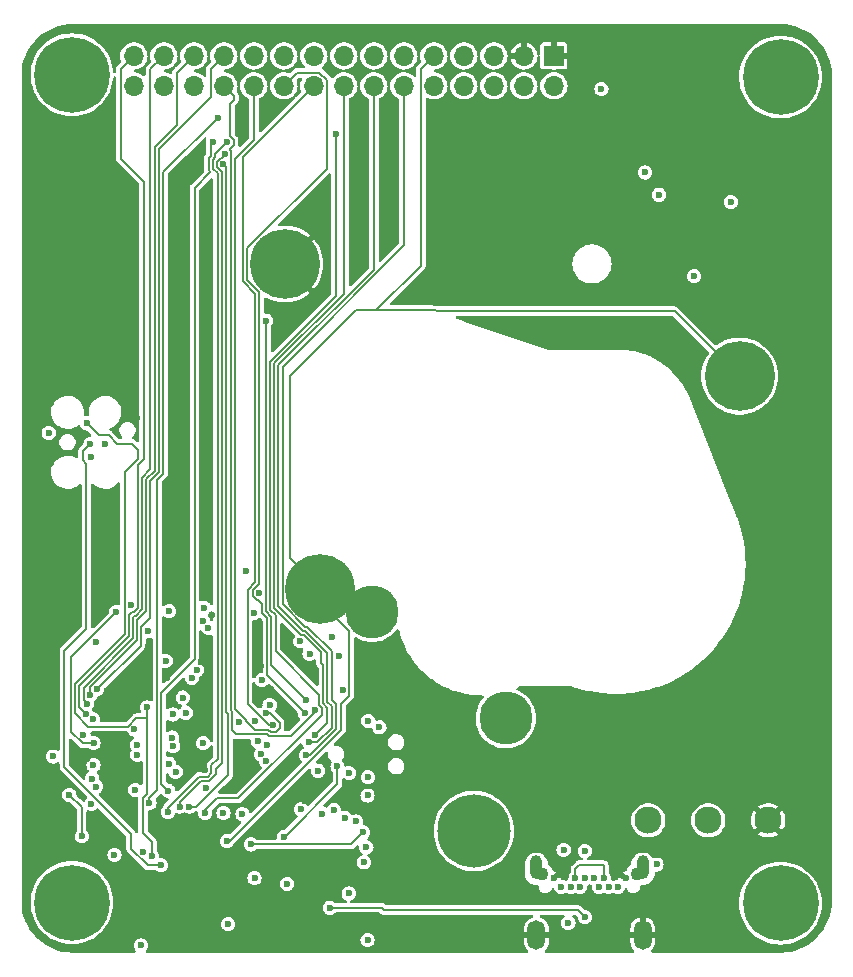
<source format=gbr>
G04 #@! TF.GenerationSoftware,KiCad,Pcbnew,7.0.7*
G04 #@! TF.CreationDate,2023-12-06T21:13:40-05:00*
G04 #@! TF.ProjectId,SARD_Motherboard,53415244-5f4d-46f7-9468-6572626f6172,rev?*
G04 #@! TF.SameCoordinates,Original*
G04 #@! TF.FileFunction,Copper,L2,Inr*
G04 #@! TF.FilePolarity,Positive*
%FSLAX46Y46*%
G04 Gerber Fmt 4.6, Leading zero omitted, Abs format (unit mm)*
G04 Created by KiCad (PCBNEW 7.0.7) date 2023-12-06 21:13:40*
%MOMM*%
%LPD*%
G01*
G04 APERTURE LIST*
G04 #@! TA.AperFunction,ComponentPad*
%ADD10C,2.300000*%
G04 #@! TD*
G04 #@! TA.AperFunction,ComponentPad*
%ADD11C,0.600000*%
G04 #@! TD*
G04 #@! TA.AperFunction,ComponentPad*
%ADD12O,1.000000X2.000000*%
G04 #@! TD*
G04 #@! TA.AperFunction,ComponentPad*
%ADD13O,1.500000X2.500000*%
G04 #@! TD*
G04 #@! TA.AperFunction,ComponentPad*
%ADD14C,1.100000*%
G04 #@! TD*
G04 #@! TA.AperFunction,ComponentPad*
%ADD15C,6.400000*%
G04 #@! TD*
G04 #@! TA.AperFunction,ComponentPad*
%ADD16C,6.200000*%
G04 #@! TD*
G04 #@! TA.AperFunction,ComponentPad*
%ADD17R,1.700000X1.700000*%
G04 #@! TD*
G04 #@! TA.AperFunction,ComponentPad*
%ADD18O,1.700000X1.700000*%
G04 #@! TD*
G04 #@! TA.AperFunction,ComponentPad*
%ADD19C,5.900000*%
G04 #@! TD*
G04 #@! TA.AperFunction,ComponentPad*
%ADD20C,4.500000*%
G04 #@! TD*
G04 #@! TA.AperFunction,ViaPad*
%ADD21C,0.600000*%
G04 #@! TD*
G04 #@! TA.AperFunction,Conductor*
%ADD22C,0.200000*%
G04 #@! TD*
G04 APERTURE END LIST*
D10*
X178930000Y-133100000D03*
X173850000Y-133100000D03*
X168770000Y-133100000D03*
D11*
X166850000Y-138030000D03*
X166200000Y-138730000D03*
X165400000Y-138730000D03*
X165000000Y-138030000D03*
X164600000Y-138730000D03*
X164200000Y-138030000D03*
X163400000Y-138030000D03*
X163000000Y-138730000D03*
X162600000Y-138030000D03*
X162200000Y-138730000D03*
X161400000Y-138730000D03*
X160750000Y-138030000D03*
D12*
X159300000Y-137080000D03*
D13*
X159300000Y-142830000D03*
D14*
X159750000Y-137630000D03*
X167850000Y-137630000D03*
D12*
X168300000Y-137080000D03*
D13*
X168300000Y-142830000D03*
D15*
X119975000Y-69975000D03*
D16*
X154000000Y-134000000D03*
D15*
X119975000Y-140075000D03*
X179975000Y-140125000D03*
D17*
X160775000Y-68375000D03*
D18*
X160775000Y-70915000D03*
X158235000Y-68375000D03*
X158235000Y-70915000D03*
X155695000Y-68375000D03*
X155695000Y-70915000D03*
X153155000Y-68375000D03*
X153155000Y-70915000D03*
X150615000Y-68375000D03*
X150615000Y-70915000D03*
X148075000Y-68375000D03*
X148075000Y-70915000D03*
X145535000Y-68375000D03*
X145535000Y-70915000D03*
X142995000Y-68375000D03*
X142995000Y-70915000D03*
X140455000Y-68375000D03*
X140455000Y-70915000D03*
X137915000Y-68375000D03*
X137915000Y-70915000D03*
X135375000Y-68375000D03*
X135375000Y-70915000D03*
X132835000Y-68375000D03*
X132835000Y-70915000D03*
X130295000Y-68375000D03*
X130295000Y-70915000D03*
X127755000Y-68375000D03*
X127755000Y-70915000D03*
X125215000Y-68375000D03*
X125215000Y-70915000D03*
D15*
X179975000Y-70175000D03*
D19*
X176500000Y-95500000D03*
X141000000Y-113500000D03*
X138000000Y-86000000D03*
D20*
X156700000Y-124450000D03*
X156700000Y-124450000D03*
X145400000Y-115450000D03*
X145400000Y-115450000D03*
D21*
X131800000Y-135400000D03*
X130900000Y-119700000D03*
X143400000Y-124400000D03*
X128595561Y-125012884D03*
X149000000Y-134300000D03*
X147400000Y-124900000D03*
X139673942Y-131469307D03*
X135960675Y-120079001D03*
X118714154Y-125769887D03*
X139900000Y-120000000D03*
X135850000Y-113852711D03*
X125400000Y-122400000D03*
X143000000Y-143000000D03*
X121213659Y-127945016D03*
X136861334Y-121985000D03*
X122700000Y-114300000D03*
X128400000Y-108000000D03*
X141000000Y-137400000D03*
X129500000Y-112200000D03*
X141100000Y-142700000D03*
X145000000Y-121300000D03*
X131800000Y-115700000D03*
X131400002Y-110400001D03*
X128029289Y-121029289D03*
X125500000Y-99000000D03*
X144900000Y-118600000D03*
X152400000Y-139700000D03*
X168250000Y-75000000D03*
X131228969Y-128850000D03*
X134241016Y-129288054D03*
X125600000Y-128900000D03*
X177250000Y-84750000D03*
X131400000Y-110400000D03*
X130000000Y-136000000D03*
X163398909Y-135701091D03*
X143100000Y-132900000D03*
X133200000Y-141900000D03*
X121551003Y-102338105D03*
X126000000Y-135750000D03*
X121250000Y-99500000D03*
X126350500Y-123550000D03*
X126746000Y-136144000D03*
X129600000Y-124000000D03*
X127508000Y-136906000D03*
X121537987Y-101220756D03*
X131329289Y-130329289D03*
X142156095Y-132249774D03*
X125800000Y-143700000D03*
X139292846Y-117942298D03*
X123721838Y-115446776D03*
X121800000Y-126575016D03*
X128200000Y-128300000D03*
X135975480Y-127499410D03*
X134700000Y-112000000D03*
X161600000Y-135599499D03*
X175750000Y-80750000D03*
X121794888Y-128419016D03*
X118400000Y-127700000D03*
X141800000Y-140500000D03*
X163400000Y-141300000D03*
X162000000Y-141800000D03*
X168500000Y-78250000D03*
X164800000Y-71200000D03*
X140085500Y-118999500D03*
X135400000Y-115525000D03*
X136419519Y-128102663D03*
X125471270Y-126728730D03*
X128460851Y-126092884D03*
X136470820Y-126735418D03*
X125010000Y-114878073D03*
X129350000Y-122711931D03*
X136045138Y-121245566D03*
X125510875Y-127546153D03*
X169681077Y-80134065D03*
X134406955Y-132570864D03*
X134131385Y-124817402D03*
X142600000Y-119200000D03*
X127900000Y-119600000D03*
X133096000Y-134874000D03*
X172663924Y-87042752D03*
X120946022Y-125850000D03*
X128750500Y-128991208D03*
X125332796Y-130519412D03*
X121624056Y-131703277D03*
X130564589Y-120370823D03*
X135699986Y-126400000D03*
X125260000Y-125409500D03*
X123570024Y-136029976D03*
X141183981Y-132550233D03*
X135430434Y-138013630D03*
X144000000Y-133200000D03*
X135138901Y-135138917D03*
X144627818Y-134127818D03*
X128554752Y-126836985D03*
X126410000Y-117092843D03*
X120800000Y-134450000D03*
X119750000Y-130950000D03*
X122799854Y-101210362D03*
X122020104Y-130244395D03*
X142448682Y-128538064D03*
X137900000Y-134500000D03*
X135500010Y-124700000D03*
X128500000Y-124139504D03*
X121723299Y-124544645D03*
X136709760Y-123336507D03*
X143441191Y-129101191D03*
X140800000Y-128900000D03*
X146005742Y-125232949D03*
X145042969Y-129460500D03*
X138194296Y-138487500D03*
X145000000Y-131000000D03*
X142300000Y-75000000D03*
X131250000Y-132500000D03*
X132800000Y-77557085D03*
X129913149Y-131940338D03*
X129100000Y-131938000D03*
X132906955Y-76670864D03*
X128100000Y-132400000D03*
X133100000Y-75700000D03*
X131900000Y-75700000D03*
X128137002Y-130600000D03*
X126537504Y-131641125D03*
X132300000Y-73600000D03*
X121150000Y-124061082D03*
X121235883Y-123236298D03*
X121526409Y-122501409D03*
X122090423Y-121997317D03*
X131520652Y-116808865D03*
X131060012Y-116216992D03*
X136400000Y-90800000D03*
X139800000Y-122900000D03*
X140530709Y-123766245D03*
X136369804Y-124004477D03*
X139674500Y-124000000D03*
X137010191Y-125072128D03*
X140568167Y-125864066D03*
X140051731Y-126500000D03*
X139799140Y-127601235D03*
X145000000Y-143250000D03*
X143400000Y-139300000D03*
X169469554Y-136842081D03*
X121700000Y-129565646D03*
X131165202Y-115116992D03*
X142914038Y-122038588D03*
X144900000Y-135400000D03*
X131094974Y-126575721D03*
X145060510Y-124682949D03*
X144670000Y-136670000D03*
X128200000Y-115400000D03*
X141975000Y-117575000D03*
X130125000Y-121045210D03*
X139394242Y-132165204D03*
X132800000Y-132500000D03*
X122025000Y-118025000D03*
X118000000Y-100300000D03*
D22*
X162900000Y-136900000D02*
X162600000Y-137200000D01*
X165000000Y-136900000D02*
X162900000Y-136900000D01*
X162600000Y-137200000D02*
X162600000Y-138000000D01*
X165000000Y-138025000D02*
X165000000Y-136900000D01*
X126350500Y-124460000D02*
X126350500Y-130854523D01*
X123105854Y-100499854D02*
X123826500Y-101220500D01*
X125575500Y-102486928D02*
X124460000Y-103602429D01*
X125987502Y-131217521D02*
X125987502Y-134187502D01*
X121371682Y-125181682D02*
X124710000Y-125181682D01*
X120250000Y-121575000D02*
X120250000Y-124060000D01*
X121250000Y-99500000D02*
X122249854Y-100499854D01*
X125050928Y-101220500D02*
X125575500Y-101745072D01*
X125431682Y-124460000D02*
X126350500Y-124460000D01*
X123826500Y-101220500D02*
X125050928Y-101220500D01*
X126350500Y-130854523D02*
X125987502Y-131217521D01*
X125987502Y-134187502D02*
X126746000Y-134946000D01*
X124710000Y-125181682D02*
X125431682Y-124460000D01*
X126746000Y-134946000D02*
X126746000Y-136144000D01*
X124460000Y-103602429D02*
X124460000Y-117365000D01*
X124460000Y-117365000D02*
X120250000Y-121575000D01*
X120250000Y-124060000D02*
X121371682Y-125181682D01*
X125575500Y-101745072D02*
X125575500Y-102486928D01*
X126350500Y-123550000D02*
X126350500Y-124460000D01*
X122249854Y-100499854D02*
X123105854Y-100499854D01*
X124968000Y-135495818D02*
X126378182Y-136906000D01*
X121187500Y-102899500D02*
X121187500Y-116889706D01*
X120904000Y-101854743D02*
X120904000Y-102616000D01*
X119325000Y-128626403D02*
X124968000Y-134269403D01*
X119325000Y-118752206D02*
X119325000Y-128626403D01*
X120904000Y-102616000D02*
X121187500Y-102899500D01*
X121537987Y-101220756D02*
X120904000Y-101854743D01*
X124968000Y-134269403D02*
X124968000Y-135495818D01*
X126378182Y-136906000D02*
X127508000Y-136906000D01*
X121187500Y-116889706D02*
X119325000Y-118752206D01*
X123721838Y-115446776D02*
X119900000Y-119268614D01*
X120875016Y-126575016D02*
X121800000Y-126575016D01*
X119900000Y-119268614D02*
X119900000Y-125600000D01*
X119900000Y-125600000D02*
X120875016Y-126575016D01*
X146400000Y-140700000D02*
X146200000Y-140500000D01*
X146400000Y-140700000D02*
X162800000Y-140700000D01*
X163400000Y-141300000D02*
X162800000Y-140700000D01*
X146200000Y-140500000D02*
X141800000Y-140500000D01*
X138430000Y-110930000D02*
X138430000Y-95504000D01*
X141000000Y-113500000D02*
X138430000Y-110930000D01*
X145750000Y-89904248D02*
X149816737Y-89904248D01*
X138430000Y-95504000D02*
X144029752Y-89904248D01*
X133096000Y-134874000D02*
X133326001Y-134874000D01*
X141000000Y-114585534D02*
X141000000Y-113500000D01*
X150483187Y-89914088D02*
X151147535Y-89967879D01*
X151147535Y-89967879D02*
X151364734Y-90000000D01*
X149515000Y-69475000D02*
X149515000Y-86139248D01*
X143464038Y-122556698D02*
X143464038Y-117049572D01*
X151364734Y-90000000D02*
X171000000Y-90000000D01*
X171000000Y-90000000D02*
X176500000Y-95500000D01*
X150615000Y-68375000D02*
X149515000Y-69475000D01*
X142748000Y-125452001D02*
X142748000Y-123272736D01*
X144029752Y-89904248D02*
X145750000Y-89904248D01*
X149515000Y-86139248D02*
X145750000Y-89904248D01*
X149816737Y-89904248D02*
X150483187Y-89914088D01*
X133326001Y-134874000D02*
X142748000Y-125452001D01*
X143464038Y-117049572D02*
X141000000Y-114585534D01*
X142748000Y-123272736D02*
X143464038Y-122556698D01*
X135138901Y-135138917D02*
X143616719Y-135138917D01*
X143616719Y-135138917D02*
X144627818Y-134127818D01*
X120800000Y-132000000D02*
X119750000Y-130950000D01*
X120800000Y-134450000D02*
X120800000Y-132000000D01*
X142448682Y-130030003D02*
X137978685Y-134500000D01*
X142448682Y-128538064D02*
X142448682Y-130030003D01*
X137978685Y-134500000D02*
X137900000Y-134500000D01*
X136750000Y-115260407D02*
X136750000Y-94265077D01*
X137210679Y-118810679D02*
X137210679Y-115721085D01*
X131250000Y-132250000D02*
X132261040Y-131238960D01*
X140900000Y-123357718D02*
X140900000Y-122500000D01*
X134061040Y-131238960D02*
X141141591Y-124158409D01*
X131250000Y-132500000D02*
X131250000Y-132250000D01*
X132261040Y-131238960D02*
X134061040Y-131238960D01*
X140900000Y-122500000D02*
X137210679Y-118810679D01*
X136750000Y-94265077D02*
X142300000Y-88715078D01*
X141141591Y-123599309D02*
X140900000Y-123357718D01*
X137210679Y-115721085D02*
X136750000Y-115260407D01*
X141141591Y-124158409D02*
X141141591Y-123599309D01*
X142300000Y-88715078D02*
X142300000Y-75000000D01*
X133200000Y-124098149D02*
X133000001Y-123898150D01*
X129913149Y-131940338D02*
X130496059Y-131940338D01*
X133000001Y-123898150D02*
X133000001Y-116267765D01*
X133050002Y-115182237D02*
X133000001Y-115132234D01*
X133200000Y-129236397D02*
X133200000Y-124098149D01*
X133050000Y-116217766D02*
X133050002Y-115182237D01*
X133000000Y-77757085D02*
X132800000Y-77557085D01*
X130496059Y-131940338D02*
X133200000Y-129236397D01*
X133000001Y-116267765D02*
X133050000Y-116217766D01*
X133000001Y-115132234D02*
X133000000Y-77757085D01*
X132650001Y-78184904D02*
X132250000Y-77784903D01*
X132672182Y-77007085D02*
X132906955Y-76772312D01*
X132700000Y-115327208D02*
X132650001Y-115277208D01*
X132650001Y-128270680D02*
X132650001Y-116122791D01*
X132250000Y-77784903D02*
X132250000Y-77329267D01*
X132128969Y-129222792D02*
X132128969Y-128791712D01*
X132700000Y-116072792D02*
X132700000Y-115327208D01*
X132650001Y-115277208D02*
X132650001Y-78184904D01*
X132572182Y-77007085D02*
X132672182Y-77007085D01*
X129100000Y-131938000D02*
X129100000Y-131517363D01*
X130867363Y-129750000D02*
X131601761Y-129750000D01*
X132906955Y-76772312D02*
X132906955Y-76670864D01*
X132128969Y-128791712D02*
X132650001Y-128270680D01*
X131601761Y-129750000D02*
X132128969Y-129222792D01*
X132650001Y-116122791D02*
X132700000Y-116072792D01*
X132250000Y-77329267D02*
X132572182Y-77007085D01*
X129100000Y-131517363D02*
X130867363Y-129750000D01*
X132350000Y-115927818D02*
X132350000Y-115472182D01*
X132100000Y-76984292D02*
X132100000Y-76700000D01*
X132100000Y-76700000D02*
X133100000Y-75700000D01*
X131900000Y-77184293D02*
X132100000Y-76984292D01*
X128100000Y-132022389D02*
X130722389Y-129400000D01*
X132300000Y-115422182D02*
X132300000Y-78329878D01*
X130722389Y-129400000D02*
X131456787Y-129400000D01*
X131778969Y-129077818D02*
X131778969Y-128436515D01*
X131778969Y-128436515D02*
X132300000Y-127915484D01*
X132300000Y-127915484D02*
X132300000Y-115977818D01*
X132300000Y-78329878D02*
X131900000Y-77929877D01*
X131900000Y-77929877D02*
X131900000Y-77184293D01*
X132350000Y-115472182D02*
X132300000Y-115422182D01*
X131456787Y-129400000D02*
X131778969Y-129077818D01*
X132300000Y-115977818D02*
X132350000Y-115927818D01*
X128100000Y-132400000D02*
X128100000Y-132022389D01*
X130350000Y-119486397D02*
X130350000Y-79544973D01*
X127550000Y-122286397D02*
X130350000Y-119486397D01*
X127550000Y-130012998D02*
X127550000Y-122286397D01*
X131685060Y-78209913D02*
X131550000Y-78074852D01*
X131750000Y-75850000D02*
X131900000Y-75700000D01*
X131550000Y-77039318D02*
X131750000Y-76839318D01*
X128137002Y-130600000D02*
X127550000Y-130012998D01*
X131550000Y-78074852D02*
X131550000Y-77039318D01*
X131750000Y-76839318D02*
X131750000Y-75850000D01*
X130350000Y-79544973D02*
X131685060Y-78209913D01*
X132300000Y-73600000D02*
X127700002Y-78199998D01*
X127200000Y-104279896D02*
X127200000Y-130540314D01*
X127200000Y-130540314D02*
X126537504Y-131202810D01*
X127700002Y-103779894D02*
X127200000Y-104279896D01*
X127700002Y-78199998D02*
X127700002Y-103779894D01*
X126537504Y-131202810D02*
X126537504Y-131641125D01*
X126050000Y-79050000D02*
X126050000Y-102507403D01*
X125091901Y-115428073D02*
X124810000Y-115709974D01*
X125560000Y-102997403D02*
X125560000Y-115105891D01*
X126050000Y-102507403D02*
X125560000Y-102997403D01*
X120600000Y-121719974D02*
X120600000Y-123511082D01*
X124115000Y-77115000D02*
X126050000Y-79050000D01*
X120600000Y-123511082D02*
X121150000Y-124061082D01*
X125215000Y-68375000D02*
X124115000Y-69475000D01*
X124115000Y-69475000D02*
X124115000Y-77115000D01*
X125237818Y-115428073D02*
X125091901Y-115428073D01*
X125560000Y-115105891D02*
X125237818Y-115428073D01*
X124810000Y-115709974D02*
X124810000Y-117509974D01*
X124810000Y-117509974D02*
X120600000Y-121719974D01*
X125285001Y-115804948D02*
X125160000Y-115929949D01*
X125910000Y-115250866D02*
X125355918Y-115804948D01*
X126600000Y-69530000D02*
X126600000Y-103394974D01*
X120950000Y-121864948D02*
X120950000Y-122950415D01*
X127755000Y-68375000D02*
X126600000Y-69530000D01*
X125160000Y-115929949D02*
X125160000Y-117654948D01*
X125355918Y-115804948D02*
X125285001Y-115804948D01*
X125910000Y-104084974D02*
X125910000Y-115250866D01*
X126600000Y-103394974D02*
X125910000Y-104084974D01*
X125160000Y-117654948D02*
X120950000Y-121864948D01*
X120950000Y-122950415D02*
X121235883Y-123236298D01*
X121510462Y-122485462D02*
X121526409Y-122501409D01*
X126260000Y-104229948D02*
X126260000Y-115395840D01*
X127000002Y-76110050D02*
X127000002Y-103489946D01*
X130295000Y-68375000D02*
X128855000Y-69815000D01*
X125510000Y-116145840D02*
X125510000Y-117799922D01*
X128855000Y-74255052D02*
X127000002Y-76110050D01*
X127000002Y-103489946D02*
X126260000Y-104229948D01*
X125510000Y-117799922D02*
X121510462Y-121799460D01*
X121510462Y-121799460D02*
X121510462Y-122485462D01*
X128855000Y-69815000D02*
X128855000Y-74255052D01*
X126260000Y-115395840D02*
X125510000Y-116145840D01*
X125783133Y-118021764D02*
X125783133Y-118304607D01*
X131735000Y-71870026D02*
X127350002Y-76255024D01*
X131735000Y-69475000D02*
X131735000Y-71870026D01*
X125783133Y-118304607D02*
X122090423Y-121997317D01*
X126610000Y-104374922D02*
X126610000Y-115944898D01*
X127350002Y-103634920D02*
X126610000Y-104374922D01*
X125860000Y-117944896D02*
X125783133Y-118021764D01*
X125860000Y-116694898D02*
X125860000Y-117944896D01*
X126610000Y-115944898D02*
X125860000Y-116694898D01*
X132835000Y-68375000D02*
X131735000Y-69475000D01*
X127350002Y-76255024D02*
X127350002Y-103634920D01*
X139800000Y-122900000D02*
X136860679Y-119960679D01*
X136400000Y-115405382D02*
X136400000Y-90800000D01*
X136860679Y-115866060D02*
X136400000Y-115405382D01*
X136860679Y-119960679D02*
X136860679Y-115866060D01*
X133350000Y-76227818D02*
X133350000Y-76336091D01*
X133456955Y-76898682D02*
X133400000Y-76955637D01*
X133550000Y-125475724D02*
X133874276Y-125800000D01*
X133400000Y-123803175D02*
X133550000Y-123953175D01*
X138480190Y-125972128D02*
X140530709Y-123921609D01*
X140530709Y-123921609D02*
X140530709Y-123766245D01*
X133874276Y-125800000D02*
X136465271Y-125800000D01*
X133400000Y-76955637D02*
X133400000Y-123803175D01*
X133350000Y-72445026D02*
X133350000Y-75172182D01*
X133685000Y-71765000D02*
X133685000Y-72110025D01*
X136465271Y-125800000D02*
X136637398Y-125972128D01*
X133456955Y-76443046D02*
X133456955Y-76898682D01*
X133650000Y-75927818D02*
X133350000Y-76227818D01*
X133350000Y-75172182D02*
X133650000Y-75472182D01*
X133350000Y-76336091D02*
X133456955Y-76443046D01*
X136637398Y-125972128D02*
X138480190Y-125972128D01*
X133685000Y-72110025D02*
X133350000Y-72445026D01*
X133550000Y-123953175D02*
X133550000Y-125475724D01*
X132835000Y-70915000D02*
X133685000Y-71765000D01*
X133650000Y-75472182D02*
X133650000Y-75927818D01*
X136720358Y-124004477D02*
X136369804Y-124004477D01*
X137560191Y-125299946D02*
X137560191Y-124844310D01*
X134681385Y-124589584D02*
X134681385Y-124659193D01*
X135375000Y-75475612D02*
X133750010Y-77100602D01*
X135472192Y-125450000D02*
X136610245Y-125450000D01*
X137238009Y-125622128D02*
X137560191Y-125299946D01*
X134681385Y-124659193D02*
X135472192Y-125450000D01*
X136610245Y-125450000D02*
X136782373Y-125622128D01*
X136782373Y-125622128D02*
X137238009Y-125622128D01*
X135375000Y-70915000D02*
X135375000Y-75475612D01*
X137560191Y-124844310D02*
X136720358Y-124004477D01*
X133750010Y-123658209D02*
X134681385Y-124589584D01*
X133750010Y-77100602D02*
X133750010Y-123658209D01*
X139674500Y-124000000D02*
X136510679Y-120836179D01*
X136050000Y-114799003D02*
X135699302Y-114448305D01*
X140910635Y-69815000D02*
X139015000Y-69815000D01*
X135300000Y-114126123D02*
X135300000Y-113624893D01*
X139015000Y-69815000D02*
X137915000Y-70915000D01*
X136510679Y-116011035D02*
X136050000Y-115550357D01*
X136510679Y-120836179D02*
X136510679Y-116011035D01*
X135300000Y-113624893D02*
X135850000Y-113074893D01*
X135850000Y-88375484D02*
X134800000Y-87325484D01*
X135699302Y-114448305D02*
X135622182Y-114448305D01*
X135850000Y-113074893D02*
X135850000Y-88375484D01*
X134800000Y-87325484D02*
X134800000Y-84674516D01*
X135622182Y-114448305D02*
X135300000Y-114126123D01*
X141555000Y-77919516D02*
X141555000Y-70459365D01*
X141555000Y-70459365D02*
X140910635Y-69815000D01*
X134800000Y-84674516D02*
X141555000Y-77919516D01*
X136050000Y-115550357D02*
X136050000Y-114799003D01*
X134450000Y-76920000D02*
X140455000Y-70915000D01*
X136659637Y-125072128D02*
X134850000Y-123262491D01*
X134850000Y-113579919D02*
X135500000Y-112929919D01*
X137010191Y-125072128D02*
X136659637Y-125072128D01*
X134850000Y-123262491D02*
X134850000Y-113579919D01*
X135500000Y-112929919D02*
X135500000Y-88520458D01*
X134450000Y-87470458D02*
X134450000Y-76920000D01*
X135500000Y-88520458D02*
X134450000Y-87470458D01*
X139384568Y-117400000D02*
X139577818Y-117400000D01*
X141050635Y-118872817D02*
X141050635Y-119778670D01*
X141050635Y-119778670D02*
X141250000Y-119978035D01*
X141250000Y-119978035D02*
X141250000Y-123212743D01*
X139577818Y-117400000D02*
X141050635Y-118872817D01*
X137100000Y-94410052D02*
X137100000Y-115115432D01*
X141250000Y-123212743D02*
X141600000Y-123562742D01*
X142995000Y-70915000D02*
X142995000Y-88515052D01*
X141600000Y-123562742D02*
X141600000Y-124832233D01*
X142995000Y-88515052D02*
X137100000Y-94410052D01*
X141600000Y-124832233D02*
X140568167Y-125864066D01*
X137100000Y-115115432D02*
X139384568Y-117400000D01*
X137450000Y-114970458D02*
X139529542Y-117050000D01*
X141600000Y-118927208D02*
X141600000Y-123067768D01*
X140710051Y-126500000D02*
X140051731Y-126500000D01*
X139722793Y-117050000D02*
X141600000Y-118927208D01*
X137450000Y-94555026D02*
X137450000Y-114970458D01*
X145535000Y-70915000D02*
X145535000Y-86470026D01*
X145535000Y-86470026D02*
X137450000Y-94555026D01*
X141600000Y-123067768D02*
X141950000Y-123417767D01*
X141950000Y-123417767D02*
X141950000Y-125260052D01*
X139529542Y-117050000D02*
X139722793Y-117050000D01*
X141950000Y-125260052D02*
X140710051Y-126500000D01*
X148075000Y-84425000D02*
X137800000Y-94700000D01*
X137800000Y-114825484D02*
X139674516Y-116700000D01*
X148075000Y-70915000D02*
X148075000Y-84425000D01*
X141950000Y-118782234D02*
X141950000Y-122922793D01*
X137800000Y-94700000D02*
X137800000Y-114825484D01*
X142300000Y-123272792D02*
X142300000Y-125405027D01*
X139674516Y-116700000D02*
X139867767Y-116700000D01*
X141950000Y-122922793D02*
X142300000Y-123272792D01*
X142300000Y-125405027D02*
X140103791Y-127601235D01*
X139867767Y-116700000D02*
X141950000Y-118782234D01*
X140103791Y-127601235D02*
X139799140Y-127601235D01*
G04 #@! TA.AperFunction,Conductor*
G36*
X124665735Y-125601867D02*
G01*
X124711490Y-125654671D01*
X124713257Y-125658729D01*
X124735462Y-125712338D01*
X124735463Y-125712340D01*
X124735464Y-125712341D01*
X124760760Y-125745307D01*
X124816532Y-125817992D01*
X124831718Y-125837782D01*
X124957159Y-125934036D01*
X125103238Y-125994544D01*
X125103243Y-125994544D01*
X125111088Y-125996647D01*
X125110153Y-126000135D01*
X125158886Y-126021511D01*
X125197542Y-126079714D01*
X125198594Y-126149575D01*
X125161709Y-126208916D01*
X125154591Y-126214811D01*
X125042990Y-126300446D01*
X125042989Y-126300447D01*
X125042988Y-126300448D01*
X124987396Y-126372897D01*
X124946733Y-126425890D01*
X124886226Y-126571967D01*
X124886225Y-126571969D01*
X124865588Y-126728728D01*
X124865588Y-126728731D01*
X124886225Y-126885490D01*
X124886226Y-126885492D01*
X124946734Y-127031572D01*
X124989850Y-127087762D01*
X125015044Y-127152932D01*
X125001005Y-127221376D01*
X124989856Y-127238726D01*
X124986341Y-127243306D01*
X124986340Y-127243309D01*
X124925831Y-127389390D01*
X124925830Y-127389392D01*
X124905193Y-127546151D01*
X124905193Y-127546154D01*
X124925830Y-127702913D01*
X124925831Y-127702915D01*
X124966976Y-127802249D01*
X124986339Y-127848994D01*
X125082593Y-127974435D01*
X125208034Y-128070689D01*
X125354113Y-128131197D01*
X125432493Y-128141515D01*
X125510874Y-128151835D01*
X125510875Y-128151835D01*
X125510876Y-128151835D01*
X125576176Y-128143238D01*
X125667637Y-128131197D01*
X125778548Y-128085255D01*
X125848015Y-128077787D01*
X125910494Y-128109062D01*
X125946147Y-128169150D01*
X125949999Y-128199817D01*
X125949999Y-129984647D01*
X125930314Y-130051686D01*
X125877510Y-130097441D01*
X125808352Y-130107385D01*
X125750513Y-130083023D01*
X125635638Y-129994876D01*
X125489558Y-129934368D01*
X125489556Y-129934367D01*
X125332797Y-129913730D01*
X125332795Y-129913730D01*
X125176035Y-129934367D01*
X125176033Y-129934368D01*
X125029956Y-129994875D01*
X124904514Y-130091130D01*
X124808259Y-130216572D01*
X124747752Y-130362649D01*
X124747751Y-130362651D01*
X124727114Y-130519410D01*
X124727114Y-130519413D01*
X124747751Y-130676172D01*
X124747752Y-130676174D01*
X124796241Y-130793238D01*
X124808260Y-130822253D01*
X124904514Y-130947694D01*
X125029955Y-131043948D01*
X125176034Y-131104456D01*
X125218768Y-131110082D01*
X125332795Y-131125094D01*
X125332796Y-131125094D01*
X125446819Y-131110082D01*
X125515851Y-131120847D01*
X125568107Y-131167227D01*
X125587002Y-131233021D01*
X125587002Y-134085588D01*
X125567317Y-134152627D01*
X125514513Y-134198382D01*
X125445355Y-134208326D01*
X125381799Y-134179301D01*
X125352520Y-134141888D01*
X125343590Y-134124364D01*
X125336142Y-134106384D01*
X125329296Y-134085313D01*
X125316269Y-134067384D01*
X125306104Y-134050795D01*
X125296050Y-134031061D01*
X122249797Y-130984808D01*
X122216312Y-130923485D01*
X122221296Y-130853793D01*
X122263168Y-130797860D01*
X122290019Y-130782569D01*
X122322945Y-130768931D01*
X122448386Y-130672677D01*
X122544640Y-130547236D01*
X122605148Y-130401157D01*
X122625786Y-130244395D01*
X122624155Y-130232009D01*
X122605608Y-130091130D01*
X122605148Y-130087633D01*
X122544640Y-129941554D01*
X122448386Y-129816113D01*
X122448384Y-129816112D01*
X122448384Y-129816111D01*
X122379609Y-129763339D01*
X122345621Y-129737259D01*
X122304420Y-129680833D01*
X122298170Y-129622701D01*
X122305682Y-129565646D01*
X122295070Y-129485043D01*
X122287105Y-129424536D01*
X122285044Y-129408884D01*
X122224536Y-129262805D01*
X122128282Y-129137364D01*
X122114920Y-129127111D01*
X122073718Y-129070684D01*
X122069563Y-129000938D01*
X122103775Y-128940018D01*
X122114921Y-128930360D01*
X122223170Y-128847298D01*
X122319424Y-128721857D01*
X122379932Y-128575778D01*
X122400570Y-128419016D01*
X122379932Y-128262254D01*
X122319424Y-128116175D01*
X122223170Y-127990734D01*
X122097729Y-127894480D01*
X121987911Y-127848992D01*
X121951650Y-127833972D01*
X121951648Y-127833971D01*
X121794889Y-127813334D01*
X121794887Y-127813334D01*
X121638127Y-127833971D01*
X121638125Y-127833972D01*
X121492048Y-127894479D01*
X121366606Y-127990734D01*
X121270351Y-128116176D01*
X121209844Y-128262253D01*
X121209843Y-128262255D01*
X121189206Y-128419014D01*
X121189206Y-128419017D01*
X121209843Y-128575776D01*
X121209844Y-128575778D01*
X121265817Y-128710910D01*
X121270352Y-128721857D01*
X121366606Y-128847298D01*
X121379966Y-128857550D01*
X121421169Y-128913976D01*
X121425324Y-128983722D01*
X121391112Y-129044643D01*
X121379967Y-129054300D01*
X121271720Y-129137361D01*
X121175463Y-129262806D01*
X121114956Y-129408883D01*
X121114956Y-129408884D01*
X121096462Y-129549357D01*
X121068195Y-129613253D01*
X121009871Y-129651724D01*
X120940006Y-129652555D01*
X120885842Y-129620852D01*
X119761818Y-128496828D01*
X119728333Y-128435505D01*
X119725499Y-128409156D01*
X119725499Y-126291253D01*
X119745184Y-126224215D01*
X119797988Y-126178460D01*
X119867146Y-126168516D01*
X119930702Y-126197541D01*
X119937180Y-126203573D01*
X120616002Y-126882396D01*
X120616022Y-126882414D01*
X120636674Y-126903066D01*
X120656414Y-126913124D01*
X120673003Y-126923290D01*
X120690925Y-126936311D01*
X120690926Y-126936311D01*
X120690927Y-126936312D01*
X120711996Y-126943158D01*
X120729965Y-126950600D01*
X120749712Y-126960662D01*
X120771598Y-126964128D01*
X120790513Y-126968669D01*
X120811583Y-126975516D01*
X120843497Y-126975516D01*
X121293420Y-126975516D01*
X121360459Y-126995201D01*
X121368907Y-127001140D01*
X121371716Y-127003295D01*
X121371718Y-127003298D01*
X121497159Y-127099552D01*
X121643238Y-127160060D01*
X121670887Y-127163700D01*
X121799999Y-127180698D01*
X121800000Y-127180698D01*
X121800001Y-127180698D01*
X121860455Y-127172739D01*
X121956762Y-127160060D01*
X122102841Y-127099552D01*
X122228282Y-127003298D01*
X122324536Y-126877857D01*
X122385044Y-126731778D01*
X122405203Y-126578656D01*
X122405682Y-126575017D01*
X122405682Y-126575014D01*
X122388984Y-126448183D01*
X122385044Y-126418254D01*
X122324536Y-126272175D01*
X122228282Y-126146734D01*
X122102841Y-126050480D01*
X121956762Y-125989972D01*
X121956760Y-125989971D01*
X121800001Y-125969334D01*
X121799999Y-125969334D01*
X121691553Y-125983611D01*
X121622518Y-125972845D01*
X121570262Y-125926465D01*
X121551377Y-125859196D01*
X121551704Y-125854635D01*
X121551704Y-125849998D01*
X121534901Y-125722367D01*
X121545667Y-125653332D01*
X121592047Y-125601076D01*
X121657840Y-125582182D01*
X124598696Y-125582182D01*
X124665735Y-125601867D01*
G37*
G04 #@! TD.AperFunction*
G04 #@! TA.AperFunction,Conductor*
G36*
X133743897Y-126184842D02*
G01*
X133748971Y-126185645D01*
X133748972Y-126185646D01*
X133770854Y-126189111D01*
X133789765Y-126193651D01*
X133810843Y-126200500D01*
X133842757Y-126200500D01*
X134979174Y-126200500D01*
X135046213Y-126220185D01*
X135091968Y-126272989D01*
X135102112Y-126340685D01*
X135094867Y-126395725D01*
X135094304Y-126400000D01*
X135094304Y-126400001D01*
X135114941Y-126556760D01*
X135114942Y-126556762D01*
X135136044Y-126607708D01*
X135175450Y-126702841D01*
X135271704Y-126828282D01*
X135397145Y-126924536D01*
X135442098Y-126943156D01*
X135447064Y-126945213D01*
X135501467Y-126989054D01*
X135523532Y-127055348D01*
X135506253Y-127123047D01*
X135497987Y-127135260D01*
X135450944Y-127196567D01*
X135390436Y-127342647D01*
X135390435Y-127342649D01*
X135369798Y-127499408D01*
X135369798Y-127499411D01*
X135390435Y-127656170D01*
X135390436Y-127656172D01*
X135432612Y-127757995D01*
X135450944Y-127802251D01*
X135547198Y-127927692D01*
X135672639Y-128023946D01*
X135672640Y-128023946D01*
X135672641Y-128023947D01*
X135744877Y-128053868D01*
X135799281Y-128097709D01*
X135820364Y-128152243D01*
X135833553Y-128252425D01*
X135834475Y-128259424D01*
X135834475Y-128259425D01*
X135894772Y-128404996D01*
X135894983Y-128405504D01*
X135991237Y-128530945D01*
X135991240Y-128530947D01*
X135998692Y-128536666D01*
X136039894Y-128593094D01*
X136044047Y-128662840D01*
X136010885Y-128722721D01*
X133931466Y-130802141D01*
X133870143Y-130835626D01*
X133843785Y-130838460D01*
X132463691Y-130838460D01*
X132396652Y-130818775D01*
X132350897Y-130765971D01*
X132340953Y-130696813D01*
X132369978Y-130633257D01*
X132376010Y-130626779D01*
X132831072Y-130171718D01*
X133505484Y-129497306D01*
X133505484Y-129497305D01*
X133512552Y-129490238D01*
X133512557Y-129490231D01*
X133528050Y-129474739D01*
X133538114Y-129454985D01*
X133548263Y-129438423D01*
X133561296Y-129420487D01*
X133568144Y-129399408D01*
X133575586Y-129381441D01*
X133585646Y-129361701D01*
X133589112Y-129339814D01*
X133593655Y-129320895D01*
X133595059Y-129316575D01*
X133600500Y-129299830D01*
X133600500Y-129172964D01*
X133600500Y-129172963D01*
X133600500Y-126307315D01*
X133620185Y-126240276D01*
X133672989Y-126194521D01*
X133742147Y-126184577D01*
X133743897Y-126184842D01*
G37*
G04 #@! TD.AperFunction*
G04 #@! TA.AperFunction,Conductor*
G36*
X130955703Y-117048413D02*
G01*
X130989061Y-117094674D01*
X130996114Y-117111703D01*
X130996115Y-117111705D01*
X130996116Y-117111706D01*
X131092370Y-117237147D01*
X131217811Y-117333401D01*
X131363890Y-117393909D01*
X131442271Y-117404228D01*
X131520651Y-117414547D01*
X131520652Y-117414547D01*
X131520653Y-117414547D01*
X131559842Y-117409387D01*
X131677414Y-117393909D01*
X131728050Y-117372934D01*
X131797515Y-117365466D01*
X131859995Y-117396740D01*
X131895648Y-117456829D01*
X131899500Y-117487496D01*
X131899499Y-126325445D01*
X131879814Y-126392484D01*
X131827010Y-126438239D01*
X131757852Y-126448183D01*
X131694296Y-126419158D01*
X131660938Y-126372897D01*
X131658161Y-126366193D01*
X131619510Y-126272880D01*
X131523256Y-126147439D01*
X131397815Y-126051185D01*
X131251736Y-125990677D01*
X131251734Y-125990676D01*
X131094975Y-125970039D01*
X131094973Y-125970039D01*
X130938213Y-125990676D01*
X130938211Y-125990677D01*
X130792134Y-126051184D01*
X130666692Y-126147439D01*
X130570437Y-126272881D01*
X130509930Y-126418958D01*
X130509929Y-126418960D01*
X130489292Y-126575719D01*
X130489292Y-126575722D01*
X130509929Y-126732481D01*
X130509930Y-126732483D01*
X130570438Y-126878562D01*
X130666692Y-127004003D01*
X130792133Y-127100257D01*
X130938212Y-127160765D01*
X130960506Y-127163700D01*
X131094973Y-127181403D01*
X131094974Y-127181403D01*
X131094975Y-127181403D01*
X131160784Y-127172739D01*
X131251736Y-127160765D01*
X131397815Y-127100257D01*
X131523256Y-127004003D01*
X131619510Y-126878562D01*
X131660939Y-126778541D01*
X131704778Y-126724140D01*
X131771072Y-126702075D01*
X131838772Y-126719354D01*
X131886382Y-126770490D01*
X131899499Y-126825996D01*
X131899500Y-127698229D01*
X131879816Y-127765268D01*
X131863181Y-127785910D01*
X131473482Y-128175609D01*
X131450918Y-128198174D01*
X131450917Y-128198175D01*
X131440860Y-128217912D01*
X131430700Y-128234492D01*
X131417675Y-128252420D01*
X131417672Y-128252425D01*
X131410823Y-128273503D01*
X131403382Y-128291467D01*
X131393323Y-128311210D01*
X131389856Y-128333097D01*
X131385316Y-128352006D01*
X131378469Y-128373082D01*
X131378469Y-128860563D01*
X131358784Y-128927602D01*
X131342150Y-128948244D01*
X131327213Y-128963181D01*
X131265890Y-128996666D01*
X131239532Y-128999500D01*
X130658956Y-128999500D01*
X130637880Y-129006347D01*
X130618971Y-129010887D01*
X130597084Y-129014354D01*
X130577341Y-129024413D01*
X130559377Y-129031854D01*
X130538299Y-129038703D01*
X130538294Y-129038706D01*
X130520366Y-129051731D01*
X130503786Y-129061891D01*
X130484049Y-129071948D01*
X130484048Y-129071949D01*
X130461483Y-129094513D01*
X130461480Y-129094516D01*
X128945299Y-130610695D01*
X128883976Y-130644180D01*
X128814284Y-130639196D01*
X128758351Y-130597324D01*
X128734679Y-130539199D01*
X128732074Y-130519413D01*
X128722046Y-130443238D01*
X128661538Y-130297159D01*
X128565284Y-130171718D01*
X128439843Y-130075464D01*
X128417434Y-130066182D01*
X128367607Y-130045543D01*
X128293764Y-130014956D01*
X128237579Y-130007559D01*
X128133487Y-129993855D01*
X128069591Y-129965588D01*
X128061992Y-129958597D01*
X127986819Y-129883424D01*
X127953334Y-129822101D01*
X127950500Y-129795743D01*
X127950500Y-129252409D01*
X127970185Y-129185370D01*
X128022989Y-129139615D01*
X128092147Y-129129671D01*
X128155703Y-129158696D01*
X128189061Y-129204957D01*
X128225962Y-129294046D01*
X128225963Y-129294047D01*
X128225964Y-129294049D01*
X128322218Y-129419490D01*
X128447659Y-129515744D01*
X128593738Y-129576252D01*
X128672119Y-129586571D01*
X128750499Y-129596890D01*
X128750500Y-129596890D01*
X128750501Y-129596890D01*
X128816143Y-129588248D01*
X128907262Y-129576252D01*
X129053341Y-129515744D01*
X129178782Y-129419490D01*
X129275036Y-129294049D01*
X129335544Y-129147970D01*
X129355376Y-128997333D01*
X129356182Y-128991209D01*
X129356182Y-128991206D01*
X129338841Y-128859493D01*
X129335544Y-128834446D01*
X129275036Y-128688367D01*
X129178782Y-128562926D01*
X129053341Y-128466672D01*
X129006887Y-128447430D01*
X128907258Y-128406162D01*
X128899411Y-128404060D01*
X128900123Y-128401400D01*
X128848526Y-128378559D01*
X128810071Y-128320224D01*
X128805694Y-128300092D01*
X128800713Y-128262254D01*
X128785044Y-128143238D01*
X128724536Y-127997159D01*
X128628282Y-127871718D01*
X128502841Y-127775464D01*
X128356762Y-127714956D01*
X128356760Y-127714955D01*
X128200001Y-127694318D01*
X128199999Y-127694318D01*
X128090685Y-127708709D01*
X128021650Y-127697943D01*
X127969394Y-127651563D01*
X127950500Y-127585770D01*
X127950500Y-127381687D01*
X127970185Y-127314648D01*
X128022989Y-127268893D01*
X128092147Y-127258949D01*
X128149983Y-127283309D01*
X128251911Y-127361521D01*
X128397990Y-127422029D01*
X128456675Y-127429755D01*
X128554751Y-127442667D01*
X128554752Y-127442667D01*
X128554753Y-127442667D01*
X128607006Y-127435787D01*
X128711514Y-127422029D01*
X128857593Y-127361521D01*
X128983034Y-127265267D01*
X129079288Y-127139826D01*
X129139796Y-126993747D01*
X129153554Y-126889238D01*
X129160434Y-126836986D01*
X129160434Y-126836983D01*
X129139796Y-126680224D01*
X129139796Y-126680223D01*
X129079288Y-126534144D01*
X129024651Y-126462939D01*
X128999458Y-126397773D01*
X129008465Y-126340007D01*
X129045895Y-126249646D01*
X129066533Y-126092884D01*
X129060950Y-126050480D01*
X129049988Y-125967210D01*
X129045895Y-125936122D01*
X128985387Y-125790043D01*
X128889133Y-125664602D01*
X128763692Y-125568348D01*
X128745602Y-125560855D01*
X128617613Y-125507840D01*
X128617611Y-125507839D01*
X128460852Y-125487202D01*
X128460850Y-125487202D01*
X128304090Y-125507839D01*
X128304088Y-125507840D01*
X128158007Y-125568349D01*
X128149983Y-125574506D01*
X128084813Y-125599698D01*
X128016369Y-125585658D01*
X127966381Y-125536842D01*
X127950500Y-125476128D01*
X127950500Y-124726219D01*
X127970185Y-124659180D01*
X128022989Y-124613425D01*
X128092147Y-124603481D01*
X128149984Y-124627842D01*
X128197159Y-124664040D01*
X128343238Y-124724548D01*
X128355931Y-124726219D01*
X128499999Y-124745186D01*
X128500000Y-124745186D01*
X128500001Y-124745186D01*
X128552254Y-124738306D01*
X128656762Y-124724548D01*
X128802841Y-124664040D01*
X128928282Y-124567786D01*
X129010386Y-124460784D01*
X129066813Y-124419583D01*
X129136559Y-124415428D01*
X129184247Y-124437896D01*
X129297157Y-124524535D01*
X129297158Y-124524535D01*
X129297159Y-124524536D01*
X129443238Y-124585044D01*
X129521618Y-124595362D01*
X129599999Y-124605682D01*
X129600000Y-124605682D01*
X129600001Y-124605682D01*
X129652254Y-124598802D01*
X129756762Y-124585044D01*
X129902841Y-124524536D01*
X130028282Y-124428282D01*
X130124536Y-124302841D01*
X130185044Y-124156762D01*
X130205682Y-124000000D01*
X130200363Y-123959601D01*
X130185044Y-123843239D01*
X130185044Y-123843238D01*
X130124536Y-123697159D01*
X130028282Y-123571718D01*
X129902841Y-123475464D01*
X129883160Y-123467312D01*
X129833111Y-123446581D01*
X129756762Y-123414956D01*
X129756760Y-123414955D01*
X129756756Y-123414954D01*
X129750204Y-123413198D01*
X129690545Y-123376831D01*
X129660019Y-123313982D01*
X129668317Y-123244607D01*
X129706815Y-123195051D01*
X129778282Y-123140213D01*
X129874536Y-123014772D01*
X129935044Y-122868693D01*
X129955682Y-122711931D01*
X129955485Y-122710437D01*
X129935044Y-122555170D01*
X129935044Y-122555169D01*
X129874536Y-122409090D01*
X129778282Y-122283649D01*
X129652841Y-122187395D01*
X129630420Y-122178108D01*
X129506762Y-122126887D01*
X129506760Y-122126886D01*
X129350001Y-122106249D01*
X129349999Y-122106249D01*
X129193239Y-122126886D01*
X129193237Y-122126887D01*
X129047160Y-122187394D01*
X128921718Y-122283649D01*
X128825463Y-122409091D01*
X128764956Y-122555168D01*
X128764955Y-122555170D01*
X128744318Y-122711929D01*
X128744318Y-122711932D01*
X128764955Y-122868691D01*
X128764956Y-122868693D01*
X128804829Y-122964956D01*
X128825464Y-123014772D01*
X128921718Y-123140213D01*
X129047159Y-123236467D01*
X129193238Y-123296975D01*
X129193248Y-123296976D01*
X129199790Y-123298730D01*
X129259450Y-123335095D01*
X129289979Y-123397942D01*
X129281684Y-123467318D01*
X129243183Y-123516880D01*
X129171718Y-123571717D01*
X129171717Y-123571718D01*
X129089613Y-123678718D01*
X129033185Y-123719920D01*
X128963439Y-123724075D01*
X128915752Y-123701607D01*
X128802842Y-123614968D01*
X128656762Y-123554460D01*
X128656760Y-123554459D01*
X128500001Y-123533822D01*
X128499999Y-123533822D01*
X128343239Y-123554459D01*
X128343237Y-123554460D01*
X128197158Y-123614968D01*
X128149985Y-123651165D01*
X128084816Y-123676358D01*
X128016371Y-123662319D01*
X127966382Y-123613505D01*
X127950500Y-123552788D01*
X127950500Y-122503651D01*
X127970185Y-122436612D01*
X127986814Y-122415975D01*
X129322704Y-121080084D01*
X129384025Y-121046601D01*
X129453717Y-121051585D01*
X129509650Y-121093457D01*
X129533321Y-121151580D01*
X129539956Y-121201972D01*
X129600464Y-121348051D01*
X129696718Y-121473492D01*
X129822159Y-121569746D01*
X129968238Y-121630254D01*
X130046618Y-121640572D01*
X130124999Y-121650892D01*
X130125000Y-121650892D01*
X130125001Y-121650892D01*
X130177254Y-121644012D01*
X130281762Y-121630254D01*
X130427841Y-121569746D01*
X130553282Y-121473492D01*
X130649536Y-121348051D01*
X130710044Y-121201972D01*
X130730682Y-121045210D01*
X130730682Y-121045209D01*
X130730682Y-121037082D01*
X130733659Y-121037082D01*
X130742232Y-120982117D01*
X130788613Y-120929863D01*
X130806938Y-120920415D01*
X130867430Y-120895359D01*
X130992871Y-120799105D01*
X131089125Y-120673664D01*
X131149633Y-120527585D01*
X131165748Y-120405182D01*
X131170271Y-120370824D01*
X131170271Y-120370821D01*
X131149633Y-120214062D01*
X131149633Y-120214061D01*
X131089125Y-120067982D01*
X130992871Y-119942541D01*
X130867430Y-119846287D01*
X130785369Y-119812296D01*
X130730966Y-119768454D01*
X130708902Y-119702160D01*
X130714889Y-119659426D01*
X130718144Y-119649408D01*
X130725586Y-119631441D01*
X130735646Y-119611701D01*
X130739112Y-119589814D01*
X130743655Y-119570895D01*
X130747776Y-119558212D01*
X130750500Y-119549830D01*
X130750500Y-119422964D01*
X130750500Y-119422963D01*
X130750500Y-117142126D01*
X130770185Y-117075087D01*
X130822989Y-117029332D01*
X130892147Y-117019388D01*
X130955703Y-117048413D01*
G37*
G04 #@! TD.AperFunction*
G04 #@! TA.AperFunction,Conductor*
G36*
X135455703Y-121425999D02*
G01*
X135489061Y-121472260D01*
X135520600Y-121548404D01*
X135520601Y-121548406D01*
X135520602Y-121548407D01*
X135616856Y-121673848D01*
X135742297Y-121770102D01*
X135888376Y-121830610D01*
X135966757Y-121840929D01*
X136045137Y-121851248D01*
X136045138Y-121851248D01*
X136045139Y-121851248D01*
X136118141Y-121841637D01*
X136201900Y-121830610D01*
X136347979Y-121770102D01*
X136473420Y-121673848D01*
X136521304Y-121611443D01*
X136577727Y-121570243D01*
X136647473Y-121566088D01*
X136707358Y-121599251D01*
X139033097Y-123924990D01*
X139066582Y-123986313D01*
X139068355Y-123996485D01*
X139078150Y-124070887D01*
X139089456Y-124156762D01*
X139149964Y-124302841D01*
X139246218Y-124428282D01*
X139246220Y-124428283D01*
X139246222Y-124428286D01*
X139253672Y-124434003D01*
X139294874Y-124490431D01*
X139299027Y-124560177D01*
X139265865Y-124620058D01*
X138350616Y-125535309D01*
X138289293Y-125568794D01*
X138262935Y-125571628D01*
X138067839Y-125571628D01*
X138000800Y-125551943D01*
X137955045Y-125499139D01*
X137945101Y-125429981D01*
X137945365Y-125428235D01*
X137949302Y-125403371D01*
X137953846Y-125384444D01*
X137960691Y-125363379D01*
X137960691Y-125236513D01*
X137960691Y-125236512D01*
X137960691Y-124812791D01*
X137960691Y-124810469D01*
X137960690Y-124810439D01*
X137960690Y-124780878D01*
X137960690Y-124780877D01*
X137953844Y-124759811D01*
X137949302Y-124740890D01*
X137946979Y-124726219D01*
X137945837Y-124719006D01*
X137935777Y-124699262D01*
X137928331Y-124681284D01*
X137921488Y-124660223D01*
X137921487Y-124660222D01*
X137921487Y-124660220D01*
X137908460Y-124642291D01*
X137898295Y-124625702D01*
X137888241Y-124605968D01*
X137798533Y-124516260D01*
X137175435Y-123893161D01*
X137141950Y-123831838D01*
X137146934Y-123762146D01*
X137164738Y-123729996D01*
X137234296Y-123639348D01*
X137294804Y-123493269D01*
X137314061Y-123346998D01*
X137315442Y-123336508D01*
X137315442Y-123336505D01*
X137294804Y-123179746D01*
X137294804Y-123179745D01*
X137234296Y-123033666D01*
X137138042Y-122908225D01*
X137012601Y-122811971D01*
X136866522Y-122751463D01*
X136866520Y-122751462D01*
X136709761Y-122730825D01*
X136709759Y-122730825D01*
X136552999Y-122751462D01*
X136552997Y-122751463D01*
X136406920Y-122811970D01*
X136281478Y-122908225D01*
X136185223Y-123033667D01*
X136124716Y-123179744D01*
X136124715Y-123179746D01*
X136104078Y-123336505D01*
X136104078Y-123336511D01*
X136108478Y-123369937D01*
X136097711Y-123438972D01*
X136061026Y-123484495D01*
X135941519Y-123576196D01*
X135941518Y-123576197D01*
X135935795Y-123583656D01*
X135879364Y-123624854D01*
X135809618Y-123629004D01*
X135749744Y-123595843D01*
X135548219Y-123394318D01*
X135286819Y-123132917D01*
X135253334Y-123071594D01*
X135250500Y-123045236D01*
X135250500Y-121519712D01*
X135270185Y-121452673D01*
X135322989Y-121406918D01*
X135392147Y-121396974D01*
X135455703Y-121425999D01*
G37*
G04 #@! TD.AperFunction*
G04 #@! TA.AperFunction,Conductor*
G36*
X126759995Y-117676306D02*
G01*
X126795648Y-117736395D01*
X126799500Y-117767062D01*
X126799499Y-122900425D01*
X126779814Y-122967464D01*
X126727010Y-123013219D01*
X126657852Y-123023163D01*
X126628047Y-123014986D01*
X126507265Y-122964957D01*
X126507260Y-122964955D01*
X126350501Y-122944318D01*
X126350499Y-122944318D01*
X126193739Y-122964955D01*
X126193737Y-122964956D01*
X126047660Y-123025463D01*
X125922218Y-123121718D01*
X125825963Y-123247160D01*
X125765456Y-123393237D01*
X125765455Y-123393239D01*
X125744818Y-123549998D01*
X125744818Y-123550001D01*
X125765455Y-123706760D01*
X125765456Y-123706762D01*
X125825963Y-123852840D01*
X125825964Y-123852841D01*
X125831467Y-123860013D01*
X125856662Y-123925181D01*
X125842624Y-123993626D01*
X125793811Y-124043617D01*
X125733092Y-124059500D01*
X125397630Y-124059500D01*
X125397606Y-124059501D01*
X125368246Y-124059501D01*
X125347181Y-124066346D01*
X125328264Y-124070887D01*
X125306382Y-124074352D01*
X125306377Y-124074354D01*
X125286632Y-124084414D01*
X125268668Y-124091855D01*
X125247589Y-124098705D01*
X125229666Y-124111727D01*
X125213081Y-124121890D01*
X125193341Y-124131948D01*
X125182057Y-124143232D01*
X125170773Y-124154517D01*
X124721808Y-124603481D01*
X124580426Y-124744863D01*
X124519103Y-124778348D01*
X124492745Y-124781182D01*
X122439235Y-124781182D01*
X122372196Y-124761497D01*
X122326441Y-124708693D01*
X122316296Y-124640997D01*
X122323663Y-124585043D01*
X122328981Y-124544645D01*
X122326333Y-124524535D01*
X122308343Y-124387884D01*
X122308343Y-124387883D01*
X122247835Y-124241804D01*
X122151581Y-124116363D01*
X122026140Y-124020109D01*
X121880061Y-123959601D01*
X121867957Y-123958007D01*
X121821875Y-123951940D01*
X121757979Y-123923672D01*
X121723501Y-123876453D01*
X121673102Y-123754778D01*
X121665633Y-123685309D01*
X121689285Y-123631842D01*
X121760419Y-123539139D01*
X121820927Y-123393060D01*
X121841565Y-123236298D01*
X121839269Y-123218861D01*
X121824627Y-123107641D01*
X121835393Y-123038606D01*
X121872078Y-122993081D01*
X121954691Y-122929691D01*
X122050945Y-122804250D01*
X122109440Y-122663029D01*
X122153281Y-122608626D01*
X122207815Y-122587543D01*
X122247185Y-122582361D01*
X122393264Y-122521853D01*
X122518705Y-122425599D01*
X122614959Y-122300158D01*
X122675467Y-122154079D01*
X122696105Y-121997317D01*
X122696104Y-121997314D01*
X122696567Y-121993802D01*
X122724833Y-121929906D01*
X122731813Y-121922318D01*
X126088617Y-118565516D01*
X126088617Y-118565515D01*
X126095685Y-118558448D01*
X126095690Y-118558441D01*
X126111183Y-118542949D01*
X126121242Y-118523205D01*
X126131405Y-118506622D01*
X126144430Y-118488696D01*
X126151277Y-118467621D01*
X126158722Y-118449647D01*
X126168779Y-118429911D01*
X126172244Y-118408028D01*
X126176787Y-118389109D01*
X126181361Y-118375031D01*
X126183633Y-118368040D01*
X126183633Y-118241174D01*
X126183633Y-118221675D01*
X126197150Y-118165377D01*
X126198109Y-118163495D01*
X126208275Y-118146906D01*
X126221297Y-118128983D01*
X126228143Y-118107909D01*
X126235586Y-118089941D01*
X126245646Y-118070200D01*
X126249112Y-118048312D01*
X126253652Y-118029398D01*
X126260500Y-118008327D01*
X126260500Y-117958333D01*
X126260500Y-117820237D01*
X126280185Y-117753198D01*
X126332989Y-117707443D01*
X126400689Y-117697299D01*
X126410000Y-117698525D01*
X126410001Y-117698525D01*
X126449190Y-117693365D01*
X126566762Y-117677887D01*
X126628050Y-117652500D01*
X126697516Y-117645032D01*
X126759995Y-117676306D01*
G37*
G04 #@! TD.AperFunction*
G04 #@! TA.AperFunction,Conductor*
G36*
X137816382Y-116398652D02*
G01*
X137822857Y-116404681D01*
X138340148Y-116921973D01*
X138817031Y-117398856D01*
X138850516Y-117460179D01*
X138845532Y-117529871D01*
X138827726Y-117562023D01*
X138768310Y-117639455D01*
X138707802Y-117785535D01*
X138707801Y-117785537D01*
X138687164Y-117942296D01*
X138687164Y-117942299D01*
X138707801Y-118099058D01*
X138707802Y-118099060D01*
X138766667Y-118241174D01*
X138768310Y-118245139D01*
X138864564Y-118370580D01*
X138990005Y-118466834D01*
X139136084Y-118527342D01*
X139214464Y-118537660D01*
X139292845Y-118547980D01*
X139292846Y-118547980D01*
X139428631Y-118530103D01*
X139497662Y-118540868D01*
X139549918Y-118587248D01*
X139568804Y-118654517D01*
X139559374Y-118700494D01*
X139500457Y-118842734D01*
X139500455Y-118842739D01*
X139479818Y-118999498D01*
X139479818Y-118999501D01*
X139500455Y-119156260D01*
X139500456Y-119156262D01*
X139558817Y-119297159D01*
X139560964Y-119302341D01*
X139657218Y-119427782D01*
X139782659Y-119524036D01*
X139928738Y-119584544D01*
X140007119Y-119594862D01*
X140085499Y-119605182D01*
X140085500Y-119605182D01*
X140085501Y-119605182D01*
X140137753Y-119598302D01*
X140242262Y-119584544D01*
X140388341Y-119524036D01*
X140450648Y-119476225D01*
X140515817Y-119451031D01*
X140584262Y-119465069D01*
X140634252Y-119513883D01*
X140650135Y-119574601D01*
X140650135Y-119842099D01*
X140650136Y-119842109D01*
X140656981Y-119863177D01*
X140661522Y-119882088D01*
X140664989Y-119903974D01*
X140664990Y-119903977D01*
X140675047Y-119923715D01*
X140682492Y-119941688D01*
X140689339Y-119962760D01*
X140702361Y-119980684D01*
X140712525Y-119997270D01*
X140722205Y-120016267D01*
X140722585Y-120017012D01*
X140743499Y-120037926D01*
X140743513Y-120037941D01*
X140745150Y-120039578D01*
X140745151Y-120039579D01*
X140813182Y-120107610D01*
X140846666Y-120168931D01*
X140849500Y-120195290D01*
X140849500Y-121583745D01*
X140829815Y-121650784D01*
X140777011Y-121696539D01*
X140707853Y-121706483D01*
X140644297Y-121677458D01*
X140637819Y-121671426D01*
X137647498Y-118681105D01*
X137614013Y-118619782D01*
X137611179Y-118593424D01*
X137611179Y-116492365D01*
X137630864Y-116425326D01*
X137683668Y-116379571D01*
X137752826Y-116369627D01*
X137816382Y-116398652D01*
G37*
G04 #@! TD.AperFunction*
G04 #@! TA.AperFunction,Conductor*
G36*
X131282214Y-75286691D02*
G01*
X131338147Y-75328563D01*
X131362564Y-75394027D01*
X131353441Y-75450325D01*
X131314957Y-75543234D01*
X131314955Y-75543239D01*
X131294318Y-75699998D01*
X131294318Y-75700001D01*
X131314955Y-75856760D01*
X131314956Y-75856762D01*
X131340061Y-75917370D01*
X131349500Y-75964823D01*
X131349500Y-76622062D01*
X131329815Y-76689101D01*
X131313181Y-76709743D01*
X131244516Y-76778409D01*
X131244513Y-76778412D01*
X131221949Y-76800977D01*
X131221948Y-76800978D01*
X131211891Y-76820715D01*
X131201731Y-76837295D01*
X131188706Y-76855223D01*
X131188703Y-76855228D01*
X131181854Y-76876306D01*
X131174413Y-76894270D01*
X131164354Y-76914014D01*
X131164352Y-76914017D01*
X131160886Y-76935900D01*
X131156347Y-76954808D01*
X131149499Y-76975884D01*
X131149499Y-76975885D01*
X131149497Y-77059134D01*
X131149500Y-77059162D01*
X131149500Y-78127717D01*
X131129815Y-78194756D01*
X131113181Y-78215398D01*
X130044516Y-79284064D01*
X130044513Y-79284067D01*
X130021949Y-79306632D01*
X130021948Y-79306633D01*
X130011891Y-79326370D01*
X130001731Y-79342950D01*
X129988706Y-79360878D01*
X129988703Y-79360883D01*
X129981854Y-79381961D01*
X129974413Y-79399925D01*
X129964354Y-79419669D01*
X129964352Y-79419672D01*
X129960886Y-79441555D01*
X129956347Y-79460463D01*
X129949499Y-79481539D01*
X129949499Y-79481540D01*
X129949497Y-79564789D01*
X129949500Y-79564817D01*
X129949500Y-119269141D01*
X129929815Y-119336180D01*
X129913181Y-119356822D01*
X127812180Y-121457822D01*
X127750857Y-121491307D01*
X127681165Y-121486323D01*
X127625232Y-121444451D01*
X127600815Y-121378987D01*
X127600500Y-121370168D01*
X127600500Y-120307646D01*
X127620185Y-120240606D01*
X127672989Y-120194852D01*
X127740686Y-120184707D01*
X127743234Y-120185042D01*
X127743238Y-120185044D01*
X127900000Y-120205682D01*
X127900001Y-120205682D01*
X127982262Y-120194852D01*
X128056762Y-120185044D01*
X128202841Y-120124536D01*
X128328282Y-120028282D01*
X128424536Y-119902841D01*
X128485044Y-119756762D01*
X128501959Y-119628282D01*
X128505682Y-119600001D01*
X128505682Y-119599998D01*
X128485044Y-119443239D01*
X128485044Y-119443238D01*
X128424536Y-119297159D01*
X128328282Y-119171718D01*
X128202841Y-119075464D01*
X128056762Y-119014956D01*
X128056760Y-119014955D01*
X127900001Y-118994318D01*
X127899999Y-118994318D01*
X127740685Y-119015292D01*
X127671650Y-119004526D01*
X127619394Y-118958146D01*
X127600500Y-118892353D01*
X127600500Y-115948348D01*
X127620185Y-115881309D01*
X127672989Y-115835554D01*
X127742147Y-115825610D01*
X127799985Y-115849972D01*
X127840824Y-115881309D01*
X127897157Y-115924535D01*
X127897158Y-115924535D01*
X127897159Y-115924536D01*
X128043238Y-115985044D01*
X128112709Y-115994190D01*
X128199999Y-116005682D01*
X128200000Y-116005682D01*
X128200001Y-116005682D01*
X128261131Y-115997634D01*
X128356762Y-115985044D01*
X128502841Y-115924536D01*
X128628282Y-115828282D01*
X128724536Y-115702841D01*
X128785044Y-115556762D01*
X128805682Y-115400000D01*
X128785044Y-115243238D01*
X128724536Y-115097159D01*
X128628282Y-114971718D01*
X128502841Y-114875464D01*
X128485917Y-114868454D01*
X128356762Y-114814956D01*
X128356760Y-114814955D01*
X128200001Y-114794318D01*
X128199999Y-114794318D01*
X128043239Y-114814955D01*
X128043237Y-114814956D01*
X127897157Y-114875464D01*
X127799985Y-114950027D01*
X127734816Y-114975221D01*
X127666371Y-114961182D01*
X127616381Y-114912368D01*
X127600500Y-114851654D01*
X127600500Y-104497151D01*
X127620185Y-104430112D01*
X127636819Y-104409470D01*
X128012554Y-104033735D01*
X128012559Y-104033728D01*
X128028052Y-104018236D01*
X128038111Y-103998492D01*
X128048271Y-103981912D01*
X128061298Y-103963983D01*
X128068144Y-103942911D01*
X128075590Y-103924937D01*
X128085647Y-103905199D01*
X128085648Y-103905198D01*
X128089114Y-103883310D01*
X128093653Y-103864404D01*
X128100502Y-103843327D01*
X128100502Y-103716461D01*
X128100502Y-78417251D01*
X128120187Y-78350213D01*
X128136821Y-78329571D01*
X129636984Y-76829408D01*
X131151201Y-75315190D01*
X131212522Y-75281707D01*
X131282214Y-75286691D01*
G37*
G04 #@! TD.AperFunction*
G04 #@! TA.AperFunction,Conductor*
G36*
X135908584Y-115983034D02*
G01*
X135938137Y-116004885D01*
X136073860Y-116140608D01*
X136107345Y-116201931D01*
X136110179Y-116228289D01*
X136110179Y-120522576D01*
X136090494Y-120589615D01*
X136037690Y-120635370D01*
X136002365Y-120645515D01*
X135888376Y-120660522D01*
X135888375Y-120660522D01*
X135742298Y-120721029D01*
X135616856Y-120817284D01*
X135520601Y-120942726D01*
X135489061Y-121018872D01*
X135445220Y-121073275D01*
X135378926Y-121095340D01*
X135311227Y-121078061D01*
X135263616Y-121026924D01*
X135250500Y-120971419D01*
X135250500Y-116252394D01*
X135270185Y-116185355D01*
X135322989Y-116139600D01*
X135390689Y-116129456D01*
X135400000Y-116130682D01*
X135400001Y-116130682D01*
X135452253Y-116123802D01*
X135556762Y-116110044D01*
X135702841Y-116049536D01*
X135759993Y-116005682D01*
X135774970Y-115994190D01*
X135840139Y-115968996D01*
X135908584Y-115983034D01*
G37*
G04 #@! TD.AperFunction*
G04 #@! TA.AperFunction,Conductor*
G36*
X124022672Y-104525456D02*
G01*
X124056511Y-104586584D01*
X124059500Y-104613644D01*
X124059500Y-114751084D01*
X124039815Y-114818123D01*
X123987011Y-114863878D01*
X123917853Y-114873822D01*
X123888050Y-114865646D01*
X123878603Y-114861733D01*
X123878598Y-114861731D01*
X123721839Y-114841094D01*
X123721837Y-114841094D01*
X123565077Y-114861731D01*
X123565075Y-114861732D01*
X123418998Y-114922239D01*
X123293556Y-115018494D01*
X123197301Y-115143936D01*
X123136794Y-115290013D01*
X123136794Y-115290014D01*
X123115693Y-115450290D01*
X123087426Y-115514186D01*
X123080435Y-115521785D01*
X121799681Y-116802539D01*
X121738358Y-116836024D01*
X121668666Y-116831040D01*
X121612733Y-116789168D01*
X121588316Y-116723704D01*
X121588000Y-116714858D01*
X121588000Y-104720765D01*
X121607685Y-104653726D01*
X121660489Y-104607971D01*
X121729647Y-104598027D01*
X121793203Y-104627052D01*
X121805082Y-104638841D01*
X121811117Y-104645698D01*
X121994945Y-104794129D01*
X121994949Y-104794131D01*
X122201211Y-104909357D01*
X122201214Y-104909358D01*
X122423990Y-104988069D01*
X122553937Y-105010351D01*
X122656855Y-105027999D01*
X122656864Y-105028000D01*
X122833963Y-105028000D01*
X123010416Y-105012982D01*
X123010419Y-105012981D01*
X123010421Y-105012981D01*
X123239070Y-104953445D01*
X123370606Y-104893986D01*
X123454362Y-104856127D01*
X123454363Y-104856125D01*
X123454368Y-104856124D01*
X123650122Y-104723818D01*
X123820700Y-104560332D01*
X123835803Y-104539910D01*
X123891494Y-104497715D01*
X123961155Y-104492327D01*
X124022672Y-104525456D01*
G37*
G04 #@! TD.AperFunction*
G04 #@! TA.AperFunction,Conductor*
G36*
X131866369Y-115422322D02*
G01*
X131895247Y-115476738D01*
X131896485Y-115476336D01*
X131898775Y-115483385D01*
X131899122Y-115484039D01*
X131899292Y-115484978D01*
X131906346Y-115506689D01*
X131910887Y-115525600D01*
X131914354Y-115547486D01*
X131914355Y-115547490D01*
X131924412Y-115567228D01*
X131931857Y-115585201D01*
X131941719Y-115615552D01*
X131939654Y-115616222D01*
X131949499Y-115657229D01*
X131949499Y-115742771D01*
X131939654Y-115783777D01*
X131941719Y-115784448D01*
X131931856Y-115814802D01*
X131924411Y-115832775D01*
X131914354Y-115852513D01*
X131914352Y-115852517D01*
X131910886Y-115874400D01*
X131906347Y-115893308D01*
X131899499Y-115914384D01*
X131899499Y-115914385D01*
X131899497Y-115997634D01*
X131899500Y-115997662D01*
X131899500Y-116101051D01*
X131879815Y-116168090D01*
X131827011Y-116213845D01*
X131757853Y-116223789D01*
X131694297Y-116194764D01*
X131656523Y-116135986D01*
X131652561Y-116117237D01*
X131645056Y-116060230D01*
X131584548Y-115914151D01*
X131488294Y-115788710D01*
X131488290Y-115788707D01*
X131485191Y-115784668D01*
X131459997Y-115719499D01*
X131474035Y-115651054D01*
X131508078Y-115610807D01*
X131593484Y-115545274D01*
X131679276Y-115433467D01*
X131735703Y-115392265D01*
X131805449Y-115388110D01*
X131866369Y-115422322D01*
G37*
G04 #@! TD.AperFunction*
G04 #@! TA.AperFunction,Conductor*
G36*
X131818834Y-78745045D02*
G01*
X131874767Y-78786917D01*
X131899184Y-78852381D01*
X131899500Y-78861227D01*
X131899500Y-114722225D01*
X131879815Y-114789264D01*
X131827011Y-114835019D01*
X131757853Y-114844963D01*
X131694297Y-114815938D01*
X131677125Y-114797712D01*
X131619201Y-114722225D01*
X131593484Y-114688710D01*
X131468043Y-114592456D01*
X131426482Y-114575241D01*
X131321964Y-114531948D01*
X131321962Y-114531947D01*
X131165203Y-114511310D01*
X131165201Y-114511310D01*
X131008441Y-114531947D01*
X131008436Y-114531949D01*
X130921952Y-114567772D01*
X130852483Y-114575241D01*
X130790004Y-114543966D01*
X130754352Y-114483877D01*
X130750500Y-114453211D01*
X130750500Y-79762227D01*
X130770185Y-79695188D01*
X130786814Y-79674550D01*
X131687819Y-78773545D01*
X131749142Y-78740061D01*
X131818834Y-78745045D01*
G37*
G04 #@! TD.AperFunction*
G04 #@! TA.AperFunction,Conductor*
G36*
X135918834Y-113674965D02*
G01*
X135974767Y-113716837D01*
X135999184Y-113782301D01*
X135999500Y-113791147D01*
X135999500Y-113949422D01*
X135979815Y-114016461D01*
X135927011Y-114062216D01*
X135857853Y-114072160D01*
X135834214Y-114064666D01*
X135833887Y-114065675D01*
X135824608Y-114062660D01*
X135824606Y-114062659D01*
X135824603Y-114062658D01*
X135820807Y-114061425D01*
X135771443Y-114031174D01*
X135736817Y-113996547D01*
X135703333Y-113935223D01*
X135700500Y-113908867D01*
X135700500Y-113842147D01*
X135720185Y-113775108D01*
X135736819Y-113754466D01*
X135787819Y-113703466D01*
X135849142Y-113669981D01*
X135918834Y-113674965D01*
G37*
G04 #@! TD.AperFunction*
G04 #@! TA.AperFunction,Conductor*
G36*
X141818834Y-78324588D02*
G01*
X141874767Y-78366460D01*
X141899184Y-78431924D01*
X141899500Y-78440770D01*
X141899500Y-88497821D01*
X141879815Y-88564860D01*
X141863181Y-88585502D01*
X137012181Y-93436503D01*
X136950858Y-93469988D01*
X136881166Y-93465004D01*
X136825233Y-93423132D01*
X136800816Y-93357668D01*
X136800500Y-93348822D01*
X136800500Y-91306580D01*
X136820185Y-91239541D01*
X136826124Y-91231093D01*
X136828279Y-91228283D01*
X136828282Y-91228282D01*
X136924536Y-91102841D01*
X136985044Y-90956762D01*
X137005682Y-90800000D01*
X136985044Y-90643238D01*
X136924536Y-90497159D01*
X136828282Y-90371718D01*
X136702841Y-90275464D01*
X136556762Y-90214956D01*
X136556760Y-90214955D01*
X136400002Y-90194318D01*
X136399997Y-90194318D01*
X136390684Y-90195544D01*
X136321649Y-90184778D01*
X136269393Y-90138397D01*
X136250500Y-90072605D01*
X136250500Y-88959613D01*
X136270185Y-88892574D01*
X136322989Y-88846819D01*
X136392147Y-88836875D01*
X136438430Y-88853364D01*
X136475436Y-88875630D01*
X136475445Y-88875635D01*
X136795273Y-89023603D01*
X137129256Y-89136136D01*
X137473437Y-89211896D01*
X137823788Y-89249999D01*
X137823795Y-89250000D01*
X138176205Y-89250000D01*
X138176211Y-89249999D01*
X138526562Y-89211896D01*
X138870743Y-89136136D01*
X139204726Y-89023603D01*
X139524554Y-88875635D01*
X139826535Y-88693941D01*
X139826539Y-88693938D01*
X140107093Y-88480665D01*
X140107105Y-88480654D01*
X140117373Y-88470927D01*
X140117373Y-88470926D01*
X138865345Y-87218898D01*
X138831860Y-87157575D01*
X138836844Y-87087883D01*
X138868453Y-87043142D01*
X138867250Y-87041939D01*
X139041939Y-86867250D01*
X139043311Y-86868622D01*
X139094345Y-86834635D01*
X139164205Y-86833494D01*
X139218898Y-86865345D01*
X140468084Y-88114532D01*
X140468085Y-88114531D01*
X140591102Y-87969704D01*
X140788875Y-87678011D01*
X140953947Y-87366652D01*
X140953956Y-87366634D01*
X141084397Y-87039250D01*
X141084399Y-87039243D01*
X141178674Y-86699693D01*
X141178680Y-86699667D01*
X141235691Y-86351917D01*
X141235693Y-86351900D01*
X141254773Y-86000002D01*
X141254773Y-85999997D01*
X141235693Y-85648099D01*
X141235691Y-85648082D01*
X141178680Y-85300332D01*
X141178674Y-85300306D01*
X141084399Y-84960756D01*
X141084397Y-84960749D01*
X140953956Y-84633365D01*
X140953947Y-84633347D01*
X140788875Y-84321988D01*
X140591099Y-84030291D01*
X140468085Y-83885467D01*
X140468084Y-83885466D01*
X139218897Y-85134654D01*
X139157574Y-85168139D01*
X139087882Y-85163155D01*
X139043136Y-85131551D01*
X139041938Y-85132750D01*
X138867250Y-84958062D01*
X138868615Y-84956696D01*
X138834621Y-84905612D01*
X138833505Y-84835751D01*
X138865344Y-84781101D01*
X140117374Y-83529072D01*
X140107099Y-83519340D01*
X140107087Y-83519330D01*
X139826539Y-83306061D01*
X139826535Y-83306058D01*
X139524554Y-83124364D01*
X139204726Y-82976396D01*
X138870743Y-82863863D01*
X138526562Y-82788103D01*
X138176211Y-82750000D01*
X137823788Y-82750000D01*
X137576000Y-82776949D01*
X137507225Y-82764628D01*
X137456029Y-82717081D01*
X137438667Y-82649403D01*
X137460650Y-82583081D01*
X137474905Y-82566003D01*
X141687821Y-78353087D01*
X141749142Y-78319604D01*
X141818834Y-78324588D01*
G37*
G04 #@! TD.AperFunction*
G04 #@! TA.AperFunction,Conductor*
G36*
X180001424Y-65700566D02*
G01*
X180393846Y-65718709D01*
X180399538Y-65719235D01*
X180787199Y-65773312D01*
X180792818Y-65774362D01*
X181173831Y-65863976D01*
X181179323Y-65865539D01*
X181550454Y-65989929D01*
X181555770Y-65991989D01*
X181734805Y-66071040D01*
X181913833Y-66150089D01*
X181918962Y-66152643D01*
X182260885Y-66343093D01*
X182265756Y-66346109D01*
X182588666Y-66567307D01*
X182593225Y-66570750D01*
X182836479Y-66772745D01*
X182894347Y-66820798D01*
X182898581Y-66824658D01*
X183175341Y-67101418D01*
X183179199Y-67105650D01*
X183429247Y-67406770D01*
X183432692Y-67411333D01*
X183653890Y-67734243D01*
X183656906Y-67739114D01*
X183847356Y-68081037D01*
X183849910Y-68086166D01*
X184008007Y-68444221D01*
X184010074Y-68449557D01*
X184043493Y-68549264D01*
X184134458Y-68820669D01*
X184136026Y-68826180D01*
X184225635Y-69207173D01*
X184226688Y-69212805D01*
X184280762Y-69600448D01*
X184281290Y-69606153D01*
X184299434Y-69998575D01*
X184299500Y-70001439D01*
X184299500Y-139998560D01*
X184299434Y-140001424D01*
X184281290Y-140393846D01*
X184280762Y-140399551D01*
X184226688Y-140787194D01*
X184225635Y-140792826D01*
X184136026Y-141173819D01*
X184134458Y-141179330D01*
X184010077Y-141550435D01*
X184008007Y-141555778D01*
X183849910Y-141913833D01*
X183847356Y-141918962D01*
X183656906Y-142260885D01*
X183653890Y-142265756D01*
X183432692Y-142588666D01*
X183429239Y-142593239D01*
X183179201Y-142894347D01*
X183175341Y-142898581D01*
X182898581Y-143175341D01*
X182894347Y-143179201D01*
X182593239Y-143429239D01*
X182588666Y-143432692D01*
X182265756Y-143653890D01*
X182260885Y-143656906D01*
X181918962Y-143847356D01*
X181913833Y-143849910D01*
X181555778Y-144008007D01*
X181550435Y-144010077D01*
X181179330Y-144134458D01*
X181173819Y-144136026D01*
X180792826Y-144225635D01*
X180787194Y-144226688D01*
X180399551Y-144280762D01*
X180393846Y-144281290D01*
X180001424Y-144299434D01*
X179998560Y-144299500D01*
X169120344Y-144299500D01*
X169053305Y-144279815D01*
X169007550Y-144227011D01*
X168997606Y-144157853D01*
X169026631Y-144094297D01*
X169041678Y-144079647D01*
X169046057Y-144076052D01*
X169177267Y-143916173D01*
X169177271Y-143916166D01*
X169274766Y-143733766D01*
X169334808Y-143535834D01*
X169350000Y-143381584D01*
X169350000Y-143080000D01*
X168724000Y-143080000D01*
X168656961Y-143060315D01*
X168611206Y-143007511D01*
X168600000Y-142956000D01*
X168600000Y-142704000D01*
X168619685Y-142636961D01*
X168672489Y-142591206D01*
X168724000Y-142580000D01*
X169350000Y-142580000D01*
X169350000Y-142278415D01*
X169334808Y-142124165D01*
X169274766Y-141926233D01*
X169177271Y-141743833D01*
X169177267Y-141743826D01*
X169046055Y-141583944D01*
X168886173Y-141452732D01*
X168886166Y-141452728D01*
X168703763Y-141355232D01*
X168550000Y-141308587D01*
X168550000Y-141975021D01*
X168530315Y-142042060D01*
X168477511Y-142087815D01*
X168408353Y-142097759D01*
X168392066Y-142094287D01*
X168328162Y-142076105D01*
X168328162Y-142076104D01*
X168216475Y-142086454D01*
X168207931Y-142088885D01*
X168138064Y-142088297D01*
X168079606Y-142050028D01*
X168051118Y-141986230D01*
X168050000Y-141969618D01*
X168050000Y-141308587D01*
X167896236Y-141355232D01*
X167713833Y-141452728D01*
X167713826Y-141452732D01*
X167553944Y-141583944D01*
X167422732Y-141743826D01*
X167422728Y-141743833D01*
X167325233Y-141926233D01*
X167265191Y-142124165D01*
X167250000Y-142278415D01*
X167250000Y-142580000D01*
X167876000Y-142580000D01*
X167943039Y-142599685D01*
X167988794Y-142652489D01*
X168000000Y-142704000D01*
X168000000Y-142956000D01*
X167980315Y-143023039D01*
X167927511Y-143068794D01*
X167876000Y-143080000D01*
X167250000Y-143080000D01*
X167250000Y-143381584D01*
X167265191Y-143535834D01*
X167325233Y-143733766D01*
X167422728Y-143916166D01*
X167422732Y-143916173D01*
X167553942Y-144076052D01*
X167558322Y-144079647D01*
X167597656Y-144137393D01*
X167599525Y-144207238D01*
X167563338Y-144267006D01*
X167500582Y-144297722D01*
X167479656Y-144299500D01*
X160120344Y-144299500D01*
X160053305Y-144279815D01*
X160007550Y-144227011D01*
X159997606Y-144157853D01*
X160026631Y-144094297D01*
X160041678Y-144079647D01*
X160046057Y-144076052D01*
X160177267Y-143916173D01*
X160177271Y-143916166D01*
X160274766Y-143733766D01*
X160334808Y-143535834D01*
X160350000Y-143381584D01*
X160350000Y-143080000D01*
X159724000Y-143080000D01*
X159656961Y-143060315D01*
X159611206Y-143007511D01*
X159600000Y-142956000D01*
X159600000Y-142704000D01*
X159619685Y-142636961D01*
X159672489Y-142591206D01*
X159724000Y-142580000D01*
X160350000Y-142580000D01*
X160350000Y-142278415D01*
X160334808Y-142124165D01*
X160274766Y-141926233D01*
X160177271Y-141743833D01*
X160177267Y-141743826D01*
X160046055Y-141583944D01*
X159886173Y-141452732D01*
X159886166Y-141452728D01*
X159703768Y-141355234D01*
X159663967Y-141343161D01*
X159605529Y-141304863D01*
X159577072Y-141241051D01*
X159587633Y-141171984D01*
X159633857Y-141119590D01*
X159699963Y-141100500D01*
X161559884Y-141100500D01*
X161626923Y-141120185D01*
X161672678Y-141172989D01*
X161682622Y-141242147D01*
X161653597Y-141305703D01*
X161635374Y-141322873D01*
X161571717Y-141371717D01*
X161571718Y-141371718D01*
X161475463Y-141497160D01*
X161414956Y-141643237D01*
X161414955Y-141643239D01*
X161394318Y-141799998D01*
X161394318Y-141800001D01*
X161414955Y-141956760D01*
X161414956Y-141956762D01*
X161464389Y-142076105D01*
X161475464Y-142102841D01*
X161571718Y-142228282D01*
X161697159Y-142324536D01*
X161843238Y-142385044D01*
X161921618Y-142395362D01*
X161999999Y-142405682D01*
X162000000Y-142405682D01*
X162000001Y-142405682D01*
X162052253Y-142398802D01*
X162156762Y-142385044D01*
X162302841Y-142324536D01*
X162428282Y-142228282D01*
X162524536Y-142102841D01*
X162585044Y-141956762D01*
X162605682Y-141800000D01*
X162585044Y-141643238D01*
X162524536Y-141497159D01*
X162428282Y-141371718D01*
X162364628Y-141322874D01*
X162323427Y-141266448D01*
X162319272Y-141196702D01*
X162353485Y-141135781D01*
X162415202Y-141103029D01*
X162440116Y-141100500D01*
X162582745Y-141100500D01*
X162649784Y-141120185D01*
X162670426Y-141136819D01*
X162758597Y-141224990D01*
X162792082Y-141286313D01*
X162793855Y-141296485D01*
X162800000Y-141343161D01*
X162814425Y-141452732D01*
X162814956Y-141456761D01*
X162814956Y-141456762D01*
X162867636Y-141583944D01*
X162875464Y-141602841D01*
X162971718Y-141728282D01*
X163097159Y-141824536D01*
X163243238Y-141885044D01*
X163321618Y-141895362D01*
X163399999Y-141905682D01*
X163400000Y-141905682D01*
X163400001Y-141905682D01*
X163452253Y-141898802D01*
X163556762Y-141885044D01*
X163702841Y-141824536D01*
X163828282Y-141728282D01*
X163924536Y-141602841D01*
X163985044Y-141456762D01*
X164005682Y-141300000D01*
X163985044Y-141143238D01*
X163924536Y-140997159D01*
X163828282Y-140871718D01*
X163702841Y-140775464D01*
X163556762Y-140714956D01*
X163500577Y-140707559D01*
X163396485Y-140693855D01*
X163332589Y-140665588D01*
X163324990Y-140658597D01*
X163059287Y-140392893D01*
X163059256Y-140392864D01*
X163038342Y-140371950D01*
X163038341Y-140371949D01*
X163018600Y-140361890D01*
X163002014Y-140351726D01*
X162984090Y-140338704D01*
X162984091Y-140338704D01*
X162963018Y-140331857D01*
X162945045Y-140324412D01*
X162925307Y-140314355D01*
X162925304Y-140314354D01*
X162903418Y-140310887D01*
X162884507Y-140306346D01*
X162863439Y-140299501D01*
X162863434Y-140299500D01*
X162863433Y-140299500D01*
X162863429Y-140299500D01*
X146617255Y-140299500D01*
X146550216Y-140279815D01*
X146529578Y-140263185D01*
X146460909Y-140194516D01*
X146460908Y-140194515D01*
X146459271Y-140192878D01*
X146459256Y-140192864D01*
X146438342Y-140171950D01*
X146438341Y-140171949D01*
X146418600Y-140161890D01*
X146402014Y-140151726D01*
X146384090Y-140138704D01*
X146384091Y-140138704D01*
X146363018Y-140131857D01*
X146346464Y-140125000D01*
X176469696Y-140125000D01*
X176488898Y-140491405D01*
X176538225Y-140802841D01*
X176546295Y-140853794D01*
X176631823Y-141172989D01*
X176641260Y-141208206D01*
X176772746Y-141550739D01*
X176939320Y-141877656D01*
X177139147Y-142185364D01*
X177329558Y-142420501D01*
X177370051Y-142470506D01*
X177629494Y-142729949D01*
X177742819Y-142821718D01*
X177914635Y-142960852D01*
X178222343Y-143160679D01*
X178222348Y-143160682D01*
X178549264Y-143327255D01*
X178891801Y-143458742D01*
X179246206Y-143553705D01*
X179608596Y-143611102D01*
X179954734Y-143629241D01*
X179974999Y-143630304D01*
X179975000Y-143630304D01*
X179975001Y-143630304D01*
X179994203Y-143629297D01*
X180341404Y-143611102D01*
X180703794Y-143553705D01*
X181058199Y-143458742D01*
X181400736Y-143327255D01*
X181727652Y-143160682D01*
X182035366Y-142960851D01*
X182320506Y-142729949D01*
X182579949Y-142470506D01*
X182810851Y-142185366D01*
X183010682Y-141877652D01*
X183177255Y-141550736D01*
X183308742Y-141208199D01*
X183403705Y-140853794D01*
X183461102Y-140491404D01*
X183480304Y-140125000D01*
X183461102Y-139758596D01*
X183403705Y-139396206D01*
X183308742Y-139041801D01*
X183305301Y-139032838D01*
X183257785Y-138909052D01*
X183177255Y-138699264D01*
X183010682Y-138372348D01*
X183010679Y-138372343D01*
X182810852Y-138064635D01*
X182607157Y-137813093D01*
X182579949Y-137779494D01*
X182320506Y-137520051D01*
X182228374Y-137445444D01*
X182035364Y-137289147D01*
X181727656Y-137089320D01*
X181400739Y-136922746D01*
X181058206Y-136791260D01*
X181050828Y-136789283D01*
X180703794Y-136696295D01*
X180703790Y-136696294D01*
X180703789Y-136696294D01*
X180341405Y-136638898D01*
X179975001Y-136619696D01*
X179974999Y-136619696D01*
X179608594Y-136638898D01*
X179246211Y-136696294D01*
X179246209Y-136696294D01*
X178891793Y-136791260D01*
X178549260Y-136922746D01*
X178222343Y-137089320D01*
X177914635Y-137289147D01*
X177629498Y-137520047D01*
X177629490Y-137520054D01*
X177370054Y-137779490D01*
X177370047Y-137779498D01*
X177139147Y-138064635D01*
X176939320Y-138372343D01*
X176772746Y-138699260D01*
X176641260Y-139041793D01*
X176546294Y-139396209D01*
X176546294Y-139396211D01*
X176488898Y-139758594D01*
X176469696Y-140124999D01*
X176469696Y-140125000D01*
X146346464Y-140125000D01*
X146345045Y-140124412D01*
X146325307Y-140114355D01*
X146325304Y-140114354D01*
X146303418Y-140110887D01*
X146284507Y-140106346D01*
X146263439Y-140099501D01*
X146263434Y-140099500D01*
X146263433Y-140099500D01*
X146263429Y-140099500D01*
X143662409Y-140099500D01*
X143595370Y-140079815D01*
X143549615Y-140027011D01*
X143539671Y-139957853D01*
X143568696Y-139894297D01*
X143614955Y-139860939D01*
X143702841Y-139824536D01*
X143828282Y-139728282D01*
X143924536Y-139602841D01*
X143985044Y-139456762D01*
X144000984Y-139335682D01*
X144005682Y-139300001D01*
X144005682Y-139299998D01*
X143987388Y-139161043D01*
X143985044Y-139143238D01*
X143924536Y-138997159D01*
X143828282Y-138871718D01*
X143702841Y-138775464D01*
X143684623Y-138767918D01*
X143556762Y-138714956D01*
X143556760Y-138714955D01*
X143400001Y-138694318D01*
X143399999Y-138694318D01*
X143243239Y-138714955D01*
X143243237Y-138714956D01*
X143097160Y-138775463D01*
X142971718Y-138871718D01*
X142875463Y-138997160D01*
X142814956Y-139143237D01*
X142814955Y-139143239D01*
X142794318Y-139299998D01*
X142794318Y-139300001D01*
X142814955Y-139456760D01*
X142814956Y-139456762D01*
X142875464Y-139602841D01*
X142971718Y-139728282D01*
X143097159Y-139824536D01*
X143185044Y-139860939D01*
X143239447Y-139904780D01*
X143261512Y-139971074D01*
X143244233Y-140038773D01*
X143193096Y-140086384D01*
X143137591Y-140099500D01*
X142306580Y-140099500D01*
X142239541Y-140079815D01*
X142231093Y-140073876D01*
X142228283Y-140071720D01*
X142228282Y-140071718D01*
X142102841Y-139975464D01*
X142060324Y-139957853D01*
X141956762Y-139914956D01*
X141956760Y-139914955D01*
X141800001Y-139894318D01*
X141799999Y-139894318D01*
X141643239Y-139914955D01*
X141643237Y-139914956D01*
X141497160Y-139975463D01*
X141371718Y-140071718D01*
X141275463Y-140197160D01*
X141214956Y-140343237D01*
X141214955Y-140343239D01*
X141194318Y-140499998D01*
X141194318Y-140500001D01*
X141214955Y-140656760D01*
X141214956Y-140656762D01*
X141271315Y-140792826D01*
X141275464Y-140802841D01*
X141371718Y-140928282D01*
X141497159Y-141024536D01*
X141643238Y-141085044D01*
X141685729Y-141090638D01*
X141799999Y-141105682D01*
X141800000Y-141105682D01*
X141800001Y-141105682D01*
X141852253Y-141098802D01*
X141956762Y-141085044D01*
X142102841Y-141024536D01*
X142228282Y-140928282D01*
X142228283Y-140928279D01*
X142231093Y-140926124D01*
X142296263Y-140900930D01*
X142306580Y-140900500D01*
X145982745Y-140900500D01*
X146049784Y-140920185D01*
X146070421Y-140936814D01*
X146130766Y-140997159D01*
X146140996Y-141007389D01*
X146141006Y-141007398D01*
X146161658Y-141028050D01*
X146181398Y-141038108D01*
X146197987Y-141048274D01*
X146215909Y-141061295D01*
X146215910Y-141061295D01*
X146215911Y-141061296D01*
X146236980Y-141068142D01*
X146254949Y-141075584D01*
X146274696Y-141085646D01*
X146296582Y-141089112D01*
X146315497Y-141093653D01*
X146336567Y-141100500D01*
X146368481Y-141100500D01*
X158900037Y-141100500D01*
X158967076Y-141120185D01*
X159012831Y-141172989D01*
X159022775Y-141242147D01*
X158993750Y-141305703D01*
X158936033Y-141343161D01*
X158896231Y-141355234D01*
X158713833Y-141452728D01*
X158713826Y-141452732D01*
X158553944Y-141583944D01*
X158422732Y-141743826D01*
X158422728Y-141743833D01*
X158325233Y-141926233D01*
X158265191Y-142124165D01*
X158250000Y-142278415D01*
X158250000Y-142580000D01*
X158876000Y-142580000D01*
X158943039Y-142599685D01*
X158988794Y-142652489D01*
X159000000Y-142704000D01*
X159000000Y-142956000D01*
X158980315Y-143023039D01*
X158927511Y-143068794D01*
X158876000Y-143080000D01*
X158250000Y-143080000D01*
X158250000Y-143381584D01*
X158265191Y-143535834D01*
X158325233Y-143733766D01*
X158422728Y-143916166D01*
X158422732Y-143916173D01*
X158553942Y-144076052D01*
X158558322Y-144079647D01*
X158597656Y-144137393D01*
X158599525Y-144207238D01*
X158563338Y-144267006D01*
X158500582Y-144297722D01*
X158479656Y-144299500D01*
X126348349Y-144299500D01*
X126281310Y-144279815D01*
X126235555Y-144227011D01*
X126225611Y-144157853D01*
X126249973Y-144100014D01*
X126289346Y-144048700D01*
X126324536Y-144002841D01*
X126385044Y-143856762D01*
X126405682Y-143700000D01*
X126385044Y-143543238D01*
X126324536Y-143397159D01*
X126228282Y-143271718D01*
X126199980Y-143250001D01*
X144394318Y-143250001D01*
X144414955Y-143406760D01*
X144414956Y-143406762D01*
X144428999Y-143440666D01*
X144475464Y-143552841D01*
X144571718Y-143678282D01*
X144697159Y-143774536D01*
X144843238Y-143835044D01*
X144921619Y-143845362D01*
X144999999Y-143855682D01*
X145000000Y-143855682D01*
X145000001Y-143855682D01*
X145052616Y-143848755D01*
X145156762Y-143835044D01*
X145302841Y-143774536D01*
X145428282Y-143678282D01*
X145524536Y-143552841D01*
X145585044Y-143406762D01*
X145605682Y-143250000D01*
X145585044Y-143093238D01*
X145524536Y-142947159D01*
X145428282Y-142821718D01*
X145302841Y-142725464D01*
X145251022Y-142704000D01*
X145156762Y-142664956D01*
X145156760Y-142664955D01*
X145000001Y-142644318D01*
X144999999Y-142644318D01*
X144843239Y-142664955D01*
X144843237Y-142664956D01*
X144697160Y-142725463D01*
X144571718Y-142821718D01*
X144475463Y-142947160D01*
X144414956Y-143093237D01*
X144414955Y-143093239D01*
X144394318Y-143249998D01*
X144394318Y-143250001D01*
X126199980Y-143250001D01*
X126102841Y-143175464D01*
X125956762Y-143114956D01*
X125956760Y-143114955D01*
X125800001Y-143094318D01*
X125799999Y-143094318D01*
X125643239Y-143114955D01*
X125643237Y-143114956D01*
X125497160Y-143175463D01*
X125371718Y-143271718D01*
X125275463Y-143397160D01*
X125214956Y-143543237D01*
X125214955Y-143543239D01*
X125194318Y-143699998D01*
X125194318Y-143700001D01*
X125214955Y-143856760D01*
X125214956Y-143856762D01*
X125275464Y-144002842D01*
X125350027Y-144100014D01*
X125375221Y-144165183D01*
X125361183Y-144233628D01*
X125312369Y-144283617D01*
X125251651Y-144299500D01*
X120001440Y-144299500D01*
X119998576Y-144299434D01*
X119606153Y-144281290D01*
X119600448Y-144280762D01*
X119212805Y-144226688D01*
X119207173Y-144225635D01*
X118826180Y-144136026D01*
X118820669Y-144134458D01*
X118632194Y-144071288D01*
X118449557Y-144010074D01*
X118444221Y-144008007D01*
X118086166Y-143849910D01*
X118081037Y-143847356D01*
X117739114Y-143656906D01*
X117734243Y-143653890D01*
X117411333Y-143432692D01*
X117406770Y-143429247D01*
X117105650Y-143179199D01*
X117101418Y-143175341D01*
X116824658Y-142898581D01*
X116820798Y-142894347D01*
X116570750Y-142593225D01*
X116567307Y-142588666D01*
X116346109Y-142265756D01*
X116343093Y-142260885D01*
X116246694Y-142087815D01*
X116152642Y-141918960D01*
X116150089Y-141913833D01*
X116030610Y-141643239D01*
X115991989Y-141555770D01*
X115989929Y-141550454D01*
X115865539Y-141179323D01*
X115863976Y-141173831D01*
X115774362Y-140792818D01*
X115773311Y-140787194D01*
X115771675Y-140775463D01*
X115719235Y-140399538D01*
X115718709Y-140393846D01*
X115703968Y-140075000D01*
X116469696Y-140075000D01*
X116488898Y-140441405D01*
X116532224Y-140714956D01*
X116546295Y-140803794D01*
X116637249Y-141143239D01*
X116641260Y-141158206D01*
X116772746Y-141500739D01*
X116939320Y-141827656D01*
X117139147Y-142135364D01*
X117193789Y-142202841D01*
X117370051Y-142420506D01*
X117629494Y-142679949D01*
X117685699Y-142725463D01*
X117914635Y-142910852D01*
X118222343Y-143110679D01*
X118222348Y-143110682D01*
X118549264Y-143277255D01*
X118891801Y-143408742D01*
X119246206Y-143503705D01*
X119608596Y-143561102D01*
X119954734Y-143579241D01*
X119974999Y-143580304D01*
X119975000Y-143580304D01*
X119975001Y-143580304D01*
X119994203Y-143579297D01*
X120341404Y-143561102D01*
X120703794Y-143503705D01*
X121058199Y-143408742D01*
X121400736Y-143277255D01*
X121727652Y-143110682D01*
X122035366Y-142910851D01*
X122320506Y-142679949D01*
X122579949Y-142420506D01*
X122810851Y-142135366D01*
X122963698Y-141900001D01*
X132594318Y-141900001D01*
X132614955Y-142056760D01*
X132614956Y-142056762D01*
X132668225Y-142185366D01*
X132675464Y-142202841D01*
X132771718Y-142328282D01*
X132897159Y-142424536D01*
X133043238Y-142485044D01*
X133121618Y-142495362D01*
X133199999Y-142505682D01*
X133200000Y-142505682D01*
X133200001Y-142505682D01*
X133252253Y-142498802D01*
X133356762Y-142485044D01*
X133502841Y-142424536D01*
X133628282Y-142328282D01*
X133724536Y-142202841D01*
X133785044Y-142056762D01*
X133805682Y-141900000D01*
X133802740Y-141877656D01*
X133785044Y-141743239D01*
X133785044Y-141743238D01*
X133724536Y-141597159D01*
X133628282Y-141471718D01*
X133502841Y-141375464D01*
X133493797Y-141371718D01*
X133356762Y-141314956D01*
X133356760Y-141314955D01*
X133200001Y-141294318D01*
X133199999Y-141294318D01*
X133043239Y-141314955D01*
X133043237Y-141314956D01*
X132897160Y-141375463D01*
X132771718Y-141471718D01*
X132675463Y-141597160D01*
X132614956Y-141743237D01*
X132614955Y-141743239D01*
X132594318Y-141899998D01*
X132594318Y-141900001D01*
X122963698Y-141900001D01*
X123010682Y-141827652D01*
X123177255Y-141500736D01*
X123308742Y-141158199D01*
X123403705Y-140803794D01*
X123461102Y-140441404D01*
X123480304Y-140075000D01*
X123461102Y-139708596D01*
X123403705Y-139346206D01*
X123308742Y-138991801D01*
X123177255Y-138649264D01*
X123010682Y-138322348D01*
X123010679Y-138322343D01*
X122810852Y-138014635D01*
X122810039Y-138013631D01*
X134824752Y-138013631D01*
X134845389Y-138170390D01*
X134845390Y-138170392D01*
X134905898Y-138316471D01*
X135002152Y-138441912D01*
X135127593Y-138538166D01*
X135273672Y-138598674D01*
X135352052Y-138608993D01*
X135430433Y-138619312D01*
X135430434Y-138619312D01*
X135430435Y-138619312D01*
X135507235Y-138609201D01*
X135587196Y-138598674D01*
X135733275Y-138538166D01*
X135799303Y-138487501D01*
X137588614Y-138487501D01*
X137609251Y-138644260D01*
X137609252Y-138644262D01*
X137637708Y-138712962D01*
X137669760Y-138790341D01*
X137766014Y-138915782D01*
X137891455Y-139012036D01*
X138037534Y-139072544D01*
X138115914Y-139082862D01*
X138194295Y-139093182D01*
X138194296Y-139093182D01*
X138194297Y-139093182D01*
X138246550Y-139086302D01*
X138351058Y-139072544D01*
X138497137Y-139012036D01*
X138622578Y-138915782D01*
X138718832Y-138790341D01*
X138779340Y-138644262D01*
X138799978Y-138487500D01*
X138798988Y-138479983D01*
X138784817Y-138372343D01*
X138779340Y-138330738D01*
X138718832Y-138184659D01*
X138622578Y-138059218D01*
X138497137Y-137962964D01*
X138449975Y-137943429D01*
X138351058Y-137902456D01*
X138351056Y-137902455D01*
X138194297Y-137881818D01*
X138194295Y-137881818D01*
X138037535Y-137902455D01*
X138037533Y-137902456D01*
X137891456Y-137962963D01*
X137766014Y-138059218D01*
X137669759Y-138184660D01*
X137609252Y-138330737D01*
X137609251Y-138330739D01*
X137588614Y-138487498D01*
X137588614Y-138487501D01*
X135799303Y-138487501D01*
X135858716Y-138441912D01*
X135954970Y-138316471D01*
X136015478Y-138170392D01*
X136034535Y-138025641D01*
X136036116Y-138013631D01*
X136036116Y-138013628D01*
X136015478Y-137856869D01*
X136015478Y-137856868D01*
X135954970Y-137710789D01*
X135881328Y-137614816D01*
X158295232Y-137614816D01*
X158299245Y-137658968D01*
X158299500Y-137664583D01*
X158299500Y-137672376D01*
X158303333Y-137703946D01*
X158310111Y-137778510D01*
X158310114Y-137778524D01*
X158311880Y-137785028D01*
X158313542Y-137793528D01*
X158314860Y-137798872D01*
X158316539Y-137803299D01*
X158318402Y-137809039D01*
X158335872Y-137873366D01*
X158354901Y-137943429D01*
X158427647Y-138098061D01*
X158526140Y-138237711D01*
X158647386Y-138358137D01*
X158717543Y-138406908D01*
X158787696Y-138455677D01*
X158787699Y-138455679D01*
X158787700Y-138455679D01*
X158787701Y-138455680D01*
X158942824Y-138527374D01*
X159108039Y-138571043D01*
X159108044Y-138571043D01*
X159108047Y-138571044D01*
X159278324Y-138585359D01*
X159278325Y-138585358D01*
X159278327Y-138585359D01*
X159295406Y-138583806D01*
X159328975Y-138580755D01*
X159334591Y-138580500D01*
X159400667Y-138580500D01*
X159467706Y-138600185D01*
X159513461Y-138652989D01*
X159524378Y-138712962D01*
X159520619Y-138767918D01*
X159520619Y-138767921D01*
X159551405Y-138916078D01*
X159551407Y-138916083D01*
X159551408Y-138916085D01*
X159621029Y-139050447D01*
X159621031Y-139050449D01*
X159621032Y-139050451D01*
X159724318Y-139161043D01*
X159724320Y-139161044D01*
X159853618Y-139239672D01*
X159999335Y-139280500D01*
X159999336Y-139280500D01*
X160112659Y-139280500D01*
X160140723Y-139276642D01*
X160224920Y-139265070D01*
X160345461Y-139212711D01*
X160363716Y-139204782D01*
X160363716Y-139204781D01*
X160363720Y-139204780D01*
X160481108Y-139109278D01*
X160568377Y-138985647D01*
X160593166Y-138915895D01*
X160634165Y-138859318D01*
X160699242Y-138833888D01*
X160767737Y-138847678D01*
X160817904Y-138896311D01*
X160824566Y-138909964D01*
X160875464Y-139032841D01*
X160971718Y-139158282D01*
X161097159Y-139254536D01*
X161243238Y-139315044D01*
X161321619Y-139325362D01*
X161399999Y-139335682D01*
X161400000Y-139335682D01*
X161400001Y-139335682D01*
X161452254Y-139328802D01*
X161556762Y-139315044D01*
X161702841Y-139254536D01*
X161724515Y-139237904D01*
X161789681Y-139212711D01*
X161858126Y-139226748D01*
X161875478Y-139237899D01*
X161897159Y-139254536D01*
X161897162Y-139254537D01*
X161897163Y-139254538D01*
X161970198Y-139284790D01*
X162043238Y-139315044D01*
X162121619Y-139325362D01*
X162199999Y-139335682D01*
X162200000Y-139335682D01*
X162200001Y-139335682D01*
X162252254Y-139328802D01*
X162356762Y-139315044D01*
X162502841Y-139254536D01*
X162524515Y-139237904D01*
X162589681Y-139212711D01*
X162658126Y-139226748D01*
X162675478Y-139237899D01*
X162697159Y-139254536D01*
X162697162Y-139254537D01*
X162697163Y-139254538D01*
X162770198Y-139284790D01*
X162843238Y-139315044D01*
X162921619Y-139325362D01*
X162999999Y-139335682D01*
X163000000Y-139335682D01*
X163000001Y-139335682D01*
X163052254Y-139328802D01*
X163156762Y-139315044D01*
X163302841Y-139254536D01*
X163428282Y-139158282D01*
X163524536Y-139032841D01*
X163585044Y-138886762D01*
X163605682Y-138730000D01*
X163601219Y-138696106D01*
X163611983Y-138627075D01*
X163658362Y-138574818D01*
X163676702Y-138565362D01*
X163702841Y-138554536D01*
X163724515Y-138537904D01*
X163789681Y-138512711D01*
X163858126Y-138526748D01*
X163875478Y-138537899D01*
X163897159Y-138554536D01*
X163923293Y-138565361D01*
X163977695Y-138609201D01*
X163999761Y-138675495D01*
X163998780Y-138696104D01*
X163994318Y-138730001D01*
X164014955Y-138886760D01*
X164014956Y-138886762D01*
X164055915Y-138985647D01*
X164075464Y-139032841D01*
X164171718Y-139158282D01*
X164297159Y-139254536D01*
X164443238Y-139315044D01*
X164521619Y-139325362D01*
X164599999Y-139335682D01*
X164600000Y-139335682D01*
X164600001Y-139335682D01*
X164652254Y-139328802D01*
X164756762Y-139315044D01*
X164902841Y-139254536D01*
X164924515Y-139237904D01*
X164989681Y-139212711D01*
X165058126Y-139226748D01*
X165075478Y-139237899D01*
X165097159Y-139254536D01*
X165097162Y-139254537D01*
X165097163Y-139254538D01*
X165170198Y-139284790D01*
X165243238Y-139315044D01*
X165321619Y-139325362D01*
X165399999Y-139335682D01*
X165400000Y-139335682D01*
X165400001Y-139335682D01*
X165452254Y-139328802D01*
X165556762Y-139315044D01*
X165702841Y-139254536D01*
X165724515Y-139237904D01*
X165789681Y-139212711D01*
X165858126Y-139226748D01*
X165875478Y-139237899D01*
X165897159Y-139254536D01*
X165897162Y-139254537D01*
X165897163Y-139254538D01*
X165970198Y-139284790D01*
X166043238Y-139315044D01*
X166121619Y-139325362D01*
X166199999Y-139335682D01*
X166200000Y-139335682D01*
X166200001Y-139335682D01*
X166252254Y-139328802D01*
X166356762Y-139315044D01*
X166502841Y-139254536D01*
X166628282Y-139158282D01*
X166724536Y-139032841D01*
X166772476Y-138917103D01*
X166816315Y-138862701D01*
X166882610Y-138840636D01*
X166950309Y-138857915D01*
X166997472Y-138908571D01*
X166997506Y-138908554D01*
X166997568Y-138908674D01*
X166997920Y-138909052D01*
X166998644Y-138910750D01*
X167001407Y-138916083D01*
X167001408Y-138916085D01*
X167071029Y-139050447D01*
X167071031Y-139050449D01*
X167071032Y-139050451D01*
X167174318Y-139161043D01*
X167174320Y-139161044D01*
X167303618Y-139239672D01*
X167449335Y-139280500D01*
X167449336Y-139280500D01*
X167562659Y-139280500D01*
X167590723Y-139276642D01*
X167674920Y-139265070D01*
X167795461Y-139212711D01*
X167813716Y-139204782D01*
X167813716Y-139204781D01*
X167813720Y-139204780D01*
X167931108Y-139109278D01*
X168018377Y-138985647D01*
X168042737Y-138917105D01*
X168069053Y-138843060D01*
X168069053Y-138843058D01*
X168069054Y-138843056D01*
X168079110Y-138696037D01*
X168103324Y-138630498D01*
X168159127Y-138588453D01*
X168202821Y-138580500D01*
X168265409Y-138580500D01*
X168271025Y-138580755D01*
X168286827Y-138582191D01*
X168321673Y-138585359D01*
X168453410Y-138574283D01*
X168491952Y-138571044D01*
X168491953Y-138571043D01*
X168491961Y-138571043D01*
X168657176Y-138527374D01*
X168812299Y-138455680D01*
X168952614Y-138358137D01*
X169073860Y-138237711D01*
X169172353Y-138098061D01*
X169245099Y-137943429D01*
X169281600Y-137809027D01*
X169283460Y-137803299D01*
X169285140Y-137798872D01*
X169285140Y-137798864D01*
X169286469Y-137793477D01*
X169288123Y-137785008D01*
X169289888Y-137778514D01*
X169296666Y-137703946D01*
X169300500Y-137672372D01*
X169300500Y-137664583D01*
X169300755Y-137658968D01*
X169302603Y-137638631D01*
X169304768Y-137614817D01*
X169301054Y-137587210D01*
X169300500Y-137578935D01*
X169300500Y-137566901D01*
X169320185Y-137499862D01*
X169372989Y-137454107D01*
X169440684Y-137443962D01*
X169469554Y-137447763D01*
X169626316Y-137427125D01*
X169772395Y-137366617D01*
X169897836Y-137270363D01*
X169994090Y-137144922D01*
X170054598Y-136998843D01*
X170075236Y-136842081D01*
X170068764Y-136792924D01*
X170054598Y-136685320D01*
X170054598Y-136685319D01*
X169994090Y-136539240D01*
X169897836Y-136413799D01*
X169772395Y-136317545D01*
X169737099Y-136302925D01*
X169626316Y-136257037D01*
X169626314Y-136257036D01*
X169469555Y-136236399D01*
X169469553Y-136236399D01*
X169312793Y-136257036D01*
X169312788Y-136257038D01*
X169228552Y-136291930D01*
X169159083Y-136299399D01*
X169096604Y-136268124D01*
X169089463Y-136260907D01*
X168976923Y-136137457D01*
X168976922Y-136137456D01*
X168976920Y-136137454D01*
X168975724Y-136136550D01*
X168974671Y-136135403D01*
X168972686Y-136133594D01*
X168972847Y-136133416D01*
X168945454Y-136103567D01*
X168929420Y-136078049D01*
X168801948Y-135950577D01*
X168649305Y-135854665D01*
X168649301Y-135854663D01*
X168550000Y-135819916D01*
X168501733Y-135854163D01*
X168477511Y-135875152D01*
X168414559Y-135885829D01*
X168300001Y-135875214D01*
X168299999Y-135875214D01*
X168185439Y-135885829D01*
X168116869Y-135872414D01*
X168096606Y-135852984D01*
X168049999Y-135819916D01*
X167950695Y-135854664D01*
X167950694Y-135854665D01*
X167798053Y-135950576D01*
X167670576Y-136078052D01*
X167654539Y-136103573D01*
X167627156Y-136133415D01*
X167627317Y-136133591D01*
X167625349Y-136135385D01*
X167624294Y-136136535D01*
X167623091Y-136137443D01*
X167623076Y-136137456D01*
X167498163Y-136274480D01*
X167498161Y-136274482D01*
X167400553Y-136432124D01*
X167400551Y-136432130D01*
X167334294Y-136603160D01*
X167333571Y-136605027D01*
X167301854Y-136774698D01*
X167299500Y-136787292D01*
X167299500Y-136788396D01*
X167299350Y-136788905D01*
X167298971Y-136792999D01*
X167298170Y-136792924D01*
X167279815Y-136855435D01*
X167248427Y-136887392D01*
X167248794Y-136887840D01*
X167244640Y-136891248D01*
X167244403Y-136891490D01*
X167244094Y-136891696D01*
X167244085Y-136891703D01*
X167111700Y-137024088D01*
X167111697Y-137024092D01*
X167007681Y-137179762D01*
X167007676Y-137179772D01*
X166936809Y-137350859D01*
X166892968Y-137405263D01*
X166838434Y-137426345D01*
X166693366Y-137445444D01*
X166640778Y-137467225D01*
X166640778Y-137467226D01*
X166812184Y-137638631D01*
X166845669Y-137699954D01*
X166840685Y-137769645D01*
X166798814Y-137825579D01*
X166772852Y-137837597D01*
X166773581Y-137839111D01*
X166760991Y-137845173D01*
X166689612Y-137902095D01*
X166661077Y-137961349D01*
X166614254Y-138013209D01*
X166546827Y-138031521D01*
X166480203Y-138010473D01*
X166461676Y-137995228D01*
X166287226Y-137820778D01*
X166287225Y-137820778D01*
X166265444Y-137873366D01*
X166245396Y-138025642D01*
X166217129Y-138089539D01*
X166158804Y-138128009D01*
X166138643Y-138132395D01*
X166057330Y-138143100D01*
X166043238Y-138144956D01*
X166043237Y-138144956D01*
X165897158Y-138205464D01*
X165875484Y-138222095D01*
X165810314Y-138247287D01*
X165741870Y-138233247D01*
X165724516Y-138222095D01*
X165702840Y-138205463D01*
X165676706Y-138194638D01*
X165622302Y-138150796D01*
X165600238Y-138084502D01*
X165601220Y-138063891D01*
X165605682Y-138030000D01*
X165605682Y-138029998D01*
X165588843Y-137902095D01*
X165585044Y-137873238D01*
X165524536Y-137727159D01*
X165524535Y-137727158D01*
X165524535Y-137727157D01*
X165426124Y-137598905D01*
X165400930Y-137533736D01*
X165400500Y-137523419D01*
X165400500Y-136941275D01*
X165402027Y-136921876D01*
X165404542Y-136906001D01*
X165405492Y-136900000D01*
X165395613Y-136837628D01*
X165385647Y-136774699D01*
X165385647Y-136774698D01*
X165368608Y-136741258D01*
X165328050Y-136661658D01*
X165328046Y-136661654D01*
X165328045Y-136661652D01*
X165238347Y-136571954D01*
X165238344Y-136571952D01*
X165238342Y-136571950D01*
X165125304Y-136514354D01*
X165125303Y-136514353D01*
X165125300Y-136514352D01*
X165031519Y-136499500D01*
X165000002Y-136494508D01*
X165000000Y-136494508D01*
X164978120Y-136497973D01*
X164958725Y-136499500D01*
X163663952Y-136499500D01*
X163596913Y-136479815D01*
X163551158Y-136427011D01*
X163541214Y-136357853D01*
X163570239Y-136294297D01*
X163616499Y-136260939D01*
X163701750Y-136225627D01*
X163827191Y-136129373D01*
X163923445Y-136003932D01*
X163983953Y-135857853D01*
X164002665Y-135715718D01*
X164004591Y-135701092D01*
X164004591Y-135701089D01*
X163985918Y-135559257D01*
X163983953Y-135544329D01*
X163923445Y-135398250D01*
X163827191Y-135272809D01*
X163701750Y-135176555D01*
X163673745Y-135164955D01*
X163555671Y-135116047D01*
X163555669Y-135116046D01*
X163398910Y-135095409D01*
X163398908Y-135095409D01*
X163242148Y-135116046D01*
X163242146Y-135116047D01*
X163096069Y-135176554D01*
X162970627Y-135272809D01*
X162874372Y-135398251D01*
X162813865Y-135544328D01*
X162813864Y-135544330D01*
X162793227Y-135701089D01*
X162793227Y-135701092D01*
X162813864Y-135857851D01*
X162813865Y-135857853D01*
X162867458Y-135987239D01*
X162874373Y-136003932D01*
X162970627Y-136129373D01*
X163096068Y-136225627D01*
X163181319Y-136260939D01*
X163235722Y-136304780D01*
X163257787Y-136371074D01*
X163240508Y-136438773D01*
X163189371Y-136486384D01*
X163133866Y-136499500D01*
X162836567Y-136499500D01*
X162815491Y-136506347D01*
X162796582Y-136510887D01*
X162774695Y-136514354D01*
X162754952Y-136524413D01*
X162736988Y-136531854D01*
X162715910Y-136538703D01*
X162715905Y-136538706D01*
X162697977Y-136551731D01*
X162681397Y-136561891D01*
X162661660Y-136571948D01*
X162661659Y-136571949D01*
X162639094Y-136594513D01*
X162294513Y-136939094D01*
X162271949Y-136961659D01*
X162271948Y-136961660D01*
X162261891Y-136981397D01*
X162251731Y-136997977D01*
X162238706Y-137015905D01*
X162238703Y-137015910D01*
X162231854Y-137036988D01*
X162224413Y-137054952D01*
X162214354Y-137074695D01*
X162210887Y-137096582D01*
X162206347Y-137115491D01*
X162199500Y-137136567D01*
X162199500Y-137523419D01*
X162179815Y-137590458D01*
X162173876Y-137598905D01*
X162075464Y-137727157D01*
X162014956Y-137873237D01*
X162014955Y-137873239D01*
X161994318Y-138029998D01*
X161994318Y-138030004D01*
X161998779Y-138063893D01*
X161988013Y-138132928D01*
X161941632Y-138185183D01*
X161923297Y-138194635D01*
X161897161Y-138205461D01*
X161875484Y-138222095D01*
X161810314Y-138247287D01*
X161741870Y-138233247D01*
X161724516Y-138222095D01*
X161702841Y-138205464D01*
X161676705Y-138194638D01*
X161556762Y-138144956D01*
X161540227Y-138142779D01*
X161461356Y-138132395D01*
X161397459Y-138104128D01*
X161358989Y-138045803D01*
X161354603Y-138025641D01*
X161334556Y-137873371D01*
X161312772Y-137820778D01*
X161138323Y-137995228D01*
X161077000Y-138028713D01*
X161007308Y-138023729D01*
X160951375Y-137981857D01*
X160938922Y-137961348D01*
X160910388Y-137902096D01*
X160853674Y-137856869D01*
X160839008Y-137845173D01*
X160826419Y-137839111D01*
X160827907Y-137836019D01*
X160786922Y-137813093D01*
X160754066Y-137751431D01*
X160759762Y-137681793D01*
X160787814Y-137638631D01*
X160959219Y-137467225D01*
X160906631Y-137445444D01*
X160761565Y-137426345D01*
X160697669Y-137398078D01*
X160663190Y-137350859D01*
X160644815Y-137306499D01*
X160628577Y-137267297D01*
X160592323Y-137179771D01*
X160592318Y-137179762D01*
X160488302Y-137024092D01*
X160488299Y-137024088D01*
X160355915Y-136891704D01*
X160355910Y-136891700D01*
X160355908Y-136891698D01*
X160355597Y-136891490D01*
X160355472Y-136891340D01*
X160351206Y-136887840D01*
X160351870Y-136887030D01*
X160310798Y-136837873D01*
X160301449Y-136792959D01*
X160301029Y-136792999D01*
X160300684Y-136789283D01*
X160300500Y-136788396D01*
X160300500Y-136787292D01*
X160298146Y-136774698D01*
X160266429Y-136605027D01*
X160199448Y-136432128D01*
X160188099Y-136413799D01*
X160101838Y-136274482D01*
X160101836Y-136274480D01*
X159976923Y-136137457D01*
X159976922Y-136137456D01*
X159976920Y-136137454D01*
X159975724Y-136136550D01*
X159974671Y-136135403D01*
X159972686Y-136133594D01*
X159972847Y-136133416D01*
X159945454Y-136103567D01*
X159929420Y-136078049D01*
X159801948Y-135950577D01*
X159649305Y-135854665D01*
X159649301Y-135854663D01*
X159550000Y-135819916D01*
X159501733Y-135854163D01*
X159477511Y-135875152D01*
X159414559Y-135885829D01*
X159300001Y-135875214D01*
X159299999Y-135875214D01*
X159185439Y-135885829D01*
X159116869Y-135872414D01*
X159096606Y-135852984D01*
X159049999Y-135819916D01*
X158950695Y-135854664D01*
X158950694Y-135854665D01*
X158798053Y-135950576D01*
X158670576Y-136078052D01*
X158654539Y-136103573D01*
X158627156Y-136133415D01*
X158627317Y-136133591D01*
X158625349Y-136135385D01*
X158624294Y-136136535D01*
X158623091Y-136137443D01*
X158623076Y-136137456D01*
X158498163Y-136274480D01*
X158498161Y-136274482D01*
X158400553Y-136432124D01*
X158400551Y-136432130D01*
X158334294Y-136603160D01*
X158333571Y-136605027D01*
X158301854Y-136774698D01*
X158299500Y-136787292D01*
X158299500Y-137578935D01*
X158298946Y-137587210D01*
X158295232Y-137614816D01*
X135881328Y-137614816D01*
X135858716Y-137585348D01*
X135733275Y-137489094D01*
X135687308Y-137470054D01*
X135587196Y-137428586D01*
X135587194Y-137428585D01*
X135430435Y-137407948D01*
X135430433Y-137407948D01*
X135273673Y-137428585D01*
X135273671Y-137428586D01*
X135127594Y-137489093D01*
X135002152Y-137585348D01*
X134905897Y-137710790D01*
X134845390Y-137856867D01*
X134845389Y-137856869D01*
X134824752Y-138013628D01*
X134824752Y-138013631D01*
X122810039Y-138013631D01*
X122696350Y-137873237D01*
X122579949Y-137729494D01*
X122320506Y-137470051D01*
X122266534Y-137426345D01*
X122035364Y-137239147D01*
X121727656Y-137039320D01*
X121400739Y-136872746D01*
X121058206Y-136741260D01*
X121058199Y-136741258D01*
X120703794Y-136646295D01*
X120703790Y-136646294D01*
X120703789Y-136646294D01*
X120341405Y-136588898D01*
X119975001Y-136569696D01*
X119974999Y-136569696D01*
X119608594Y-136588898D01*
X119246211Y-136646294D01*
X119246209Y-136646294D01*
X118891793Y-136741260D01*
X118549260Y-136872746D01*
X118222343Y-137039320D01*
X117914635Y-137239147D01*
X117629498Y-137470047D01*
X117629490Y-137470054D01*
X117370054Y-137729490D01*
X117370047Y-137729498D01*
X117139147Y-138014635D01*
X116939320Y-138322343D01*
X116772746Y-138649260D01*
X116641260Y-138991793D01*
X116546294Y-139346209D01*
X116546294Y-139346211D01*
X116488898Y-139708594D01*
X116469696Y-140074999D01*
X116469696Y-140075000D01*
X115703968Y-140075000D01*
X115700566Y-140001424D01*
X115700500Y-139998560D01*
X115700500Y-136029977D01*
X122964342Y-136029977D01*
X122984979Y-136186736D01*
X122984980Y-136186738D01*
X123040574Y-136320955D01*
X123045488Y-136332817D01*
X123141742Y-136458258D01*
X123267183Y-136554512D01*
X123413262Y-136615020D01*
X123448780Y-136619696D01*
X123570023Y-136635658D01*
X123570024Y-136635658D01*
X123570025Y-136635658D01*
X123622277Y-136628778D01*
X123726786Y-136615020D01*
X123872865Y-136554512D01*
X123998306Y-136458258D01*
X124094560Y-136332817D01*
X124155068Y-136186738D01*
X124175706Y-136029976D01*
X124171966Y-136001571D01*
X124155068Y-135873215D01*
X124155068Y-135873214D01*
X124094560Y-135727135D01*
X123998306Y-135601694D01*
X123872865Y-135505440D01*
X123726786Y-135444932D01*
X123726784Y-135444931D01*
X123570025Y-135424294D01*
X123570023Y-135424294D01*
X123413263Y-135444931D01*
X123413261Y-135444932D01*
X123267184Y-135505439D01*
X123141742Y-135601694D01*
X123045487Y-135727136D01*
X122984980Y-135873213D01*
X122984979Y-135873215D01*
X122964342Y-136029974D01*
X122964342Y-136029977D01*
X115700500Y-136029977D01*
X115700500Y-101184510D01*
X118904000Y-101184510D01*
X118910372Y-101210362D01*
X118944448Y-101348616D01*
X119022996Y-101498278D01*
X119135072Y-101624785D01*
X119135074Y-101624787D01*
X119135077Y-101624790D01*
X119274177Y-101720804D01*
X119432213Y-101780739D01*
X119527375Y-101792293D01*
X119557897Y-101796000D01*
X119557899Y-101796000D01*
X119642103Y-101796000D01*
X119669320Y-101792695D01*
X119767787Y-101780739D01*
X119925823Y-101720804D01*
X120064923Y-101624790D01*
X120177004Y-101498277D01*
X120255551Y-101348618D01*
X120296000Y-101184510D01*
X120296000Y-101015490D01*
X120255551Y-100851382D01*
X120177004Y-100701723D01*
X120177003Y-100701721D01*
X120064927Y-100575214D01*
X120064925Y-100575212D01*
X120064923Y-100575210D01*
X119925823Y-100479196D01*
X119897011Y-100468269D01*
X119767788Y-100419261D01*
X119642103Y-100404000D01*
X119642101Y-100404000D01*
X119557899Y-100404000D01*
X119557897Y-100404000D01*
X119432211Y-100419261D01*
X119274176Y-100479196D01*
X119274175Y-100479197D01*
X119135079Y-100575208D01*
X119135072Y-100575214D01*
X119022996Y-100701721D01*
X118944448Y-100851383D01*
X118912629Y-100980479D01*
X118904000Y-101015490D01*
X118904000Y-101184510D01*
X115700500Y-101184510D01*
X115700500Y-100300001D01*
X117394318Y-100300001D01*
X117414955Y-100456760D01*
X117414956Y-100456762D01*
X117464020Y-100575214D01*
X117475464Y-100602841D01*
X117571718Y-100728282D01*
X117697159Y-100824536D01*
X117843238Y-100885044D01*
X117921619Y-100895363D01*
X117999999Y-100905682D01*
X118000000Y-100905682D01*
X118000001Y-100905682D01*
X118052253Y-100898802D01*
X118156762Y-100885044D01*
X118302841Y-100824536D01*
X118428282Y-100728282D01*
X118524536Y-100602841D01*
X118585044Y-100456762D01*
X118605682Y-100300000D01*
X118585044Y-100143238D01*
X118524536Y-99997159D01*
X118428282Y-99871718D01*
X118302841Y-99775464D01*
X118156762Y-99714956D01*
X118156760Y-99714955D01*
X118000001Y-99694318D01*
X117999999Y-99694318D01*
X117843239Y-99714955D01*
X117843237Y-99714956D01*
X117697160Y-99775463D01*
X117571718Y-99871718D01*
X117475463Y-99997160D01*
X117414956Y-100143237D01*
X117414955Y-100143239D01*
X117394318Y-100299998D01*
X117394318Y-100300001D01*
X115700500Y-100300001D01*
X115700500Y-70001438D01*
X115700566Y-69998574D01*
X115701656Y-69975000D01*
X116469696Y-69975000D01*
X116488898Y-70341405D01*
X116497534Y-70395932D01*
X116546295Y-70703794D01*
X116637249Y-71043239D01*
X116641260Y-71058206D01*
X116772746Y-71400739D01*
X116939320Y-71727656D01*
X117139147Y-72035364D01*
X117283356Y-72213447D01*
X117370051Y-72320506D01*
X117629494Y-72579949D01*
X117629498Y-72579952D01*
X117914635Y-72810852D01*
X118222343Y-73010679D01*
X118222348Y-73010682D01*
X118549264Y-73177255D01*
X118891801Y-73308742D01*
X119246206Y-73403705D01*
X119608596Y-73461102D01*
X119954734Y-73479241D01*
X119974999Y-73480304D01*
X119975000Y-73480304D01*
X119975001Y-73480304D01*
X119994202Y-73479297D01*
X120341404Y-73461102D01*
X120703794Y-73403705D01*
X121058199Y-73308742D01*
X121400736Y-73177255D01*
X121727652Y-73010682D01*
X122035366Y-72810851D01*
X122320506Y-72579949D01*
X122579949Y-72320506D01*
X122810851Y-72035366D01*
X123010682Y-71727652D01*
X123177255Y-71400736D01*
X123308742Y-71058199D01*
X123403705Y-70703794D01*
X123461102Y-70341404D01*
X123466670Y-70235155D01*
X123489834Y-70169242D01*
X123544960Y-70126313D01*
X123614544Y-70120002D01*
X123676494Y-70152313D01*
X123711141Y-70212987D01*
X123714499Y-70241648D01*
X123714499Y-77178428D01*
X123714501Y-77178439D01*
X123721346Y-77199507D01*
X123725887Y-77218418D01*
X123729354Y-77240304D01*
X123729355Y-77240307D01*
X123739412Y-77260045D01*
X123746857Y-77278018D01*
X123753704Y-77299090D01*
X123766726Y-77317014D01*
X123776890Y-77333600D01*
X123786950Y-77353342D01*
X123807864Y-77374256D01*
X123807893Y-77374287D01*
X125613181Y-79179573D01*
X125646666Y-79240896D01*
X125649500Y-79267254D01*
X125649500Y-100953316D01*
X125629815Y-101020355D01*
X125577011Y-101066110D01*
X125507853Y-101076054D01*
X125444297Y-101047029D01*
X125437819Y-101040997D01*
X125310215Y-100913393D01*
X125310184Y-100913364D01*
X125289270Y-100892450D01*
X125289269Y-100892449D01*
X125269528Y-100882390D01*
X125252942Y-100872226D01*
X125235018Y-100859204D01*
X125235019Y-100859204D01*
X125213946Y-100852357D01*
X125195973Y-100844912D01*
X125176233Y-100834854D01*
X125170788Y-100833085D01*
X125113114Y-100793645D01*
X125085918Y-100729286D01*
X125097834Y-100660440D01*
X125138673Y-100613103D01*
X125144923Y-100608790D01*
X125257004Y-100482277D01*
X125335551Y-100332618D01*
X125376000Y-100168510D01*
X125376000Y-99999490D01*
X125335551Y-99835382D01*
X125257004Y-99685723D01*
X125257003Y-99685721D01*
X125144927Y-99559214D01*
X125144925Y-99559212D01*
X125144923Y-99559210D01*
X125005823Y-99463196D01*
X125005823Y-99463195D01*
X124847788Y-99403261D01*
X124722103Y-99388000D01*
X124722101Y-99388000D01*
X124637899Y-99388000D01*
X124637897Y-99388000D01*
X124512211Y-99403261D01*
X124354176Y-99463196D01*
X124354175Y-99463197D01*
X124215079Y-99559208D01*
X124215072Y-99559214D01*
X124102996Y-99685721D01*
X124024448Y-99835383D01*
X123984000Y-99999490D01*
X123984000Y-100168509D01*
X124024448Y-100332616D01*
X124102996Y-100482278D01*
X124219491Y-100613773D01*
X124249213Y-100677006D01*
X124240029Y-100746269D01*
X124194857Y-100799573D01*
X124128038Y-100819993D01*
X124126676Y-100820000D01*
X124043754Y-100820000D01*
X123976715Y-100800315D01*
X123956073Y-100783681D01*
X123365141Y-100192747D01*
X123365110Y-100192718D01*
X123344196Y-100171804D01*
X123344195Y-100171803D01*
X123324454Y-100161744D01*
X123307868Y-100151580D01*
X123289944Y-100138558D01*
X123289945Y-100138558D01*
X123268872Y-100131711D01*
X123250899Y-100124266D01*
X123231155Y-100114206D01*
X123226686Y-100112754D01*
X123169012Y-100073314D01*
X123141817Y-100008954D01*
X123153734Y-99940109D01*
X123200980Y-99888635D01*
X123233767Y-99874825D01*
X123239070Y-99873445D01*
X123395268Y-99802839D01*
X123454362Y-99776127D01*
X123454363Y-99776125D01*
X123454368Y-99776124D01*
X123650122Y-99643818D01*
X123820700Y-99480332D01*
X123961195Y-99290369D01*
X124067566Y-99079396D01*
X124136752Y-98853480D01*
X124166763Y-98619121D01*
X124156735Y-98383062D01*
X124155228Y-98376071D01*
X124116065Y-98194354D01*
X124106957Y-98152093D01*
X124018862Y-97932858D01*
X123894982Y-97731665D01*
X123738883Y-97554302D01*
X123555055Y-97405871D01*
X123555050Y-97405868D01*
X123348788Y-97290642D01*
X123126017Y-97211933D01*
X123126012Y-97211931D01*
X123126010Y-97211931D01*
X123126006Y-97211930D01*
X123126005Y-97211930D01*
X122893144Y-97172000D01*
X122893136Y-97172000D01*
X122716042Y-97172000D01*
X122716037Y-97172000D01*
X122539583Y-97187017D01*
X122310930Y-97246554D01*
X122095637Y-97343872D01*
X122095629Y-97343877D01*
X121899879Y-97476180D01*
X121729299Y-97639668D01*
X121588807Y-97829628D01*
X121482433Y-98040605D01*
X121413247Y-98266523D01*
X121383237Y-98500879D01*
X121393264Y-98736932D01*
X121393265Y-98736944D01*
X121395281Y-98746297D01*
X121390159Y-98815979D01*
X121348178Y-98871829D01*
X121282665Y-98896117D01*
X121257878Y-98895355D01*
X121250001Y-98894318D01*
X121249999Y-98894318D01*
X121111122Y-98912601D01*
X121042087Y-98901835D01*
X120989831Y-98855455D01*
X120970946Y-98788186D01*
X120971941Y-98773912D01*
X120973466Y-98762001D01*
X120991763Y-98619121D01*
X120981735Y-98383062D01*
X120980228Y-98376071D01*
X120941065Y-98194354D01*
X120931957Y-98152093D01*
X120843862Y-97932858D01*
X120719982Y-97731665D01*
X120563883Y-97554302D01*
X120380055Y-97405871D01*
X120380050Y-97405868D01*
X120173788Y-97290642D01*
X119951017Y-97211933D01*
X119951012Y-97211931D01*
X119951010Y-97211931D01*
X119951006Y-97211930D01*
X119951005Y-97211930D01*
X119718144Y-97172000D01*
X119718136Y-97172000D01*
X119541042Y-97172000D01*
X119541037Y-97172000D01*
X119364583Y-97187017D01*
X119135930Y-97246554D01*
X118920637Y-97343872D01*
X118920629Y-97343877D01*
X118724879Y-97476180D01*
X118554299Y-97639668D01*
X118413807Y-97829628D01*
X118307433Y-98040605D01*
X118238247Y-98266523D01*
X118208237Y-98500879D01*
X118218264Y-98736932D01*
X118218264Y-98736938D01*
X118268043Y-98967908D01*
X118356136Y-99187138D01*
X118480017Y-99388334D01*
X118578296Y-99500000D01*
X118636117Y-99565698D01*
X118819945Y-99714129D01*
X118873084Y-99743814D01*
X119026211Y-99829357D01*
X119083436Y-99849575D01*
X119248990Y-99908069D01*
X119378937Y-99930351D01*
X119481855Y-99947999D01*
X119481864Y-99948000D01*
X119658963Y-99948000D01*
X119835416Y-99932982D01*
X119835419Y-99932981D01*
X119835421Y-99932981D01*
X120064070Y-99873445D01*
X120195606Y-99813986D01*
X120279362Y-99776127D01*
X120279363Y-99776125D01*
X120279368Y-99776124D01*
X120475122Y-99643818D01*
X120476214Y-99642770D01*
X120476788Y-99642473D01*
X120479218Y-99640511D01*
X120479617Y-99641005D01*
X120538231Y-99610590D01*
X120607802Y-99617046D01*
X120662838Y-99660091D01*
X120676583Y-99684833D01*
X120725463Y-99802839D01*
X120725464Y-99802841D01*
X120821718Y-99928282D01*
X120947159Y-100024536D01*
X121093238Y-100085044D01*
X121250000Y-100105682D01*
X121250001Y-100105681D01*
X121253513Y-100106144D01*
X121317410Y-100134410D01*
X121325009Y-100141402D01*
X121590552Y-100406946D01*
X121624037Y-100468269D01*
X121619053Y-100537961D01*
X121577181Y-100593894D01*
X121519057Y-100617566D01*
X121381225Y-100635712D01*
X121381224Y-100635712D01*
X121235147Y-100696219D01*
X121109705Y-100792474D01*
X121013450Y-100917916D01*
X120952943Y-101063993D01*
X120952943Y-101063994D01*
X120931842Y-101224269D01*
X120903575Y-101288165D01*
X120896585Y-101295764D01*
X120598516Y-101593834D01*
X120598513Y-101593837D01*
X120575949Y-101616402D01*
X120575948Y-101616403D01*
X120565891Y-101636140D01*
X120555731Y-101652720D01*
X120542706Y-101670648D01*
X120542703Y-101670653D01*
X120535854Y-101691731D01*
X120528413Y-101709695D01*
X120518354Y-101729439D01*
X120518352Y-101729442D01*
X120514886Y-101751325D01*
X120510347Y-101770233D01*
X120503499Y-101791309D01*
X120503499Y-101791310D01*
X120503498Y-101847880D01*
X120503500Y-101847889D01*
X120503500Y-102343523D01*
X120483815Y-102410562D01*
X120431011Y-102456317D01*
X120361853Y-102466261D01*
X120319026Y-102451777D01*
X120173788Y-102370642D01*
X119951017Y-102291933D01*
X119951012Y-102291931D01*
X119951010Y-102291931D01*
X119951006Y-102291930D01*
X119951005Y-102291930D01*
X119718144Y-102252000D01*
X119718136Y-102252000D01*
X119541042Y-102252000D01*
X119541037Y-102252000D01*
X119364583Y-102267017D01*
X119135930Y-102326554D01*
X118920637Y-102423872D01*
X118920629Y-102423877D01*
X118724879Y-102556180D01*
X118554299Y-102719668D01*
X118478357Y-102822350D01*
X118413805Y-102909631D01*
X118376412Y-102983795D01*
X118307433Y-103120605D01*
X118238247Y-103346523D01*
X118208237Y-103580879D01*
X118218264Y-103816932D01*
X118218264Y-103816938D01*
X118268043Y-104047908D01*
X118356136Y-104267138D01*
X118480017Y-104468334D01*
X118618767Y-104625984D01*
X118636117Y-104645698D01*
X118819945Y-104794129D01*
X118819949Y-104794131D01*
X119026211Y-104909357D01*
X119026214Y-104909358D01*
X119248990Y-104988069D01*
X119378937Y-105010351D01*
X119481855Y-105027999D01*
X119481864Y-105028000D01*
X119658963Y-105028000D01*
X119835416Y-105012982D01*
X119835419Y-105012981D01*
X119835421Y-105012981D01*
X120064070Y-104953445D01*
X120195606Y-104893986D01*
X120279362Y-104856127D01*
X120279363Y-104856125D01*
X120279368Y-104856124D01*
X120475122Y-104723818D01*
X120577201Y-104625982D01*
X120639219Y-104593808D01*
X120708789Y-104600270D01*
X120763822Y-104643319D01*
X120786844Y-104709286D01*
X120787000Y-104715506D01*
X120787000Y-116672450D01*
X120767315Y-116739489D01*
X120750681Y-116760131D01*
X119019516Y-118491297D01*
X119019513Y-118491300D01*
X118996949Y-118513865D01*
X118996948Y-118513866D01*
X118986891Y-118533603D01*
X118976731Y-118550183D01*
X118963706Y-118568111D01*
X118963703Y-118568116D01*
X118956854Y-118589194D01*
X118949413Y-118607158D01*
X118939354Y-118626901D01*
X118935887Y-118648788D01*
X118931347Y-118667697D01*
X118924500Y-118688773D01*
X118924500Y-127094101D01*
X118904815Y-127161140D01*
X118852011Y-127206895D01*
X118782853Y-127216839D01*
X118725015Y-127192478D01*
X118702841Y-127175464D01*
X118556762Y-127114956D01*
X118556760Y-127114955D01*
X118400001Y-127094318D01*
X118399999Y-127094318D01*
X118243239Y-127114955D01*
X118243237Y-127114956D01*
X118097160Y-127175463D01*
X117971718Y-127271718D01*
X117875463Y-127397160D01*
X117814956Y-127543237D01*
X117814955Y-127543239D01*
X117794318Y-127699998D01*
X117794318Y-127700001D01*
X117814955Y-127856760D01*
X117814956Y-127856762D01*
X117873961Y-127999214D01*
X117875464Y-128002841D01*
X117971718Y-128128282D01*
X118097159Y-128224536D01*
X118243238Y-128285044D01*
X118292026Y-128291467D01*
X118399999Y-128305682D01*
X118400000Y-128305682D01*
X118400001Y-128305682D01*
X118470846Y-128296355D01*
X118556762Y-128285044D01*
X118702841Y-128224536D01*
X118725012Y-128207523D01*
X118790182Y-128182328D01*
X118858627Y-128196366D01*
X118908617Y-128245179D01*
X118924500Y-128305898D01*
X118924500Y-128689832D01*
X118924501Y-128689842D01*
X118931346Y-128710910D01*
X118935887Y-128729821D01*
X118939354Y-128751707D01*
X118939355Y-128751710D01*
X118949412Y-128771448D01*
X118956857Y-128789421D01*
X118963704Y-128810493D01*
X118976726Y-128828417D01*
X118986890Y-128845003D01*
X118993283Y-128857549D01*
X118996950Y-128864745D01*
X119017864Y-128885659D01*
X119017893Y-128885690D01*
X121215422Y-131083217D01*
X121248907Y-131144540D01*
X121243923Y-131214232D01*
X121203235Y-131269268D01*
X121195778Y-131274990D01*
X121195774Y-131274994D01*
X121195774Y-131274995D01*
X121187858Y-131285312D01*
X121099520Y-131400436D01*
X121073094Y-131464233D01*
X121029252Y-131518636D01*
X120962957Y-131540700D01*
X120895258Y-131523420D01*
X120870852Y-131504460D01*
X120678143Y-131311751D01*
X120391402Y-131025009D01*
X120357917Y-130963686D01*
X120356144Y-130953513D01*
X120355681Y-130949998D01*
X120335044Y-130793238D01*
X120274536Y-130647159D01*
X120178282Y-130521718D01*
X120052841Y-130425464D01*
X120027472Y-130414956D01*
X119906762Y-130364956D01*
X119906760Y-130364955D01*
X119750001Y-130344318D01*
X119749999Y-130344318D01*
X119593239Y-130364955D01*
X119593237Y-130364956D01*
X119447160Y-130425463D01*
X119321718Y-130521718D01*
X119225463Y-130647160D01*
X119164956Y-130793237D01*
X119164955Y-130793239D01*
X119144318Y-130949998D01*
X119144318Y-130950001D01*
X119164955Y-131106760D01*
X119164956Y-131106762D01*
X119209471Y-131214232D01*
X119225464Y-131252841D01*
X119321718Y-131378282D01*
X119447159Y-131474536D01*
X119593238Y-131535044D01*
X119750000Y-131555682D01*
X119750001Y-131555681D01*
X119753513Y-131556144D01*
X119817410Y-131584410D01*
X119825009Y-131591402D01*
X120363181Y-132129573D01*
X120396666Y-132190896D01*
X120399500Y-132217254D01*
X120399499Y-133943419D01*
X120379814Y-134010459D01*
X120373875Y-134018905D01*
X120275464Y-134147157D01*
X120214956Y-134293237D01*
X120214955Y-134293239D01*
X120194318Y-134449998D01*
X120194318Y-134450001D01*
X120214955Y-134606760D01*
X120214956Y-134606762D01*
X120266859Y-134732068D01*
X120275464Y-134752841D01*
X120371718Y-134878282D01*
X120497159Y-134974536D01*
X120643238Y-135035044D01*
X120721618Y-135045362D01*
X120799999Y-135055682D01*
X120800000Y-135055682D01*
X120800001Y-135055682D01*
X120852254Y-135048802D01*
X120956762Y-135035044D01*
X121102841Y-134974536D01*
X121228282Y-134878282D01*
X121324536Y-134752841D01*
X121385044Y-134606762D01*
X121405682Y-134450000D01*
X121405472Y-134448407D01*
X121385044Y-134293239D01*
X121385044Y-134293238D01*
X121324536Y-134147159D01*
X121324535Y-134147158D01*
X121324535Y-134147157D01*
X121226124Y-134018905D01*
X121200930Y-133953736D01*
X121200500Y-133943419D01*
X121200500Y-132363390D01*
X121220185Y-132296351D01*
X121272989Y-132250596D01*
X121342147Y-132240652D01*
X121371950Y-132248828D01*
X121467294Y-132288321D01*
X121512846Y-132294318D01*
X121624055Y-132308959D01*
X121624056Y-132308959D01*
X121624057Y-132308959D01*
X121680865Y-132301480D01*
X121780818Y-132288321D01*
X121926897Y-132227813D01*
X122052338Y-132131559D01*
X122058056Y-132124106D01*
X122114484Y-132082903D01*
X122184230Y-132078747D01*
X122244115Y-132111910D01*
X124531180Y-134398975D01*
X124564665Y-134460298D01*
X124567499Y-134486656D01*
X124567500Y-135432384D01*
X124567500Y-135559247D01*
X124567501Y-135559257D01*
X124574346Y-135580325D01*
X124578887Y-135599236D01*
X124582354Y-135621122D01*
X124582355Y-135621125D01*
X124592412Y-135640863D01*
X124599857Y-135658836D01*
X124606704Y-135679908D01*
X124619726Y-135697832D01*
X124629890Y-135714418D01*
X124634753Y-135723961D01*
X124639950Y-135734160D01*
X124660864Y-135755074D01*
X124660893Y-135755105D01*
X126119407Y-137213619D01*
X126119429Y-137213639D01*
X126139840Y-137234050D01*
X126149844Y-137239147D01*
X126159571Y-137244103D01*
X126176158Y-137254266D01*
X126194093Y-137267297D01*
X126215167Y-137274144D01*
X126233135Y-137281586D01*
X126252878Y-137291646D01*
X126274764Y-137295112D01*
X126293671Y-137299651D01*
X126314749Y-137306500D01*
X126346663Y-137306500D01*
X127001420Y-137306500D01*
X127068459Y-137326185D01*
X127076907Y-137332124D01*
X127079716Y-137334279D01*
X127079718Y-137334282D01*
X127205159Y-137430536D01*
X127351238Y-137491044D01*
X127418218Y-137499862D01*
X127507999Y-137511682D01*
X127508000Y-137511682D01*
X127508001Y-137511682D01*
X127597782Y-137499862D01*
X127664762Y-137491044D01*
X127810841Y-137430536D01*
X127936282Y-137334282D01*
X128032536Y-137208841D01*
X128093044Y-137062762D01*
X128111477Y-136922746D01*
X128113682Y-136906001D01*
X128113682Y-136905998D01*
X128093044Y-136749239D01*
X128093044Y-136749238D01*
X128032536Y-136603159D01*
X127936282Y-136477718D01*
X127810841Y-136381464D01*
X127785757Y-136371074D01*
X127664762Y-136320956D01*
X127664760Y-136320955D01*
X127508001Y-136300318D01*
X127508000Y-136300318D01*
X127500837Y-136301260D01*
X127488196Y-136302925D01*
X127419161Y-136292157D01*
X127366907Y-136245776D01*
X127348023Y-136178506D01*
X127349074Y-136163807D01*
X127351682Y-136144000D01*
X127350820Y-136137456D01*
X127333242Y-136003932D01*
X127331044Y-135987238D01*
X127270536Y-135841159D01*
X127270535Y-135841158D01*
X127270535Y-135841157D01*
X127172124Y-135712905D01*
X127146930Y-135647736D01*
X127146500Y-135637419D01*
X127146500Y-135272809D01*
X127146500Y-134914481D01*
X127146500Y-134882567D01*
X127139652Y-134861491D01*
X127135111Y-134842578D01*
X127131646Y-134820696D01*
X127121588Y-134800958D01*
X127114142Y-134782981D01*
X127107296Y-134761910D01*
X127094269Y-134743981D01*
X127084104Y-134727392D01*
X127074050Y-134707658D01*
X126424320Y-134057928D01*
X126390835Y-133996605D01*
X126388001Y-133970247D01*
X126388001Y-133135276D01*
X126388001Y-132368515D01*
X126407686Y-132301480D01*
X126460490Y-132255725D01*
X126528187Y-132245580D01*
X126537504Y-132246807D01*
X126694266Y-132226169D01*
X126840345Y-132165661D01*
X126965786Y-132069407D01*
X127062040Y-131943966D01*
X127122548Y-131797887D01*
X127140078Y-131664730D01*
X127143186Y-131641126D01*
X127143186Y-131641123D01*
X127122548Y-131484364D01*
X127122548Y-131484363D01*
X127066325Y-131348630D01*
X127058857Y-131279164D01*
X127090132Y-131216684D01*
X127093174Y-131213531D01*
X127421919Y-130884787D01*
X127483238Y-130851305D01*
X127552930Y-130856289D01*
X127607972Y-130896984D01*
X127612465Y-130902840D01*
X127612466Y-130902841D01*
X127708720Y-131028282D01*
X127834161Y-131124536D01*
X127980240Y-131185044D01*
X128076202Y-131197677D01*
X128140098Y-131225943D01*
X128178569Y-131284267D01*
X128179401Y-131354132D01*
X128147697Y-131408297D01*
X127794516Y-131761480D01*
X127794513Y-131761483D01*
X127771949Y-131784048D01*
X127771948Y-131784049D01*
X127761891Y-131803786D01*
X127751731Y-131820366D01*
X127738706Y-131838294D01*
X127738703Y-131838299D01*
X127731854Y-131859377D01*
X127724413Y-131877341D01*
X127714354Y-131897085D01*
X127711338Y-131906367D01*
X127709826Y-131905875D01*
X127684602Y-131959079D01*
X127677323Y-131965839D01*
X127677460Y-131965976D01*
X127671716Y-131971718D01*
X127575464Y-132097157D01*
X127514956Y-132243237D01*
X127514955Y-132243239D01*
X127494318Y-132399998D01*
X127494318Y-132400001D01*
X127514955Y-132556760D01*
X127514956Y-132556762D01*
X127556376Y-132656760D01*
X127575464Y-132702841D01*
X127671718Y-132828282D01*
X127797159Y-132924536D01*
X127943238Y-132985044D01*
X128021619Y-132995362D01*
X128099999Y-133005682D01*
X128100000Y-133005682D01*
X128100001Y-133005682D01*
X128152254Y-132998802D01*
X128256762Y-132985044D01*
X128402841Y-132924536D01*
X128528282Y-132828282D01*
X128624536Y-132702841D01*
X128685044Y-132556762D01*
X128685044Y-132556759D01*
X128687323Y-132551258D01*
X128731163Y-132496854D01*
X128797457Y-132474789D01*
X128849336Y-132484149D01*
X128887600Y-132499998D01*
X128943238Y-132523044D01*
X129021619Y-132533362D01*
X129099999Y-132543682D01*
X129100000Y-132543682D01*
X129100001Y-132543682D01*
X129152253Y-132536802D01*
X129256762Y-132523044D01*
X129402841Y-132462536D01*
X129429564Y-132442030D01*
X129494734Y-132416836D01*
X129563179Y-132430874D01*
X129580537Y-132442030D01*
X129595098Y-132453203D01*
X129610308Y-132464874D01*
X129610310Y-132464874D01*
X129610312Y-132464876D01*
X129656842Y-132484149D01*
X129756387Y-132525382D01*
X129834768Y-132535701D01*
X129913148Y-132546020D01*
X129913149Y-132546020D01*
X129913150Y-132546020D01*
X129965402Y-132539140D01*
X130069911Y-132525382D01*
X130215990Y-132464874D01*
X130341431Y-132368620D01*
X130341432Y-132368617D01*
X130344242Y-132366462D01*
X130409412Y-132341268D01*
X130419729Y-132340838D01*
X130523877Y-132340838D01*
X130590916Y-132360523D01*
X130636671Y-132413327D01*
X130646816Y-132481022D01*
X130644318Y-132499997D01*
X130644318Y-132500001D01*
X130664955Y-132656760D01*
X130664956Y-132656762D01*
X130700775Y-132743238D01*
X130725464Y-132802841D01*
X130821718Y-132928282D01*
X130947159Y-133024536D01*
X131093238Y-133085044D01*
X131171619Y-133095362D01*
X131249999Y-133105682D01*
X131250000Y-133105682D01*
X131250001Y-133105682D01*
X131328092Y-133095401D01*
X131406762Y-133085044D01*
X131552841Y-133024536D01*
X131678282Y-132928282D01*
X131774536Y-132802841D01*
X131835044Y-132656762D01*
X131852648Y-132523044D01*
X131855682Y-132500001D01*
X132194318Y-132500001D01*
X132214955Y-132656760D01*
X132214956Y-132656762D01*
X132250775Y-132743238D01*
X132275464Y-132802841D01*
X132371718Y-132928282D01*
X132497159Y-133024536D01*
X132643238Y-133085044D01*
X132721618Y-133095362D01*
X132799999Y-133105682D01*
X132800000Y-133105682D01*
X132800001Y-133105682D01*
X132878092Y-133095401D01*
X132956762Y-133085044D01*
X133102841Y-133024536D01*
X133228282Y-132928282D01*
X133324536Y-132802841D01*
X133385044Y-132656762D01*
X133402648Y-132523044D01*
X133405682Y-132500001D01*
X133405682Y-132499998D01*
X133385044Y-132343239D01*
X133385044Y-132343238D01*
X133324536Y-132197159D01*
X133228282Y-132071718D01*
X133102841Y-131975464D01*
X133093797Y-131971718D01*
X132956762Y-131914956D01*
X132956760Y-131914955D01*
X132800001Y-131894318D01*
X132799999Y-131894318D01*
X132643239Y-131914955D01*
X132643237Y-131914956D01*
X132497160Y-131975463D01*
X132371718Y-132071718D01*
X132275463Y-132197160D01*
X132214956Y-132343237D01*
X132214955Y-132343239D01*
X132194318Y-132499998D01*
X132194318Y-132500001D01*
X131855682Y-132500001D01*
X131855682Y-132499998D01*
X131844733Y-132416836D01*
X131835044Y-132343238D01*
X131833980Y-132340670D01*
X131833729Y-132338331D01*
X131832940Y-132335387D01*
X131833399Y-132335264D01*
X131826508Y-132271205D01*
X131857779Y-132208724D01*
X131860830Y-132205561D01*
X132390613Y-131675778D01*
X132451936Y-131642294D01*
X132478294Y-131639460D01*
X134124471Y-131639460D01*
X134124473Y-131639460D01*
X134145541Y-131632614D01*
X134164457Y-131628072D01*
X134186344Y-131624606D01*
X134206084Y-131614546D01*
X134224051Y-131607104D01*
X134245130Y-131600256D01*
X134263066Y-131587223D01*
X134279628Y-131577074D01*
X134299382Y-131567010D01*
X134314874Y-131551517D01*
X134314881Y-131551512D01*
X135126145Y-130740248D01*
X139260498Y-126605892D01*
X139321819Y-126572409D01*
X139391511Y-126577393D01*
X139447444Y-126619265D01*
X139462273Y-126649792D01*
X139463577Y-126649253D01*
X139466686Y-126656760D01*
X139466687Y-126656762D01*
X139527195Y-126802841D01*
X139580825Y-126872734D01*
X139606019Y-126937902D01*
X139591981Y-127006346D01*
X139543167Y-127056336D01*
X139529902Y-127062780D01*
X139496300Y-127076698D01*
X139370858Y-127172953D01*
X139274603Y-127298395D01*
X139214096Y-127444472D01*
X139214095Y-127444474D01*
X139193458Y-127601233D01*
X139193458Y-127601236D01*
X139214095Y-127757995D01*
X139214096Y-127757997D01*
X139249413Y-127843261D01*
X139274604Y-127904076D01*
X139366584Y-128023947D01*
X139370860Y-128029519D01*
X139390651Y-128044705D01*
X139431854Y-128101133D01*
X139436008Y-128170879D01*
X139402845Y-128230761D01*
X135189857Y-132443749D01*
X135128534Y-132477234D01*
X135058842Y-132472250D01*
X135002909Y-132430378D01*
X134987617Y-132403525D01*
X134931491Y-132268023D01*
X134835237Y-132142582D01*
X134709796Y-132046328D01*
X134659988Y-132025697D01*
X134563717Y-131985820D01*
X134563715Y-131985819D01*
X134406956Y-131965182D01*
X134406954Y-131965182D01*
X134250194Y-131985819D01*
X134250192Y-131985820D01*
X134104115Y-132046327D01*
X133978673Y-132142582D01*
X133882418Y-132268024D01*
X133821911Y-132414101D01*
X133821910Y-132414103D01*
X133801273Y-132570862D01*
X133801273Y-132570865D01*
X133821910Y-132727624D01*
X133821911Y-132727626D01*
X133873872Y-132853072D01*
X133882419Y-132873705D01*
X133978673Y-132999146D01*
X134104114Y-133095400D01*
X134239613Y-133151525D01*
X134294015Y-133195364D01*
X134316080Y-133261658D01*
X134298801Y-133329358D01*
X134279840Y-133353766D01*
X133375855Y-134257751D01*
X133314532Y-134291236D01*
X133260827Y-134289959D01*
X133260820Y-134290017D01*
X133260286Y-134289946D01*
X133256088Y-134289847D01*
X133252762Y-134288956D01*
X133096001Y-134268318D01*
X133095999Y-134268318D01*
X132939239Y-134288955D01*
X132939237Y-134288956D01*
X132793160Y-134349463D01*
X132667718Y-134445718D01*
X132571463Y-134571160D01*
X132510956Y-134717237D01*
X132510955Y-134717239D01*
X132490318Y-134873998D01*
X132490318Y-134874001D01*
X132510955Y-135030760D01*
X132510956Y-135030762D01*
X132571345Y-135176555D01*
X132571464Y-135176841D01*
X132667718Y-135302282D01*
X132793159Y-135398536D01*
X132939238Y-135459044D01*
X133017619Y-135469362D01*
X133095999Y-135479682D01*
X133096000Y-135479682D01*
X133096001Y-135479682D01*
X133148253Y-135472802D01*
X133252762Y-135459044D01*
X133398841Y-135398536D01*
X133524282Y-135302282D01*
X133620536Y-135176841D01*
X133633006Y-135146733D01*
X133659883Y-135106509D01*
X139985736Y-128780657D01*
X140047058Y-128747173D01*
X140116750Y-128752157D01*
X140172683Y-128794029D01*
X140197100Y-128859493D01*
X140196355Y-128884523D01*
X140194318Y-128899997D01*
X140194318Y-128900001D01*
X140214955Y-129056760D01*
X140214956Y-129056762D01*
X140263088Y-129172964D01*
X140275464Y-129202841D01*
X140371718Y-129328282D01*
X140497159Y-129424536D01*
X140643238Y-129485044D01*
X140682691Y-129490238D01*
X140799999Y-129505682D01*
X140800000Y-129505682D01*
X140800001Y-129505682D01*
X140863653Y-129497302D01*
X140956762Y-129485044D01*
X141102841Y-129424536D01*
X141228282Y-129328282D01*
X141324536Y-129202841D01*
X141385044Y-129056762D01*
X141405682Y-128900000D01*
X141403644Y-128884523D01*
X141385044Y-128743239D01*
X141385044Y-128743238D01*
X141324536Y-128597159D01*
X141228282Y-128471718D01*
X141102841Y-128375464D01*
X141097090Y-128373082D01*
X140956762Y-128314956D01*
X140956760Y-128314955D01*
X140800001Y-128294318D01*
X140799997Y-128294318D01*
X140784523Y-128296355D01*
X140715488Y-128285589D01*
X140663232Y-128239208D01*
X140644348Y-128171939D01*
X140664830Y-128105139D01*
X140680654Y-128085739D01*
X141424320Y-127342073D01*
X141485642Y-127308589D01*
X141555334Y-127313573D01*
X141611267Y-127355445D01*
X141635684Y-127420909D01*
X141636000Y-127429755D01*
X141636000Y-127592509D01*
X141676448Y-127756616D01*
X141754996Y-127906278D01*
X141867072Y-128032785D01*
X141867078Y-128032791D01*
X141898611Y-128054556D01*
X141942601Y-128108838D01*
X141950261Y-128178287D01*
X141926553Y-128232084D01*
X141924148Y-128235218D01*
X141924147Y-128235220D01*
X141863638Y-128381301D01*
X141863637Y-128381303D01*
X141843000Y-128538062D01*
X141843000Y-128538065D01*
X141863637Y-128694824D01*
X141863638Y-128694826D01*
X141922243Y-128836312D01*
X141924146Y-128840905D01*
X142020400Y-128966346D01*
X142020402Y-128966347D01*
X142022558Y-128969157D01*
X142047752Y-129034327D01*
X142048182Y-129044644D01*
X142048182Y-129812748D01*
X142028497Y-129879787D01*
X142011863Y-129900429D01*
X140075701Y-131836590D01*
X140014378Y-131870075D01*
X139944686Y-131865091D01*
X139889644Y-131824395D01*
X139887416Y-131821492D01*
X139822524Y-131736922D01*
X139697083Y-131640668D01*
X139694164Y-131639459D01*
X139551004Y-131580160D01*
X139551002Y-131580159D01*
X139394243Y-131559522D01*
X139394241Y-131559522D01*
X139237481Y-131580159D01*
X139237479Y-131580160D01*
X139091402Y-131640667D01*
X138965960Y-131736922D01*
X138869705Y-131862364D01*
X138809198Y-132008441D01*
X138809197Y-132008443D01*
X138788560Y-132165202D01*
X138788560Y-132165205D01*
X138809197Y-132321964D01*
X138809198Y-132321966D01*
X138868392Y-132464874D01*
X138869706Y-132468045D01*
X138965960Y-132593486D01*
X138993939Y-132614955D01*
X139053433Y-132660607D01*
X139094635Y-132717035D01*
X139098790Y-132786781D01*
X139065627Y-132846663D01*
X138047488Y-133864802D01*
X137986165Y-133898287D01*
X137943624Y-133900060D01*
X137900004Y-133894318D01*
X137899998Y-133894318D01*
X137743239Y-133914955D01*
X137743237Y-133914956D01*
X137597160Y-133975463D01*
X137471718Y-134071718D01*
X137375463Y-134197160D01*
X137314956Y-134343237D01*
X137314955Y-134343239D01*
X137294318Y-134499998D01*
X137294318Y-134500001D01*
X137307250Y-134598232D01*
X137296484Y-134667267D01*
X137250104Y-134719523D01*
X137184311Y-134738417D01*
X135645481Y-134738417D01*
X135578442Y-134718732D01*
X135569994Y-134712793D01*
X135567184Y-134710637D01*
X135567183Y-134710635D01*
X135441742Y-134614381D01*
X135423343Y-134606760D01*
X135295663Y-134553873D01*
X135295661Y-134553872D01*
X135138902Y-134533235D01*
X135138900Y-134533235D01*
X134982140Y-134553872D01*
X134982138Y-134553873D01*
X134836061Y-134614380D01*
X134710619Y-134710635D01*
X134614364Y-134836077D01*
X134553857Y-134982154D01*
X134553856Y-134982156D01*
X134533219Y-135138915D01*
X134533219Y-135138918D01*
X134553856Y-135295677D01*
X134553857Y-135295679D01*
X134610482Y-135432385D01*
X134614365Y-135441758D01*
X134710619Y-135567199D01*
X134836060Y-135663453D01*
X134982139Y-135723961D01*
X135006256Y-135727136D01*
X135138900Y-135744599D01*
X135138901Y-135744599D01*
X135138902Y-135744599D01*
X135218201Y-135734159D01*
X135295663Y-135723961D01*
X135441742Y-135663453D01*
X135567183Y-135567199D01*
X135567184Y-135567196D01*
X135569994Y-135565041D01*
X135635164Y-135539847D01*
X135645481Y-135539417D01*
X143680150Y-135539417D01*
X143680152Y-135539417D01*
X143701220Y-135532571D01*
X143720136Y-135528029D01*
X143742023Y-135524563D01*
X143761763Y-135514503D01*
X143779730Y-135507061D01*
X143800809Y-135500213D01*
X143818745Y-135487180D01*
X143835307Y-135477031D01*
X143855061Y-135466967D01*
X143870553Y-135451474D01*
X143870560Y-135451469D01*
X143972254Y-135349775D01*
X144092462Y-135229566D01*
X144153784Y-135196082D01*
X144223475Y-135201066D01*
X144279409Y-135242937D01*
X144303826Y-135308402D01*
X144303081Y-135333432D01*
X144294318Y-135399997D01*
X144294318Y-135400001D01*
X144314955Y-135556760D01*
X144314956Y-135556762D01*
X144374739Y-135701092D01*
X144375464Y-135702841D01*
X144471718Y-135828282D01*
X144533119Y-135875397D01*
X144574321Y-135931824D01*
X144578476Y-136001571D01*
X144544263Y-136062491D01*
X144505085Y-136088333D01*
X144367160Y-136145463D01*
X144241718Y-136241718D01*
X144145463Y-136367160D01*
X144084956Y-136513237D01*
X144084955Y-136513239D01*
X144064318Y-136669998D01*
X144064318Y-136670001D01*
X144084955Y-136826760D01*
X144084956Y-136826762D01*
X144131485Y-136939094D01*
X144145464Y-136972841D01*
X144241718Y-137098282D01*
X144367159Y-137194536D01*
X144513238Y-137255044D01*
X144591618Y-137265362D01*
X144669999Y-137275682D01*
X144670000Y-137275682D01*
X144670001Y-137275682D01*
X144733691Y-137267297D01*
X144826762Y-137255044D01*
X144972841Y-137194536D01*
X145098282Y-137098282D01*
X145194536Y-136972841D01*
X145255044Y-136826762D01*
X145275682Y-136670000D01*
X145271587Y-136638898D01*
X145258397Y-136538704D01*
X145255044Y-136513238D01*
X145194536Y-136367159D01*
X145098282Y-136241718D01*
X145077312Y-136225627D01*
X145036880Y-136194602D01*
X144995678Y-136138174D01*
X144991523Y-136068428D01*
X145025736Y-136007508D01*
X145064911Y-135981668D01*
X145202841Y-135924536D01*
X145328282Y-135828282D01*
X145424536Y-135702841D01*
X145485044Y-135556762D01*
X145500056Y-135442736D01*
X145505682Y-135400001D01*
X145505682Y-135399998D01*
X145485044Y-135243239D01*
X145485044Y-135243238D01*
X145424536Y-135097159D01*
X145328282Y-134971718D01*
X145202841Y-134875464D01*
X145056762Y-134814956D01*
X145056756Y-134814955D01*
X145049113Y-134812907D01*
X144989453Y-134776542D01*
X144958924Y-134713695D01*
X144967219Y-134644319D01*
X145005719Y-134594758D01*
X145056100Y-134556100D01*
X145152354Y-134430659D01*
X145212862Y-134284580D01*
X145233500Y-134127818D01*
X145233045Y-134124364D01*
X145216673Y-134000002D01*
X150594506Y-134000002D01*
X150596190Y-134031061D01*
X150613510Y-134350520D01*
X150614469Y-134368196D01*
X150614470Y-134368213D01*
X150674122Y-134732068D01*
X150674128Y-134732094D01*
X150772768Y-135087365D01*
X150772770Y-135087371D01*
X150772772Y-135087377D01*
X150772773Y-135087379D01*
X150796423Y-135146736D01*
X150909255Y-135429926D01*
X150909261Y-135429938D01*
X151081973Y-135755708D01*
X151081976Y-135755713D01*
X151081978Y-135755716D01*
X151161643Y-135873213D01*
X151288909Y-136060916D01*
X151519863Y-136332815D01*
X151527627Y-136341956D01*
X151795330Y-136595538D01*
X152088881Y-136818690D01*
X152404838Y-137008795D01*
X152404840Y-137008796D01*
X152404842Y-137008797D01*
X152404846Y-137008799D01*
X152635457Y-137115491D01*
X152739497Y-137163625D01*
X153088934Y-137281364D01*
X153449052Y-137360632D01*
X153815630Y-137400500D01*
X153815636Y-137400500D01*
X154184364Y-137400500D01*
X154184370Y-137400500D01*
X154550948Y-137360632D01*
X154911066Y-137281364D01*
X155260503Y-137163625D01*
X155595162Y-137008795D01*
X155911119Y-136818690D01*
X156204670Y-136595538D01*
X156472373Y-136341956D01*
X156711090Y-136060917D01*
X156918022Y-135755716D01*
X157000843Y-135599500D01*
X160994318Y-135599500D01*
X161014955Y-135756259D01*
X161014956Y-135756261D01*
X161063399Y-135873214D01*
X161075464Y-135902340D01*
X161171718Y-136027781D01*
X161297159Y-136124035D01*
X161443238Y-136184543D01*
X161519644Y-136194602D01*
X161599999Y-136205181D01*
X161600000Y-136205181D01*
X161600001Y-136205181D01*
X161652253Y-136198301D01*
X161756762Y-136184543D01*
X161902841Y-136124035D01*
X162028282Y-136027781D01*
X162124536Y-135902340D01*
X162185044Y-135756261D01*
X162205682Y-135599499D01*
X162205647Y-135599236D01*
X162188234Y-135466967D01*
X162185044Y-135442737D01*
X162124536Y-135296658D01*
X162028282Y-135171217D01*
X161902841Y-135074963D01*
X161756762Y-135014455D01*
X161756760Y-135014454D01*
X161600001Y-134993817D01*
X161599999Y-134993817D01*
X161443239Y-135014454D01*
X161443237Y-135014455D01*
X161297160Y-135074962D01*
X161171718Y-135171217D01*
X161075463Y-135296659D01*
X161014956Y-135442736D01*
X161014955Y-135442738D01*
X160994318Y-135599497D01*
X160994318Y-135599500D01*
X157000843Y-135599500D01*
X157090743Y-135429930D01*
X157227227Y-135087379D01*
X157325875Y-134732081D01*
X157356485Y-134545368D01*
X157385529Y-134368213D01*
X157385529Y-134368210D01*
X157385531Y-134368199D01*
X157403810Y-134031061D01*
X157405494Y-134000002D01*
X157405494Y-133999997D01*
X157398164Y-133864802D01*
X157385531Y-133631801D01*
X157384954Y-133628282D01*
X157325877Y-133267931D01*
X157325876Y-133267930D01*
X157325875Y-133267919D01*
X157279254Y-133100005D01*
X167314529Y-133100005D01*
X167334379Y-133339559D01*
X167393389Y-133572589D01*
X167489951Y-133792729D01*
X167606458Y-133971055D01*
X167621429Y-133993969D01*
X167784236Y-134170825D01*
X167784239Y-134170827D01*
X167784242Y-134170830D01*
X167973924Y-134318466D01*
X167973930Y-134318470D01*
X167973933Y-134318472D01*
X168071580Y-134371316D01*
X168181232Y-134430657D01*
X168185344Y-134432882D01*
X168185347Y-134432883D01*
X168412699Y-134510933D01*
X168412701Y-134510933D01*
X168412703Y-134510934D01*
X168649808Y-134550500D01*
X168649809Y-134550500D01*
X168890191Y-134550500D01*
X168890192Y-134550500D01*
X169127297Y-134510934D01*
X169354656Y-134432882D01*
X169566067Y-134318472D01*
X169566611Y-134318049D01*
X169644081Y-134257751D01*
X169755764Y-134170825D01*
X169918571Y-133993969D01*
X170050049Y-133792728D01*
X170146610Y-133572591D01*
X170205620Y-133339563D01*
X170216949Y-133202841D01*
X170225471Y-133100005D01*
X172394528Y-133100005D01*
X172414379Y-133339559D01*
X172473389Y-133572589D01*
X172569951Y-133792729D01*
X172686458Y-133971055D01*
X172701429Y-133993969D01*
X172864236Y-134170825D01*
X172864239Y-134170827D01*
X172864242Y-134170830D01*
X173053924Y-134318466D01*
X173053930Y-134318470D01*
X173053933Y-134318472D01*
X173151580Y-134371316D01*
X173261232Y-134430657D01*
X173265344Y-134432882D01*
X173265347Y-134432883D01*
X173492699Y-134510933D01*
X173492701Y-134510933D01*
X173492703Y-134510934D01*
X173729808Y-134550500D01*
X173729809Y-134550500D01*
X173970191Y-134550500D01*
X173970192Y-134550500D01*
X174207297Y-134510934D01*
X174434656Y-134432882D01*
X174646067Y-134318472D01*
X174646611Y-134318049D01*
X174724081Y-134257751D01*
X174835764Y-134170825D01*
X174998571Y-133993969D01*
X175130049Y-133792728D01*
X175226610Y-133572591D01*
X175285620Y-133339563D01*
X175296949Y-133202841D01*
X175305471Y-133100005D01*
X177475031Y-133100005D01*
X177494874Y-133339476D01*
X177553865Y-133572428D01*
X177650391Y-133792485D01*
X177742688Y-133933757D01*
X178248589Y-133427855D01*
X178309912Y-133394370D01*
X178379603Y-133399354D01*
X178434645Y-133440048D01*
X178497633Y-133522136D01*
X178502076Y-133527926D01*
X178589948Y-133595352D01*
X178631151Y-133651780D01*
X178635306Y-133721526D01*
X178602143Y-133781409D01*
X178095572Y-134287979D01*
X178095573Y-134287980D01*
X178134204Y-134318048D01*
X178134205Y-134318049D01*
X178345544Y-134432421D01*
X178345550Y-134432423D01*
X178572823Y-134510446D01*
X178809851Y-134550000D01*
X179050149Y-134550000D01*
X179287176Y-134510446D01*
X179514449Y-134432423D01*
X179514455Y-134432421D01*
X179725795Y-134318049D01*
X179725798Y-134318047D01*
X179764425Y-134287980D01*
X179764425Y-134287979D01*
X179257855Y-133781409D01*
X179224370Y-133720086D01*
X179229354Y-133650394D01*
X179270047Y-133595355D01*
X179357925Y-133527925D01*
X179425355Y-133440048D01*
X179481781Y-133398848D01*
X179551527Y-133394693D01*
X179611410Y-133427856D01*
X180117310Y-133933757D01*
X180209606Y-133792490D01*
X180306134Y-133572428D01*
X180365125Y-133339476D01*
X180384969Y-133100005D01*
X180384969Y-133099994D01*
X180365125Y-132860523D01*
X180306134Y-132627571D01*
X180209608Y-132407514D01*
X180117310Y-132266241D01*
X179611409Y-132772143D01*
X179550086Y-132805628D01*
X179480394Y-132800644D01*
X179425352Y-132759948D01*
X179357926Y-132672076D01*
X179350663Y-132666503D01*
X179270048Y-132604645D01*
X179228847Y-132548218D01*
X179224692Y-132478472D01*
X179257855Y-132418589D01*
X179764426Y-131912019D01*
X179764425Y-131912018D01*
X179725794Y-131881950D01*
X179514455Y-131767578D01*
X179514449Y-131767576D01*
X179287176Y-131689553D01*
X179050149Y-131650000D01*
X178809851Y-131650000D01*
X178572823Y-131689553D01*
X178345550Y-131767576D01*
X178345544Y-131767578D01*
X178134204Y-131881950D01*
X178134198Y-131881954D01*
X178095573Y-131912017D01*
X178095573Y-131912019D01*
X178602144Y-132418590D01*
X178635629Y-132479913D01*
X178630645Y-132549605D01*
X178589950Y-132604645D01*
X178509337Y-132666503D01*
X178502074Y-132672076D01*
X178434645Y-132759950D01*
X178378216Y-132801152D01*
X178308470Y-132805306D01*
X178248589Y-132772143D01*
X177742687Y-132266241D01*
X177650392Y-132407511D01*
X177553865Y-132627571D01*
X177494874Y-132860523D01*
X177475031Y-133099994D01*
X177475031Y-133100005D01*
X175305471Y-133100005D01*
X175305471Y-133099994D01*
X175285620Y-132860440D01*
X175285620Y-132860437D01*
X175226610Y-132627409D01*
X175130049Y-132407272D01*
X175119733Y-132391483D01*
X175052333Y-132288320D01*
X174998571Y-132206031D01*
X174835764Y-132029175D01*
X174835759Y-132029171D01*
X174835757Y-132029169D01*
X174646075Y-131881533D01*
X174646069Y-131881529D01*
X174434657Y-131767118D01*
X174434652Y-131767116D01*
X174207300Y-131689066D01*
X174020824Y-131657949D01*
X173970192Y-131649500D01*
X173729808Y-131649500D01*
X173682387Y-131657413D01*
X173492699Y-131689066D01*
X173265347Y-131767116D01*
X173265342Y-131767118D01*
X173053930Y-131881529D01*
X173053924Y-131881533D01*
X172864242Y-132029169D01*
X172864239Y-132029172D01*
X172701430Y-132206029D01*
X172701427Y-132206033D01*
X172569951Y-132407270D01*
X172473389Y-132627410D01*
X172414379Y-132860440D01*
X172394528Y-133099994D01*
X172394528Y-133100005D01*
X170225471Y-133100005D01*
X170225471Y-133099994D01*
X170205620Y-132860440D01*
X170205620Y-132860437D01*
X170146610Y-132627409D01*
X170050049Y-132407272D01*
X170039733Y-132391483D01*
X169972333Y-132288320D01*
X169918571Y-132206031D01*
X169755764Y-132029175D01*
X169755759Y-132029171D01*
X169755757Y-132029169D01*
X169566075Y-131881533D01*
X169566069Y-131881529D01*
X169354657Y-131767118D01*
X169354652Y-131767116D01*
X169127300Y-131689066D01*
X168940824Y-131657949D01*
X168890192Y-131649500D01*
X168649808Y-131649500D01*
X168602386Y-131657413D01*
X168412699Y-131689066D01*
X168185347Y-131767116D01*
X168185342Y-131767118D01*
X167973930Y-131881529D01*
X167973924Y-131881533D01*
X167784242Y-132029169D01*
X167784239Y-132029172D01*
X167621430Y-132206029D01*
X167621427Y-132206033D01*
X167489951Y-132407270D01*
X167393389Y-132627410D01*
X167334379Y-132860440D01*
X167314529Y-133099994D01*
X167314529Y-133100005D01*
X157279254Y-133100005D01*
X157263493Y-133043238D01*
X157227231Y-132912634D01*
X157227229Y-132912628D01*
X157227228Y-132912627D01*
X157227227Y-132912621D01*
X157090743Y-132570070D01*
X157000578Y-132400001D01*
X156918026Y-132244291D01*
X156918024Y-132244288D01*
X156918022Y-132244284D01*
X156711090Y-131939083D01*
X156472373Y-131658044D01*
X156204670Y-131404462D01*
X155911119Y-131181310D01*
X155595162Y-130991205D01*
X155595161Y-130991204D01*
X155595157Y-130991202D01*
X155595153Y-130991200D01*
X155260513Y-130836379D01*
X155260508Y-130836377D01*
X155260503Y-130836375D01*
X155089199Y-130778656D01*
X154911065Y-130718635D01*
X154550946Y-130639367D01*
X154184371Y-130599500D01*
X154184370Y-130599500D01*
X153815630Y-130599500D01*
X153815628Y-130599500D01*
X153449053Y-130639367D01*
X153088934Y-130718635D01*
X152899199Y-130782565D01*
X152739497Y-130836375D01*
X152739494Y-130836376D01*
X152739486Y-130836379D01*
X152404846Y-130991200D01*
X152404842Y-130991202D01*
X152216615Y-131104455D01*
X152088881Y-131181310D01*
X152004499Y-131245456D01*
X151795330Y-131404461D01*
X151795330Y-131404462D01*
X151527626Y-131658044D01*
X151288909Y-131939083D01*
X151081979Y-132244282D01*
X151081973Y-132244291D01*
X150909261Y-132570061D01*
X150909255Y-132570073D01*
X150772770Y-132912628D01*
X150772768Y-132912634D01*
X150674128Y-133267905D01*
X150674122Y-133267931D01*
X150614470Y-133631786D01*
X150614469Y-133631803D01*
X150594506Y-133999997D01*
X150594506Y-134000002D01*
X145216673Y-134000002D01*
X145212862Y-133971056D01*
X145152354Y-133824977D01*
X145056100Y-133699536D01*
X144930659Y-133603282D01*
X144911514Y-133595352D01*
X144856564Y-133572591D01*
X144784580Y-133542774D01*
X144770562Y-133540928D01*
X144682514Y-133529336D01*
X144618617Y-133501069D01*
X144580147Y-133442744D01*
X144579316Y-133372879D01*
X144584143Y-133358936D01*
X144585044Y-133356762D01*
X144605682Y-133200000D01*
X144585044Y-133043238D01*
X144524536Y-132897159D01*
X144428282Y-132771718D01*
X144302841Y-132675464D01*
X144294659Y-132672075D01*
X144156762Y-132614956D01*
X144156760Y-132614955D01*
X144000001Y-132594318D01*
X143999999Y-132594318D01*
X143843239Y-132614955D01*
X143843238Y-132614956D01*
X143775501Y-132643013D01*
X143706032Y-132650481D01*
X143643553Y-132619205D01*
X143630519Y-132602813D01*
X143629484Y-132603608D01*
X143624536Y-132597160D01*
X143624536Y-132597159D01*
X143528282Y-132471718D01*
X143402841Y-132375464D01*
X143386318Y-132368620D01*
X143256762Y-132314956D01*
X143256760Y-132314955D01*
X143100001Y-132294318D01*
X143099999Y-132294318D01*
X142943239Y-132314955D01*
X142943238Y-132314956D01*
X142928593Y-132321022D01*
X142859123Y-132328488D01*
X142796645Y-132297211D01*
X142760995Y-132237121D01*
X142758205Y-132222644D01*
X142757495Y-132217254D01*
X142741139Y-132093012D01*
X142680631Y-131946933D01*
X142584377Y-131821492D01*
X142458936Y-131725238D01*
X142312857Y-131664730D01*
X142312855Y-131664729D01*
X142156096Y-131644092D01*
X142156094Y-131644092D01*
X141999334Y-131664729D01*
X141999332Y-131664730D01*
X141853255Y-131725237D01*
X141727811Y-131821493D01*
X141631559Y-131946932D01*
X141631554Y-131946941D01*
X141629963Y-131950782D01*
X141627754Y-131953522D01*
X141627493Y-131953975D01*
X141627422Y-131953934D01*
X141586118Y-132005182D01*
X141519822Y-132027241D01*
X141467954Y-132017881D01*
X141333235Y-131962079D01*
X141333914Y-131960439D01*
X141282800Y-131929278D01*
X141252276Y-131866429D01*
X141260577Y-131797054D01*
X141286877Y-131758198D01*
X142045075Y-131000001D01*
X144394318Y-131000001D01*
X144414955Y-131156760D01*
X144414956Y-131156762D01*
X144461557Y-131269268D01*
X144475464Y-131302841D01*
X144571718Y-131428282D01*
X144697159Y-131524536D01*
X144843238Y-131585044D01*
X144891532Y-131591402D01*
X144999999Y-131605682D01*
X145000000Y-131605682D01*
X145000001Y-131605682D01*
X145052253Y-131598802D01*
X145156762Y-131585044D01*
X145302841Y-131524536D01*
X145428282Y-131428282D01*
X145524536Y-131302841D01*
X145585044Y-131156762D01*
X145605682Y-131000000D01*
X145604523Y-130991200D01*
X145586762Y-130856289D01*
X145585044Y-130843238D01*
X145524536Y-130697159D01*
X145428282Y-130571718D01*
X145302841Y-130475464D01*
X145229113Y-130444925D01*
X145156762Y-130414956D01*
X145156760Y-130414955D01*
X145000001Y-130394318D01*
X144999999Y-130394318D01*
X144843239Y-130414955D01*
X144843237Y-130414956D01*
X144697160Y-130475463D01*
X144571718Y-130571718D01*
X144475463Y-130697160D01*
X144414956Y-130843237D01*
X144414955Y-130843239D01*
X144394318Y-130999998D01*
X144394318Y-131000001D01*
X142045075Y-131000001D01*
X142754165Y-130290912D01*
X142776732Y-130268345D01*
X142786791Y-130248600D01*
X142796953Y-130232017D01*
X142809978Y-130214093D01*
X142816822Y-130193025D01*
X142824268Y-130175048D01*
X142834328Y-130155307D01*
X142837794Y-130133418D01*
X142842334Y-130114504D01*
X142849181Y-130093436D01*
X142849181Y-130064079D01*
X142849182Y-130064054D01*
X142849182Y-129655287D01*
X142868867Y-129588248D01*
X142921671Y-129542493D01*
X142990829Y-129532549D01*
X143048667Y-129556911D01*
X143073873Y-129576252D01*
X143138348Y-129625726D01*
X143138349Y-129625726D01*
X143138350Y-129625727D01*
X143284429Y-129686235D01*
X143362810Y-129696553D01*
X143441190Y-129706873D01*
X143441191Y-129706873D01*
X143441192Y-129706873D01*
X143493444Y-129699993D01*
X143597953Y-129686235D01*
X143744032Y-129625727D01*
X143869473Y-129529473D01*
X143922397Y-129460501D01*
X144437287Y-129460501D01*
X144457924Y-129617260D01*
X144457925Y-129617262D01*
X144518433Y-129763341D01*
X144614687Y-129888782D01*
X144740128Y-129985036D01*
X144886207Y-130045544D01*
X144964588Y-130055863D01*
X145042968Y-130066182D01*
X145042969Y-130066182D01*
X145042970Y-130066182D01*
X145095223Y-130059302D01*
X145199731Y-130045544D01*
X145345810Y-129985036D01*
X145471251Y-129888782D01*
X145567505Y-129763341D01*
X145628013Y-129617262D01*
X145646776Y-129474741D01*
X145648651Y-129460501D01*
X145648651Y-129460498D01*
X145628013Y-129303739D01*
X145628013Y-129303738D01*
X145567505Y-129157659D01*
X145471251Y-129032218D01*
X145345810Y-128935964D01*
X145325622Y-128927602D01*
X145199731Y-128875456D01*
X145199729Y-128875455D01*
X145042970Y-128854818D01*
X145042968Y-128854818D01*
X144886208Y-128875455D01*
X144886206Y-128875456D01*
X144740129Y-128935963D01*
X144614687Y-129032218D01*
X144518432Y-129157660D01*
X144457925Y-129303737D01*
X144457924Y-129303739D01*
X144437287Y-129460498D01*
X144437287Y-129460501D01*
X143922397Y-129460501D01*
X143965727Y-129404032D01*
X144026235Y-129257953D01*
X144043124Y-129129671D01*
X144046873Y-129101192D01*
X144046873Y-129101189D01*
X144026235Y-128944430D01*
X144026235Y-128944429D01*
X143965727Y-128798350D01*
X143869473Y-128672909D01*
X143785546Y-128608510D01*
X146716000Y-128608510D01*
X146726886Y-128652677D01*
X146756448Y-128772616D01*
X146834996Y-128922278D01*
X146947072Y-129048785D01*
X146947074Y-129048787D01*
X146947077Y-129048790D01*
X147086177Y-129144804D01*
X147244213Y-129204739D01*
X147339374Y-129216293D01*
X147369897Y-129220000D01*
X147369899Y-129220000D01*
X147454103Y-129220000D01*
X147481320Y-129216695D01*
X147579787Y-129204739D01*
X147737823Y-129144804D01*
X147876923Y-129048790D01*
X147989004Y-128922277D01*
X148067551Y-128772618D01*
X148108000Y-128608510D01*
X148108000Y-128439490D01*
X148067551Y-128275382D01*
X147989004Y-128125723D01*
X147989003Y-128125721D01*
X147876927Y-127999214D01*
X147876925Y-127999212D01*
X147876923Y-127999210D01*
X147737823Y-127903196D01*
X147714838Y-127894479D01*
X147579788Y-127843261D01*
X147454103Y-127828000D01*
X147454101Y-127828000D01*
X147369899Y-127828000D01*
X147369897Y-127828000D01*
X147244211Y-127843261D01*
X147086176Y-127903196D01*
X147086175Y-127903197D01*
X146947079Y-127999208D01*
X146947072Y-127999214D01*
X146834996Y-128125721D01*
X146756448Y-128275383D01*
X146724214Y-128406164D01*
X146716000Y-128439490D01*
X146716000Y-128608510D01*
X143785546Y-128608510D01*
X143744032Y-128576655D01*
X143710887Y-128562926D01*
X143597953Y-128516147D01*
X143597951Y-128516146D01*
X143441192Y-128495509D01*
X143441190Y-128495509D01*
X143284430Y-128516146D01*
X143284425Y-128516148D01*
X143212822Y-128545807D01*
X143143353Y-128553276D01*
X143080874Y-128522000D01*
X143045222Y-128461911D01*
X143042433Y-128447444D01*
X143033726Y-128381302D01*
X142973218Y-128235223D01*
X142876964Y-128109782D01*
X142876961Y-128109780D01*
X142872016Y-128103335D01*
X142874279Y-128101598D01*
X142847408Y-128052388D01*
X142852392Y-127982696D01*
X142875757Y-127943804D01*
X142909004Y-127906277D01*
X142987551Y-127756618D01*
X143028000Y-127592510D01*
X143028000Y-127423490D01*
X142987551Y-127259382D01*
X142913280Y-127117871D01*
X142909003Y-127109721D01*
X142796927Y-126983214D01*
X142796925Y-126983212D01*
X142796923Y-126983210D01*
X142657823Y-126887196D01*
X142640167Y-126880500D01*
X142499788Y-126827261D01*
X142374103Y-126812000D01*
X142374101Y-126812000D01*
X142289899Y-126812000D01*
X142289895Y-126812000D01*
X142264743Y-126815054D01*
X142195820Y-126803593D01*
X142144034Y-126756690D01*
X142125827Y-126689234D01*
X142146980Y-126622643D01*
X142162111Y-126604282D01*
X142189884Y-126576509D01*
X146716000Y-126576509D01*
X146756448Y-126740616D01*
X146834996Y-126890278D01*
X146947072Y-127016785D01*
X146947074Y-127016787D01*
X146947077Y-127016790D01*
X147086177Y-127112804D01*
X147244213Y-127172739D01*
X147339374Y-127184293D01*
X147369897Y-127188000D01*
X147369899Y-127188000D01*
X147454103Y-127188000D01*
X147481320Y-127184695D01*
X147579787Y-127172739D01*
X147737823Y-127112804D01*
X147876923Y-127016790D01*
X147989004Y-126890277D01*
X148067551Y-126740618D01*
X148108000Y-126576510D01*
X148108000Y-126407490D01*
X148067551Y-126243382D01*
X147989004Y-126093723D01*
X147989003Y-126093721D01*
X147876927Y-125967214D01*
X147876925Y-125967212D01*
X147876923Y-125967210D01*
X147737823Y-125871196D01*
X147681934Y-125850000D01*
X147579788Y-125811261D01*
X147454103Y-125796000D01*
X147454101Y-125796000D01*
X147369899Y-125796000D01*
X147369897Y-125796000D01*
X147244211Y-125811261D01*
X147086176Y-125871196D01*
X147086175Y-125871197D01*
X146947079Y-125967208D01*
X146947072Y-125967214D01*
X146834996Y-126093721D01*
X146756448Y-126243383D01*
X146716000Y-126407490D01*
X146716000Y-126576509D01*
X142189884Y-126576509D01*
X143053484Y-125712910D01*
X143053484Y-125712909D01*
X143060552Y-125705842D01*
X143060557Y-125705835D01*
X143076050Y-125690343D01*
X143086109Y-125670599D01*
X143096269Y-125654019D01*
X143109296Y-125636090D01*
X143116142Y-125615018D01*
X143123588Y-125597044D01*
X143133646Y-125577305D01*
X143137112Y-125555417D01*
X143141651Y-125536511D01*
X143148500Y-125515434D01*
X143148500Y-125388568D01*
X143148500Y-125388567D01*
X143148500Y-124682950D01*
X144454828Y-124682950D01*
X144475465Y-124839709D01*
X144475466Y-124839711D01*
X144535974Y-124985790D01*
X144632228Y-125111231D01*
X144757669Y-125207485D01*
X144903748Y-125267993D01*
X144982129Y-125278311D01*
X145060509Y-125288631D01*
X145060510Y-125288631D01*
X145060511Y-125288631D01*
X145099700Y-125283471D01*
X145217272Y-125267993D01*
X145245685Y-125256223D01*
X145315151Y-125248755D01*
X145377631Y-125280029D01*
X145413284Y-125340118D01*
X145416075Y-125354598D01*
X145420547Y-125388567D01*
X145420698Y-125389710D01*
X145420698Y-125389711D01*
X145470462Y-125509853D01*
X145481206Y-125535790D01*
X145577460Y-125661231D01*
X145702901Y-125757485D01*
X145848980Y-125817993D01*
X145927360Y-125828311D01*
X146005741Y-125838631D01*
X146005742Y-125838631D01*
X146005743Y-125838631D01*
X146057995Y-125831751D01*
X146162504Y-125817993D01*
X146308583Y-125757485D01*
X146434024Y-125661231D01*
X146530278Y-125535790D01*
X146590786Y-125389711D01*
X146609343Y-125248755D01*
X146611424Y-125232950D01*
X146611424Y-125232947D01*
X146594533Y-125104646D01*
X146590786Y-125076187D01*
X146530278Y-124930108D01*
X146434024Y-124804667D01*
X146308583Y-124708413D01*
X146265506Y-124690570D01*
X146162504Y-124647905D01*
X146162502Y-124647904D01*
X146005743Y-124627267D01*
X146005741Y-124627267D01*
X145848981Y-124647904D01*
X145848976Y-124647906D01*
X145820565Y-124659674D01*
X145751096Y-124667141D01*
X145688617Y-124635865D01*
X145652966Y-124575775D01*
X145650176Y-124561297D01*
X145645554Y-124526188D01*
X145645554Y-124526187D01*
X145585046Y-124380108D01*
X145488792Y-124254667D01*
X145363351Y-124158413D01*
X145359365Y-124156762D01*
X145217272Y-124097905D01*
X145217270Y-124097904D01*
X145060511Y-124077267D01*
X145060509Y-124077267D01*
X144903749Y-124097904D01*
X144903747Y-124097905D01*
X144757670Y-124158412D01*
X144632228Y-124254667D01*
X144535973Y-124380109D01*
X144475466Y-124526186D01*
X144475465Y-124526188D01*
X144454828Y-124682947D01*
X144454828Y-124682950D01*
X143148500Y-124682950D01*
X143148500Y-123489989D01*
X143168185Y-123422951D01*
X143184819Y-123402309D01*
X143465411Y-123121718D01*
X143769522Y-122817607D01*
X143769522Y-122817606D01*
X143776590Y-122810539D01*
X143776595Y-122810532D01*
X143792088Y-122795040D01*
X143802147Y-122775296D01*
X143812307Y-122758716D01*
X143825334Y-122740787D01*
X143832180Y-122719715D01*
X143839626Y-122701741D01*
X143849683Y-122682003D01*
X143849684Y-122682002D01*
X143853150Y-122660114D01*
X143857689Y-122641208D01*
X143864538Y-122620131D01*
X143864538Y-122493265D01*
X143864538Y-117726054D01*
X143884223Y-117659016D01*
X143937027Y-117613261D01*
X144006185Y-117603317D01*
X144048271Y-117617391D01*
X144311903Y-117762324D01*
X144610294Y-117880466D01*
X144610293Y-117880466D01*
X144921135Y-117960276D01*
X144921139Y-117960277D01*
X144987935Y-117968715D01*
X145239524Y-118000499D01*
X145239533Y-118000499D01*
X145239536Y-118000500D01*
X145239538Y-118000500D01*
X145560462Y-118000500D01*
X145560464Y-118000500D01*
X145560467Y-118000499D01*
X145560475Y-118000499D01*
X145750463Y-117976497D01*
X145878861Y-117960277D01*
X146189706Y-117880466D01*
X146488097Y-117762324D01*
X146769328Y-117607716D01*
X147028964Y-117419080D01*
X147262911Y-117199390D01*
X147458736Y-116962676D01*
X147516636Y-116923569D01*
X147586487Y-116921973D01*
X147646113Y-116958394D01*
X147674277Y-117010464D01*
X147718210Y-117179146D01*
X147770348Y-117379334D01*
X147938429Y-117874407D01*
X147938428Y-117874406D01*
X148141937Y-118356007D01*
X148141937Y-118356006D01*
X148379803Y-118821599D01*
X148379803Y-118821598D01*
X148650772Y-119268728D01*
X148953425Y-119695056D01*
X149125805Y-119903977D01*
X149286167Y-120098333D01*
X149286169Y-120098335D01*
X149286168Y-120098335D01*
X149647255Y-120476446D01*
X150034780Y-120827400D01*
X150034785Y-120827403D01*
X150034784Y-120827403D01*
X150387323Y-121102938D01*
X150446731Y-121149369D01*
X150880891Y-121440625D01*
X150880892Y-121440625D01*
X150880899Y-121440629D01*
X150880905Y-121440633D01*
X151069841Y-121548404D01*
X151335049Y-121699682D01*
X151335050Y-121699682D01*
X151806765Y-121925147D01*
X151806766Y-121925148D01*
X152070739Y-122028553D01*
X152293578Y-122115845D01*
X152293581Y-122115846D01*
X152293589Y-122115849D01*
X152792928Y-122270774D01*
X153302182Y-122389116D01*
X153302184Y-122389116D01*
X153302187Y-122389117D01*
X153358950Y-122398034D01*
X153818678Y-122470255D01*
X153818679Y-122470255D01*
X154339708Y-122513761D01*
X154541994Y-122515943D01*
X154726046Y-122517930D01*
X154792867Y-122538337D01*
X154838050Y-122591632D01*
X154847246Y-122660894D01*
X154820250Y-122720963D01*
X154632522Y-122947888D01*
X154632520Y-122947891D01*
X154460562Y-123218855D01*
X154460558Y-123218861D01*
X154323918Y-123509235D01*
X154323916Y-123509240D01*
X154224745Y-123814457D01*
X154164607Y-124129709D01*
X154164606Y-124129716D01*
X154144457Y-124449994D01*
X154144457Y-124450005D01*
X154164606Y-124770283D01*
X154164607Y-124770290D01*
X154186020Y-124882542D01*
X154222960Y-125076188D01*
X154224745Y-125085542D01*
X154323916Y-125390759D01*
X154323918Y-125390764D01*
X154460558Y-125681138D01*
X154460562Y-125681144D01*
X154632520Y-125952108D01*
X154632522Y-125952111D01*
X154833061Y-126194521D01*
X154837089Y-126199390D01*
X155070158Y-126418255D01*
X155071034Y-126419078D01*
X155071044Y-126419086D01*
X155330660Y-126607708D01*
X155330666Y-126607711D01*
X155330672Y-126607716D01*
X155611903Y-126762324D01*
X155910294Y-126880466D01*
X155910293Y-126880466D01*
X156162468Y-126945213D01*
X156221139Y-126960277D01*
X156287576Y-126968670D01*
X156539524Y-127000499D01*
X156539533Y-127000499D01*
X156539536Y-127000500D01*
X156539538Y-127000500D01*
X156860462Y-127000500D01*
X156860464Y-127000500D01*
X156860467Y-127000499D01*
X156860475Y-127000499D01*
X157058240Y-126975515D01*
X157178861Y-126960277D01*
X157489706Y-126880466D01*
X157788097Y-126762324D01*
X158069328Y-126607716D01*
X158328964Y-126419080D01*
X158562911Y-126199390D01*
X158767478Y-125952110D01*
X158939439Y-125681142D01*
X158944397Y-125670607D01*
X159020990Y-125507839D01*
X159076084Y-125390758D01*
X159175256Y-125085538D01*
X159235392Y-124770294D01*
X159235393Y-124770283D01*
X159255543Y-124450005D01*
X159255543Y-124449994D01*
X159235393Y-124129716D01*
X159235392Y-124129709D01*
X159235392Y-124129706D01*
X159175256Y-123814462D01*
X159076084Y-123509242D01*
X159068567Y-123493267D01*
X158939441Y-123218861D01*
X158939437Y-123218855D01*
X158767479Y-122947891D01*
X158767477Y-122947888D01*
X158562912Y-122700611D01*
X158474901Y-122617963D01*
X158328964Y-122480920D01*
X158328961Y-122480918D01*
X158328955Y-122480913D01*
X158069339Y-122292291D01*
X158069321Y-122292280D01*
X157788096Y-122137675D01*
X157788093Y-122137674D01*
X157678114Y-122094130D01*
X157623029Y-122051149D01*
X157599926Y-121985210D01*
X157616140Y-121917247D01*
X157666523Y-121868839D01*
X157672703Y-121865837D01*
X157884029Y-121770380D01*
X157929973Y-121745480D01*
X157989055Y-121730500D01*
X162209286Y-121730500D01*
X162253150Y-121738518D01*
X162417238Y-121800576D01*
X162681891Y-121883107D01*
X163039925Y-121994759D01*
X163176249Y-122028553D01*
X163673026Y-122151702D01*
X163673029Y-122151702D01*
X163673035Y-122151704D01*
X163899332Y-122193749D01*
X164314314Y-122270852D01*
X164314323Y-122270853D01*
X164314328Y-122270854D01*
X164961538Y-122351792D01*
X165612410Y-122394235D01*
X165612411Y-122394235D01*
X165635473Y-122394369D01*
X166264669Y-122398034D01*
X166801594Y-122369298D01*
X166915987Y-122363177D01*
X166915992Y-122363176D01*
X166916000Y-122363176D01*
X167216244Y-122329175D01*
X167564117Y-122289782D01*
X167564116Y-122289782D01*
X167712703Y-122263961D01*
X168206754Y-122178110D01*
X168206761Y-122178108D01*
X168206763Y-122178108D01*
X168745717Y-122051149D01*
X168841640Y-122028553D01*
X169171442Y-121929906D01*
X169466543Y-121841639D01*
X169616626Y-121786865D01*
X170079281Y-121618018D01*
X170079286Y-121618016D01*
X170677689Y-121358482D01*
X170677688Y-121358482D01*
X171259660Y-121063943D01*
X171259665Y-121063939D01*
X171259671Y-121063937D01*
X171726072Y-120792034D01*
X171823158Y-120735435D01*
X172135542Y-120527583D01*
X172366191Y-120374116D01*
X172370556Y-120370823D01*
X172886873Y-119981243D01*
X172978888Y-119902841D01*
X173383351Y-119558213D01*
X173853890Y-119106503D01*
X174097903Y-118842738D01*
X174296834Y-118627704D01*
X174296836Y-118627700D01*
X174296842Y-118627695D01*
X174623360Y-118229833D01*
X174710627Y-118123499D01*
X175093815Y-117595660D01*
X175445050Y-117046041D01*
X175763099Y-116476574D01*
X176046843Y-115889261D01*
X176046844Y-115889258D01*
X176046845Y-115889258D01*
X176295286Y-115286164D01*
X176407134Y-114961182D01*
X176507553Y-114669408D01*
X176654525Y-114142818D01*
X176682895Y-114041171D01*
X176682895Y-114041168D01*
X176682899Y-114041156D01*
X176820708Y-113403617D01*
X176880168Y-113019533D01*
X176920495Y-112759040D01*
X176936793Y-112586722D01*
X176969339Y-112242596D01*
X176981912Y-112109657D01*
X177003253Y-111500198D01*
X177004738Y-111457803D01*
X177004414Y-111444483D01*
X176988897Y-110805729D01*
X176934444Y-110155756D01*
X176841567Y-109510125D01*
X176710595Y-108871139D01*
X176710595Y-108871140D01*
X176710594Y-108871139D01*
X176585184Y-108402469D01*
X176541992Y-108241054D01*
X176336345Y-107622058D01*
X176231800Y-107360341D01*
X176231637Y-107359894D01*
X176214615Y-107317323D01*
X176184853Y-107242817D01*
X176184661Y-107242405D01*
X175447130Y-105397768D01*
X172175973Y-97216280D01*
X172092584Y-97005110D01*
X171931978Y-96672476D01*
X171893933Y-96593680D01*
X171893932Y-96593680D01*
X171893932Y-96593679D01*
X171803816Y-96437502D01*
X171665591Y-96197947D01*
X171665590Y-96197947D01*
X171408795Y-95820058D01*
X171124944Y-95462068D01*
X171124943Y-95462067D01*
X170815559Y-95125891D01*
X170815556Y-95125888D01*
X170482308Y-94813343D01*
X170482305Y-94813340D01*
X170127003Y-94526123D01*
X169751563Y-94265784D01*
X169358009Y-94033723D01*
X169357999Y-94033718D01*
X168948459Y-93831195D01*
X168948455Y-93831193D01*
X168680652Y-93722448D01*
X168525148Y-93659304D01*
X168090357Y-93518972D01*
X167646429Y-93410960D01*
X167646427Y-93410960D01*
X167453289Y-93378770D01*
X167195774Y-93335851D01*
X167195765Y-93335850D01*
X167195764Y-93335850D01*
X167056345Y-93323040D01*
X166740804Y-93294048D01*
X166740805Y-93294048D01*
X166512399Y-93289959D01*
X166433484Y-93288531D01*
X166393633Y-93296871D01*
X166368233Y-93299500D01*
X160337688Y-93299500D01*
X160297396Y-93292771D01*
X153273077Y-90879387D01*
X153052152Y-90800001D01*
X152990789Y-90777951D01*
X152527372Y-90643595D01*
X152468468Y-90606022D01*
X152439226Y-90542566D01*
X152448934Y-90473374D01*
X152494508Y-90420414D01*
X152561480Y-90400501D01*
X152561903Y-90400500D01*
X170782745Y-90400500D01*
X170849784Y-90420185D01*
X170870426Y-90436819D01*
X173858306Y-93424699D01*
X173891791Y-93486022D01*
X173886807Y-93555714D01*
X173873259Y-93581967D01*
X173710691Y-93821736D01*
X173545597Y-94133137D01*
X173545588Y-94133155D01*
X173415127Y-94460589D01*
X173415126Y-94460591D01*
X173320834Y-94800203D01*
X173320833Y-94800206D01*
X173263808Y-95148045D01*
X173244726Y-95499997D01*
X173244726Y-95500002D01*
X173263808Y-95851954D01*
X173320833Y-96199793D01*
X173320834Y-96199796D01*
X173415126Y-96539408D01*
X173415127Y-96539410D01*
X173545588Y-96866844D01*
X173545593Y-96866854D01*
X173710695Y-97178269D01*
X173822979Y-97343876D01*
X173908498Y-97470006D01*
X173908505Y-97470016D01*
X174130753Y-97731665D01*
X174136686Y-97738650D01*
X174392580Y-97981046D01*
X174673182Y-98194354D01*
X174975202Y-98376074D01*
X174975206Y-98376075D01*
X174975210Y-98376078D01*
X175295088Y-98524070D01*
X175295092Y-98524070D01*
X175295099Y-98524074D01*
X175629122Y-98636619D01*
X175973355Y-98712391D01*
X176323763Y-98750500D01*
X176323769Y-98750500D01*
X176676231Y-98750500D01*
X176676237Y-98750500D01*
X177026645Y-98712391D01*
X177370878Y-98636619D01*
X177704901Y-98524074D01*
X177704908Y-98524070D01*
X177704911Y-98524070D01*
X178009683Y-98383067D01*
X178024798Y-98376074D01*
X178326818Y-98194354D01*
X178607420Y-97981046D01*
X178863314Y-97738650D01*
X179091501Y-97470008D01*
X179289305Y-97178269D01*
X179454407Y-96866854D01*
X179584871Y-96539414D01*
X179679168Y-96199788D01*
X179736191Y-95851957D01*
X179755274Y-95500000D01*
X179736191Y-95148043D01*
X179679168Y-94800212D01*
X179636704Y-94647271D01*
X179584873Y-94460591D01*
X179584872Y-94460589D01*
X179454411Y-94133155D01*
X179454402Y-94133137D01*
X179401696Y-94033723D01*
X179289305Y-93821731D01*
X179091501Y-93529992D01*
X179091497Y-93529987D01*
X179091494Y-93529983D01*
X178863314Y-93261350D01*
X178777216Y-93179794D01*
X178607420Y-93018954D01*
X178607413Y-93018948D01*
X178607410Y-93018946D01*
X178411727Y-92870192D01*
X178326818Y-92805646D01*
X178326815Y-92805644D01*
X178024802Y-92623928D01*
X178024789Y-92623921D01*
X177704911Y-92475929D01*
X177704906Y-92475928D01*
X177704903Y-92475927D01*
X177704901Y-92475926D01*
X177598432Y-92440052D01*
X177370880Y-92363381D01*
X177026643Y-92287608D01*
X176676238Y-92249500D01*
X176676237Y-92249500D01*
X176323763Y-92249500D01*
X176323761Y-92249500D01*
X175973356Y-92287608D01*
X175629119Y-92363381D01*
X175295093Y-92475928D01*
X175295088Y-92475929D01*
X174975210Y-92623921D01*
X174975197Y-92623928D01*
X174673177Y-92805648D01*
X174588272Y-92870192D01*
X174522990Y-92895091D01*
X174454609Y-92880744D01*
X174425550Y-92859157D01*
X171259287Y-89692893D01*
X171259256Y-89692864D01*
X171238342Y-89671950D01*
X171238341Y-89671949D01*
X171218600Y-89661890D01*
X171202014Y-89651726D01*
X171184090Y-89638704D01*
X171184091Y-89638704D01*
X171163018Y-89631857D01*
X171145045Y-89624412D01*
X171125307Y-89614355D01*
X171125304Y-89614354D01*
X171103418Y-89610887D01*
X171084507Y-89606346D01*
X171063439Y-89599501D01*
X171063434Y-89599500D01*
X171063433Y-89599500D01*
X171063429Y-89599500D01*
X151403310Y-89599500D01*
X151385169Y-89598166D01*
X151226966Y-89574769D01*
X151221426Y-89573690D01*
X151211275Y-89571229D01*
X151195072Y-89569916D01*
X151191012Y-89569452D01*
X151174954Y-89567078D01*
X151174953Y-89567077D01*
X151174947Y-89567077D01*
X151174940Y-89567077D01*
X151168714Y-89567140D01*
X151164507Y-89567183D01*
X151158867Y-89566985D01*
X150536507Y-89516594D01*
X150530908Y-89515883D01*
X150520617Y-89514097D01*
X150520615Y-89514096D01*
X150504370Y-89513856D01*
X150500289Y-89513661D01*
X150484099Y-89512351D01*
X150484085Y-89512350D01*
X150473664Y-89513147D01*
X150468025Y-89513320D01*
X149856834Y-89504295D01*
X149852896Y-89504112D01*
X149848258Y-89503748D01*
X149848256Y-89503748D01*
X149819715Y-89503748D01*
X149791134Y-89503326D01*
X149791133Y-89503326D01*
X149791129Y-89503326D01*
X149786505Y-89503622D01*
X149782553Y-89503748D01*
X147016255Y-89503748D01*
X146949216Y-89484063D01*
X146903461Y-89431259D01*
X146893517Y-89362101D01*
X146922542Y-89298545D01*
X146928574Y-89292067D01*
X149827552Y-86393089D01*
X149827557Y-86393082D01*
X149843050Y-86377590D01*
X149853114Y-86357836D01*
X149863263Y-86341274D01*
X149876296Y-86323338D01*
X149883144Y-86302259D01*
X149890586Y-86284292D01*
X149900646Y-86264552D01*
X149904112Y-86242665D01*
X149908655Y-86223746D01*
X149915500Y-86202681D01*
X149915500Y-86075815D01*
X149915500Y-86000000D01*
X162344396Y-86000000D01*
X162364778Y-86258990D01*
X162425427Y-86511610D01*
X162524843Y-86751623D01*
X162524845Y-86751627D01*
X162524846Y-86751628D01*
X162660588Y-86973140D01*
X162829311Y-87170689D01*
X163026860Y-87339412D01*
X163248372Y-87475154D01*
X163248374Y-87475154D01*
X163248376Y-87475156D01*
X163309693Y-87500554D01*
X163488390Y-87574573D01*
X163741006Y-87635221D01*
X163838076Y-87642860D01*
X163935145Y-87650500D01*
X163935147Y-87650500D01*
X164064855Y-87650500D01*
X164129566Y-87645407D01*
X164258994Y-87635221D01*
X164511610Y-87574573D01*
X164751628Y-87475154D01*
X164973140Y-87339412D01*
X165170689Y-87170689D01*
X165279957Y-87042753D01*
X172058242Y-87042753D01*
X172078879Y-87199512D01*
X172078880Y-87199514D01*
X172139388Y-87345593D01*
X172235642Y-87471034D01*
X172361083Y-87567288D01*
X172507162Y-87627796D01*
X172563561Y-87635221D01*
X172663923Y-87648434D01*
X172663924Y-87648434D01*
X172663925Y-87648434D01*
X172716178Y-87641554D01*
X172820686Y-87627796D01*
X172966765Y-87567288D01*
X173092206Y-87471034D01*
X173188460Y-87345593D01*
X173248968Y-87199514D01*
X173269606Y-87042752D01*
X173260441Y-86973140D01*
X173248968Y-86885991D01*
X173248968Y-86885990D01*
X173188460Y-86739911D01*
X173092206Y-86614470D01*
X172966765Y-86518216D01*
X172820686Y-86457708D01*
X172820684Y-86457707D01*
X172663925Y-86437070D01*
X172663923Y-86437070D01*
X172507163Y-86457707D01*
X172507161Y-86457708D01*
X172361084Y-86518215D01*
X172235642Y-86614470D01*
X172139387Y-86739912D01*
X172078880Y-86885989D01*
X172078879Y-86885991D01*
X172058242Y-87042750D01*
X172058242Y-87042753D01*
X165279957Y-87042753D01*
X165339412Y-86973140D01*
X165475154Y-86751628D01*
X165574573Y-86511610D01*
X165635221Y-86258994D01*
X165655604Y-86000000D01*
X165635221Y-85741006D01*
X165574573Y-85488390D01*
X165475154Y-85248372D01*
X165339412Y-85026860D01*
X165170689Y-84829311D01*
X164973140Y-84660588D01*
X164751628Y-84524846D01*
X164751627Y-84524845D01*
X164751623Y-84524843D01*
X164585627Y-84456086D01*
X164511610Y-84425427D01*
X164511611Y-84425427D01*
X164373921Y-84392370D01*
X164258994Y-84364779D01*
X164258992Y-84364778D01*
X164258991Y-84364778D01*
X164064855Y-84349500D01*
X164064853Y-84349500D01*
X163935147Y-84349500D01*
X163935145Y-84349500D01*
X163741009Y-84364778D01*
X163488389Y-84425427D01*
X163248376Y-84524843D01*
X163026859Y-84660588D01*
X162829311Y-84829311D01*
X162660588Y-85026859D01*
X162524843Y-85248376D01*
X162425427Y-85488389D01*
X162364778Y-85741009D01*
X162344396Y-86000000D01*
X149915500Y-86000000D01*
X149915500Y-80750001D01*
X175144318Y-80750001D01*
X175164955Y-80906760D01*
X175164956Y-80906762D01*
X175225464Y-81052841D01*
X175321718Y-81178282D01*
X175447159Y-81274536D01*
X175593238Y-81335044D01*
X175671619Y-81345363D01*
X175749999Y-81355682D01*
X175750000Y-81355682D01*
X175750001Y-81355682D01*
X175802254Y-81348802D01*
X175906762Y-81335044D01*
X176052841Y-81274536D01*
X176178282Y-81178282D01*
X176274536Y-81052841D01*
X176335044Y-80906762D01*
X176355682Y-80750000D01*
X176335044Y-80593238D01*
X176274536Y-80447159D01*
X176178282Y-80321718D01*
X176052841Y-80225464D01*
X175906762Y-80164956D01*
X175906760Y-80164955D01*
X175750001Y-80144318D01*
X175749999Y-80144318D01*
X175593239Y-80164955D01*
X175593237Y-80164956D01*
X175447160Y-80225463D01*
X175321718Y-80321718D01*
X175225463Y-80447160D01*
X175164956Y-80593237D01*
X175164955Y-80593239D01*
X175144318Y-80749998D01*
X175144318Y-80750001D01*
X149915500Y-80750001D01*
X149915500Y-80134066D01*
X169075395Y-80134066D01*
X169096032Y-80290825D01*
X169096033Y-80290827D01*
X169156541Y-80436906D01*
X169252795Y-80562347D01*
X169378236Y-80658601D01*
X169524315Y-80719109D01*
X169602696Y-80729427D01*
X169681076Y-80739747D01*
X169681077Y-80739747D01*
X169681078Y-80739747D01*
X169733331Y-80732867D01*
X169837839Y-80719109D01*
X169983918Y-80658601D01*
X170109359Y-80562347D01*
X170205613Y-80436906D01*
X170266121Y-80290827D01*
X170286759Y-80134065D01*
X170266121Y-79977303D01*
X170205613Y-79831224D01*
X170109359Y-79705783D01*
X169983918Y-79609529D01*
X169837839Y-79549021D01*
X169837837Y-79549020D01*
X169681078Y-79528383D01*
X169681076Y-79528383D01*
X169524316Y-79549020D01*
X169524314Y-79549021D01*
X169378237Y-79609528D01*
X169252795Y-79705783D01*
X169156540Y-79831225D01*
X169096033Y-79977302D01*
X169096032Y-79977304D01*
X169075395Y-80134063D01*
X169075395Y-80134066D01*
X149915500Y-80134066D01*
X149915500Y-78250001D01*
X167894318Y-78250001D01*
X167914955Y-78406760D01*
X167914956Y-78406762D01*
X167975464Y-78552841D01*
X168071718Y-78678282D01*
X168197159Y-78774536D01*
X168343238Y-78835044D01*
X168421619Y-78845363D01*
X168499999Y-78855682D01*
X168500000Y-78855682D01*
X168500001Y-78855682D01*
X168552253Y-78848802D01*
X168656762Y-78835044D01*
X168802841Y-78774536D01*
X168928282Y-78678282D01*
X169024536Y-78552841D01*
X169085044Y-78406762D01*
X169105682Y-78250000D01*
X169085044Y-78093238D01*
X169024536Y-77947159D01*
X168928282Y-77821718D01*
X168802841Y-77725464D01*
X168656762Y-77664956D01*
X168656760Y-77664955D01*
X168500001Y-77644318D01*
X168499999Y-77644318D01*
X168343239Y-77664955D01*
X168343237Y-77664956D01*
X168197160Y-77725463D01*
X168071718Y-77821718D01*
X167975463Y-77947160D01*
X167914956Y-78093237D01*
X167914955Y-78093239D01*
X167894318Y-78249998D01*
X167894318Y-78250001D01*
X149915500Y-78250001D01*
X149915500Y-72057694D01*
X149935185Y-71990655D01*
X149987989Y-71944900D01*
X150057147Y-71934956D01*
X150093985Y-71948480D01*
X150094851Y-71946743D01*
X150099976Y-71949295D01*
X150099981Y-71949298D01*
X150298802Y-72026321D01*
X150508390Y-72065500D01*
X150508392Y-72065500D01*
X150721608Y-72065500D01*
X150721610Y-72065500D01*
X150931198Y-72026321D01*
X151130019Y-71949298D01*
X151311302Y-71837052D01*
X151468872Y-71693407D01*
X151597366Y-71523255D01*
X151654500Y-71408513D01*
X151692403Y-71332394D01*
X151692403Y-71332393D01*
X151692405Y-71332389D01*
X151750756Y-71127310D01*
X151761529Y-71011047D01*
X151787315Y-70946111D01*
X151831869Y-70914194D01*
X151795497Y-70893331D01*
X151763307Y-70831318D01*
X151761529Y-70818951D01*
X151757152Y-70771718D01*
X151750756Y-70702690D01*
X151692405Y-70497611D01*
X151692403Y-70497606D01*
X151692403Y-70497605D01*
X151597367Y-70306746D01*
X151468872Y-70136593D01*
X151449238Y-70118694D01*
X151311302Y-69992948D01*
X151130019Y-69880702D01*
X151130017Y-69880701D01*
X151020718Y-69838359D01*
X150931198Y-69803679D01*
X150734385Y-69766888D01*
X150672106Y-69735221D01*
X150636833Y-69674908D01*
X150639767Y-69605100D01*
X150679976Y-69547960D01*
X150734384Y-69523111D01*
X150931198Y-69486321D01*
X151130019Y-69409298D01*
X151311302Y-69297052D01*
X151468872Y-69153407D01*
X151597366Y-68983255D01*
X151651270Y-68875000D01*
X151692403Y-68792394D01*
X151692403Y-68792393D01*
X151692405Y-68792389D01*
X151750756Y-68587310D01*
X151761529Y-68471045D01*
X151787313Y-68406112D01*
X151829621Y-68375804D01*
X151938129Y-68375804D01*
X151974501Y-68396667D01*
X152006692Y-68458680D01*
X152008470Y-68471047D01*
X152019244Y-68587310D01*
X152077596Y-68792392D01*
X152077596Y-68792394D01*
X152172632Y-68983253D01*
X152300756Y-69152915D01*
X152301128Y-69153407D01*
X152458698Y-69297052D01*
X152639981Y-69409298D01*
X152838802Y-69486321D01*
X153035613Y-69523111D01*
X153097893Y-69554779D01*
X153133166Y-69615092D01*
X153130232Y-69684900D01*
X153090023Y-69742040D01*
X153035613Y-69766888D01*
X152838802Y-69803679D01*
X152838799Y-69803679D01*
X152838799Y-69803680D01*
X152639982Y-69880701D01*
X152639980Y-69880702D01*
X152458699Y-69992947D01*
X152301127Y-70136593D01*
X152172632Y-70306746D01*
X152077596Y-70497605D01*
X152077596Y-70497607D01*
X152019244Y-70702689D01*
X152008471Y-70818951D01*
X151982685Y-70883888D01*
X151938130Y-70915804D01*
X151974503Y-70936668D01*
X152006693Y-70998681D01*
X152008471Y-71011048D01*
X152019244Y-71127310D01*
X152077596Y-71332392D01*
X152077596Y-71332394D01*
X152172632Y-71523253D01*
X152301127Y-71693406D01*
X152301128Y-71693407D01*
X152458698Y-71837052D01*
X152639981Y-71949298D01*
X152838802Y-72026321D01*
X153048390Y-72065500D01*
X153048392Y-72065500D01*
X153261608Y-72065500D01*
X153261610Y-72065500D01*
X153471198Y-72026321D01*
X153670019Y-71949298D01*
X153851302Y-71837052D01*
X154008872Y-71693407D01*
X154137366Y-71523255D01*
X154194500Y-71408513D01*
X154232403Y-71332394D01*
X154232403Y-71332393D01*
X154232405Y-71332389D01*
X154290756Y-71127310D01*
X154301529Y-71011047D01*
X154327315Y-70946111D01*
X154369622Y-70915804D01*
X154478130Y-70915804D01*
X154514503Y-70936668D01*
X154546693Y-70998681D01*
X154548471Y-71011048D01*
X154559244Y-71127310D01*
X154617596Y-71332392D01*
X154617596Y-71332394D01*
X154712632Y-71523253D01*
X154841127Y-71693406D01*
X154841128Y-71693407D01*
X154998698Y-71837052D01*
X155179981Y-71949298D01*
X155378802Y-72026321D01*
X155588390Y-72065500D01*
X155588392Y-72065500D01*
X155801608Y-72065500D01*
X155801610Y-72065500D01*
X156011198Y-72026321D01*
X156210019Y-71949298D01*
X156391302Y-71837052D01*
X156548872Y-71693407D01*
X156677366Y-71523255D01*
X156734500Y-71408513D01*
X156772403Y-71332394D01*
X156772403Y-71332393D01*
X156772405Y-71332389D01*
X156830756Y-71127310D01*
X156841529Y-71011047D01*
X156867315Y-70946111D01*
X156909622Y-70915804D01*
X157018130Y-70915804D01*
X157054503Y-70936668D01*
X157086693Y-70998681D01*
X157088471Y-71011048D01*
X157099244Y-71127310D01*
X157157596Y-71332392D01*
X157157596Y-71332394D01*
X157252632Y-71523253D01*
X157381127Y-71693406D01*
X157381128Y-71693407D01*
X157538698Y-71837052D01*
X157719981Y-71949298D01*
X157918802Y-72026321D01*
X158128390Y-72065500D01*
X158128392Y-72065500D01*
X158341608Y-72065500D01*
X158341610Y-72065500D01*
X158551198Y-72026321D01*
X158750019Y-71949298D01*
X158931302Y-71837052D01*
X159088872Y-71693407D01*
X159217366Y-71523255D01*
X159274500Y-71408513D01*
X159312403Y-71332394D01*
X159312403Y-71332393D01*
X159312405Y-71332389D01*
X159370756Y-71127310D01*
X159381529Y-71011047D01*
X159407315Y-70946111D01*
X159451869Y-70914194D01*
X159415497Y-70893331D01*
X159383307Y-70831318D01*
X159381529Y-70818951D01*
X159377152Y-70771718D01*
X159370756Y-70702690D01*
X159312405Y-70497611D01*
X159312403Y-70497606D01*
X159312403Y-70497605D01*
X159217367Y-70306746D01*
X159088872Y-70136593D01*
X159069238Y-70118694D01*
X158931302Y-69992948D01*
X158750019Y-69880702D01*
X158750017Y-69880701D01*
X158551201Y-69803680D01*
X158551200Y-69803679D01*
X158551198Y-69803679D01*
X158353026Y-69766634D01*
X158290746Y-69734965D01*
X158255473Y-69674653D01*
X158258407Y-69604845D01*
X158298616Y-69547705D01*
X158353027Y-69522856D01*
X158551058Y-69485837D01*
X158551063Y-69485836D01*
X158749789Y-69408850D01*
X158749798Y-69408846D01*
X158930997Y-69296653D01*
X158930999Y-69296651D01*
X159088499Y-69153071D01*
X159216940Y-68982989D01*
X159311933Y-68792216D01*
X159311941Y-68792196D01*
X159370261Y-68587219D01*
X159370262Y-68587215D01*
X159377529Y-68508789D01*
X159403315Y-68443851D01*
X159460115Y-68403163D01*
X159529896Y-68399643D01*
X159590503Y-68434408D01*
X159622693Y-68496420D01*
X159625000Y-68520229D01*
X159625000Y-69269785D01*
X159625002Y-69269808D01*
X159627908Y-69294869D01*
X159627909Y-69294873D01*
X159673211Y-69397474D01*
X159673214Y-69397479D01*
X159752520Y-69476785D01*
X159752525Y-69476788D01*
X159855123Y-69522089D01*
X159880206Y-69524999D01*
X160611431Y-69524999D01*
X160678470Y-69544683D01*
X160724225Y-69597487D01*
X160734169Y-69666646D01*
X160705144Y-69730202D01*
X160646366Y-69767976D01*
X160634215Y-69770888D01*
X160458802Y-69803679D01*
X160458800Y-69803679D01*
X160458798Y-69803680D01*
X160259982Y-69880701D01*
X160259980Y-69880702D01*
X160078699Y-69992947D01*
X159921127Y-70136593D01*
X159792632Y-70306746D01*
X159697596Y-70497605D01*
X159697596Y-70497607D01*
X159639244Y-70702689D01*
X159628471Y-70818951D01*
X159602685Y-70883888D01*
X159558130Y-70915804D01*
X159594503Y-70936668D01*
X159626693Y-70998681D01*
X159628471Y-71011048D01*
X159639244Y-71127310D01*
X159697596Y-71332392D01*
X159697596Y-71332394D01*
X159792632Y-71523253D01*
X159921127Y-71693406D01*
X159921128Y-71693407D01*
X160078698Y-71837052D01*
X160259981Y-71949298D01*
X160458802Y-72026321D01*
X160668390Y-72065500D01*
X160668392Y-72065500D01*
X160881608Y-72065500D01*
X160881610Y-72065500D01*
X161091198Y-72026321D01*
X161290019Y-71949298D01*
X161471302Y-71837052D01*
X161628872Y-71693407D01*
X161757366Y-71523255D01*
X161814500Y-71408513D01*
X161852403Y-71332394D01*
X161852403Y-71332393D01*
X161852405Y-71332389D01*
X161890073Y-71200001D01*
X164194318Y-71200001D01*
X164214955Y-71356760D01*
X164214956Y-71356762D01*
X164275464Y-71502841D01*
X164371718Y-71628282D01*
X164497159Y-71724536D01*
X164643238Y-71785044D01*
X164668859Y-71788417D01*
X164799999Y-71805682D01*
X164800000Y-71805682D01*
X164800001Y-71805682D01*
X164852253Y-71798802D01*
X164956762Y-71785044D01*
X165102841Y-71724536D01*
X165228282Y-71628282D01*
X165324536Y-71502841D01*
X165385044Y-71356762D01*
X165405682Y-71200000D01*
X165385044Y-71043238D01*
X165324536Y-70897159D01*
X165228282Y-70771718D01*
X165102841Y-70675464D01*
X164956762Y-70614956D01*
X164956760Y-70614955D01*
X164800001Y-70594318D01*
X164799999Y-70594318D01*
X164643239Y-70614955D01*
X164643237Y-70614956D01*
X164497160Y-70675463D01*
X164371718Y-70771718D01*
X164275463Y-70897160D01*
X164214956Y-71043237D01*
X164214955Y-71043239D01*
X164194318Y-71199998D01*
X164194318Y-71200001D01*
X161890073Y-71200001D01*
X161910756Y-71127310D01*
X161930429Y-70915000D01*
X161910756Y-70702690D01*
X161852405Y-70497611D01*
X161852403Y-70497606D01*
X161852403Y-70497605D01*
X161757367Y-70306746D01*
X161657876Y-70175000D01*
X176469696Y-70175000D01*
X176488898Y-70541405D01*
X176510131Y-70675463D01*
X176546295Y-70903794D01*
X176575033Y-71011047D01*
X176641260Y-71258206D01*
X176772746Y-71600739D01*
X176939320Y-71927656D01*
X177139147Y-72235364D01*
X177248930Y-72370934D01*
X177370051Y-72520506D01*
X177629494Y-72779949D01*
X177629498Y-72779952D01*
X177914635Y-73010852D01*
X178222343Y-73210679D01*
X178222348Y-73210682D01*
X178549264Y-73377255D01*
X178891801Y-73508742D01*
X179246206Y-73603705D01*
X179608596Y-73661102D01*
X179954734Y-73679241D01*
X179974999Y-73680304D01*
X179975000Y-73680304D01*
X179975001Y-73680304D01*
X179994203Y-73679297D01*
X180341404Y-73661102D01*
X180703794Y-73603705D01*
X181058199Y-73508742D01*
X181400736Y-73377255D01*
X181727652Y-73210682D01*
X182035366Y-73010851D01*
X182320506Y-72779949D01*
X182579949Y-72520506D01*
X182810851Y-72235366D01*
X183010682Y-71927652D01*
X183177255Y-71600736D01*
X183308742Y-71258199D01*
X183403705Y-70903794D01*
X183461102Y-70541404D01*
X183480304Y-70175000D01*
X183461102Y-69808596D01*
X183403705Y-69446206D01*
X183308742Y-69091801D01*
X183177255Y-68749264D01*
X183010682Y-68422348D01*
X183010679Y-68422343D01*
X182810852Y-68114635D01*
X182579952Y-67829498D01*
X182579949Y-67829494D01*
X182320506Y-67570051D01*
X182209538Y-67480191D01*
X182035364Y-67339147D01*
X181727656Y-67139320D01*
X181400739Y-66972746D01*
X181058206Y-66841260D01*
X180988682Y-66822631D01*
X180703794Y-66746295D01*
X180703790Y-66746294D01*
X180703789Y-66746294D01*
X180341405Y-66688898D01*
X179975001Y-66669696D01*
X179974999Y-66669696D01*
X179608594Y-66688898D01*
X179246211Y-66746294D01*
X179246209Y-66746294D01*
X178891793Y-66841260D01*
X178549260Y-66972746D01*
X178222343Y-67139320D01*
X177914635Y-67339147D01*
X177629498Y-67570047D01*
X177629490Y-67570054D01*
X177370054Y-67829490D01*
X177370047Y-67829498D01*
X177139147Y-68114635D01*
X176939320Y-68422343D01*
X176772746Y-68749260D01*
X176641260Y-69091793D01*
X176546294Y-69446209D01*
X176546294Y-69446211D01*
X176488898Y-69808594D01*
X176469696Y-70174999D01*
X176469696Y-70175000D01*
X161657876Y-70175000D01*
X161628872Y-70136593D01*
X161609238Y-70118694D01*
X161471302Y-69992948D01*
X161290019Y-69880702D01*
X161290017Y-69880701D01*
X161180718Y-69838359D01*
X161091198Y-69803679D01*
X160915781Y-69770887D01*
X160853501Y-69739219D01*
X160818228Y-69678907D01*
X160821162Y-69609099D01*
X160861371Y-69551959D01*
X160926089Y-69525628D01*
X160938567Y-69524999D01*
X161669786Y-69524999D01*
X161669808Y-69524997D01*
X161694869Y-69522091D01*
X161694873Y-69522090D01*
X161797474Y-69476788D01*
X161797479Y-69476785D01*
X161876785Y-69397479D01*
X161876788Y-69397474D01*
X161922089Y-69294877D01*
X161922089Y-69294875D01*
X161924999Y-69269794D01*
X161925000Y-69269791D01*
X161925000Y-68625000D01*
X161388347Y-68625000D01*
X161321308Y-68605315D01*
X161275553Y-68552511D01*
X161265609Y-68483353D01*
X161269369Y-68466067D01*
X161273658Y-68451460D01*
X161275000Y-68446889D01*
X161275000Y-68303111D01*
X161269368Y-68283933D01*
X161269370Y-68214064D01*
X161307145Y-68155286D01*
X161370701Y-68126262D01*
X161388347Y-68125000D01*
X161924999Y-68125000D01*
X161924999Y-67480214D01*
X161924997Y-67480191D01*
X161922091Y-67455130D01*
X161922090Y-67455126D01*
X161876788Y-67352525D01*
X161876785Y-67352520D01*
X161797479Y-67273214D01*
X161797474Y-67273211D01*
X161694876Y-67227910D01*
X161669794Y-67225000D01*
X161025000Y-67225000D01*
X161025000Y-67762698D01*
X161005315Y-67829737D01*
X160952511Y-67875492D01*
X160883355Y-67885436D01*
X160810766Y-67875000D01*
X160810763Y-67875000D01*
X160739237Y-67875000D01*
X160739233Y-67875000D01*
X160666645Y-67885436D01*
X160597487Y-67875492D01*
X160544684Y-67829736D01*
X160525000Y-67762698D01*
X160525000Y-67225000D01*
X159880214Y-67225000D01*
X159880191Y-67225002D01*
X159855130Y-67227908D01*
X159855126Y-67227909D01*
X159752525Y-67273211D01*
X159752520Y-67273214D01*
X159673214Y-67352520D01*
X159673211Y-67352525D01*
X159627910Y-67455122D01*
X159627910Y-67455124D01*
X159625000Y-67480205D01*
X159625000Y-68229768D01*
X159605315Y-68296807D01*
X159552511Y-68342562D01*
X159483353Y-68352506D01*
X159419797Y-68323481D01*
X159382023Y-68264703D01*
X159377529Y-68241209D01*
X159370262Y-68162783D01*
X159370261Y-68162780D01*
X159311941Y-67957803D01*
X159311933Y-67957783D01*
X159216940Y-67767010D01*
X159088499Y-67596928D01*
X158930999Y-67453348D01*
X158930997Y-67453346D01*
X158749798Y-67341153D01*
X158749789Y-67341149D01*
X158551063Y-67264163D01*
X158551058Y-67264162D01*
X158485000Y-67251813D01*
X158485000Y-67762698D01*
X158465315Y-67829737D01*
X158412511Y-67875492D01*
X158343355Y-67885436D01*
X158270766Y-67875000D01*
X158270763Y-67875000D01*
X158199237Y-67875000D01*
X158199233Y-67875000D01*
X158126645Y-67885436D01*
X158057487Y-67875492D01*
X158004684Y-67829736D01*
X157985000Y-67762698D01*
X157985000Y-67251813D01*
X157918941Y-67264162D01*
X157918936Y-67264163D01*
X157720210Y-67341149D01*
X157720201Y-67341153D01*
X157539002Y-67453346D01*
X157539000Y-67453348D01*
X157381500Y-67596928D01*
X157253061Y-67767008D01*
X157158067Y-67957781D01*
X157158062Y-67957794D01*
X157110487Y-68124999D01*
X157110488Y-68125000D01*
X157621653Y-68125000D01*
X157688692Y-68144685D01*
X157734447Y-68197489D01*
X157744391Y-68266647D01*
X157740631Y-68283933D01*
X157735000Y-68303111D01*
X157735000Y-68446889D01*
X157736342Y-68451460D01*
X157740631Y-68466067D01*
X157740630Y-68535936D01*
X157702855Y-68594714D01*
X157639299Y-68623738D01*
X157621653Y-68625000D01*
X157110488Y-68625000D01*
X157158062Y-68792205D01*
X157158067Y-68792218D01*
X157253061Y-68982991D01*
X157381500Y-69153071D01*
X157539000Y-69296651D01*
X157539002Y-69296653D01*
X157720201Y-69408846D01*
X157720210Y-69408850D01*
X157918936Y-69485836D01*
X157918941Y-69485837D01*
X158116972Y-69522856D01*
X158179253Y-69554524D01*
X158214526Y-69614836D01*
X158211592Y-69684645D01*
X158171383Y-69741785D01*
X158116973Y-69766634D01*
X158086626Y-69772307D01*
X157918802Y-69803679D01*
X157918800Y-69803679D01*
X157918798Y-69803680D01*
X157719982Y-69880701D01*
X157719980Y-69880702D01*
X157538699Y-69992947D01*
X157381127Y-70136593D01*
X157252632Y-70306746D01*
X157157596Y-70497605D01*
X157157596Y-70497607D01*
X157099244Y-70702689D01*
X157088471Y-70818951D01*
X157062685Y-70883888D01*
X157018130Y-70915804D01*
X156909622Y-70915804D01*
X156911869Y-70914194D01*
X156875497Y-70893331D01*
X156843307Y-70831318D01*
X156841529Y-70818951D01*
X156837152Y-70771718D01*
X156830756Y-70702690D01*
X156772405Y-70497611D01*
X156772403Y-70497606D01*
X156772403Y-70497605D01*
X156677367Y-70306746D01*
X156548872Y-70136593D01*
X156529238Y-70118694D01*
X156391302Y-69992948D01*
X156210019Y-69880702D01*
X156210017Y-69880701D01*
X156100718Y-69838359D01*
X156011198Y-69803679D01*
X155814385Y-69766888D01*
X155752106Y-69735221D01*
X155716833Y-69674908D01*
X155719767Y-69605100D01*
X155759976Y-69547960D01*
X155814384Y-69523111D01*
X156011198Y-69486321D01*
X156210019Y-69409298D01*
X156391302Y-69297052D01*
X156548872Y-69153407D01*
X156677366Y-68983255D01*
X156731270Y-68875000D01*
X156772403Y-68792394D01*
X156772403Y-68792393D01*
X156772405Y-68792389D01*
X156830756Y-68587310D01*
X156850429Y-68375000D01*
X156830756Y-68162690D01*
X156772405Y-67957611D01*
X156772403Y-67957606D01*
X156772403Y-67957605D01*
X156677367Y-67766746D01*
X156548872Y-67596593D01*
X156519757Y-67570051D01*
X156391302Y-67452948D01*
X156210019Y-67340702D01*
X156210017Y-67340701D01*
X156110608Y-67302190D01*
X156011198Y-67263679D01*
X155801610Y-67224500D01*
X155588390Y-67224500D01*
X155378802Y-67263679D01*
X155378799Y-67263679D01*
X155378799Y-67263680D01*
X155179982Y-67340701D01*
X155179980Y-67340702D01*
X154998699Y-67452947D01*
X154841127Y-67596593D01*
X154712632Y-67766746D01*
X154617596Y-67957605D01*
X154617596Y-67957607D01*
X154559244Y-68162689D01*
X154548471Y-68278951D01*
X154522685Y-68343888D01*
X154478130Y-68375804D01*
X154514503Y-68396668D01*
X154546693Y-68458681D01*
X154548471Y-68471048D01*
X154559244Y-68587310D01*
X154617596Y-68792392D01*
X154617596Y-68792394D01*
X154712632Y-68983253D01*
X154840756Y-69152915D01*
X154841128Y-69153407D01*
X154998698Y-69297052D01*
X155179981Y-69409298D01*
X155378802Y-69486321D01*
X155575613Y-69523111D01*
X155637893Y-69554779D01*
X155673166Y-69615092D01*
X155670232Y-69684900D01*
X155630023Y-69742040D01*
X155575613Y-69766888D01*
X155378802Y-69803679D01*
X155378799Y-69803679D01*
X155378799Y-69803680D01*
X155179982Y-69880701D01*
X155179980Y-69880702D01*
X154998699Y-69992947D01*
X154841127Y-70136593D01*
X154712632Y-70306746D01*
X154617596Y-70497605D01*
X154617596Y-70497607D01*
X154559244Y-70702689D01*
X154548471Y-70818951D01*
X154522685Y-70883888D01*
X154478130Y-70915804D01*
X154369622Y-70915804D01*
X154371869Y-70914194D01*
X154335497Y-70893331D01*
X154303307Y-70831318D01*
X154301529Y-70818951D01*
X154297152Y-70771718D01*
X154290756Y-70702690D01*
X154232405Y-70497611D01*
X154232403Y-70497606D01*
X154232403Y-70497605D01*
X154137367Y-70306746D01*
X154008872Y-70136593D01*
X153989238Y-70118694D01*
X153851302Y-69992948D01*
X153670019Y-69880702D01*
X153670017Y-69880701D01*
X153560718Y-69838359D01*
X153471198Y-69803679D01*
X153274385Y-69766888D01*
X153212106Y-69735221D01*
X153176833Y-69674908D01*
X153179767Y-69605100D01*
X153219976Y-69547960D01*
X153274384Y-69523111D01*
X153471198Y-69486321D01*
X153670019Y-69409298D01*
X153851302Y-69297052D01*
X154008872Y-69153407D01*
X154137366Y-68983255D01*
X154191270Y-68875000D01*
X154232403Y-68792394D01*
X154232403Y-68792393D01*
X154232405Y-68792389D01*
X154290756Y-68587310D01*
X154301529Y-68471047D01*
X154327315Y-68406111D01*
X154371869Y-68374194D01*
X154335497Y-68353331D01*
X154303307Y-68291318D01*
X154301529Y-68278951D01*
X154300209Y-68264703D01*
X154290756Y-68162690D01*
X154232405Y-67957611D01*
X154232403Y-67957606D01*
X154232403Y-67957605D01*
X154137367Y-67766746D01*
X154008872Y-67596593D01*
X153979757Y-67570051D01*
X153851302Y-67452948D01*
X153670019Y-67340702D01*
X153670017Y-67340701D01*
X153570608Y-67302190D01*
X153471198Y-67263679D01*
X153261610Y-67224500D01*
X153048390Y-67224500D01*
X152838802Y-67263679D01*
X152838799Y-67263679D01*
X152838799Y-67263680D01*
X152639982Y-67340701D01*
X152639980Y-67340702D01*
X152458699Y-67452947D01*
X152301127Y-67596593D01*
X152172632Y-67766746D01*
X152077596Y-67957605D01*
X152077596Y-67957607D01*
X152019244Y-68162689D01*
X152008471Y-68278951D01*
X151982685Y-68343888D01*
X151938129Y-68375804D01*
X151829621Y-68375804D01*
X151831868Y-68374194D01*
X151795497Y-68353331D01*
X151763307Y-68291318D01*
X151761529Y-68278951D01*
X151760209Y-68264703D01*
X151750756Y-68162690D01*
X151692405Y-67957611D01*
X151692403Y-67957606D01*
X151692403Y-67957605D01*
X151597367Y-67766746D01*
X151468872Y-67596593D01*
X151439757Y-67570051D01*
X151311302Y-67452948D01*
X151130019Y-67340702D01*
X151130017Y-67340701D01*
X151030608Y-67302190D01*
X150931198Y-67263679D01*
X150721610Y-67224500D01*
X150508390Y-67224500D01*
X150298802Y-67263679D01*
X150298799Y-67263679D01*
X150298799Y-67263680D01*
X150099982Y-67340701D01*
X150099980Y-67340702D01*
X149918699Y-67452947D01*
X149761127Y-67596593D01*
X149632632Y-67766746D01*
X149537596Y-67957605D01*
X149537596Y-67957607D01*
X149479244Y-68162689D01*
X149468471Y-68278951D01*
X149442685Y-68343888D01*
X149398130Y-68375804D01*
X149434503Y-68396668D01*
X149466693Y-68458681D01*
X149468471Y-68471048D01*
X149479244Y-68587310D01*
X149538390Y-68795184D01*
X149537804Y-68865052D01*
X149506806Y-68916800D01*
X149209516Y-69214091D01*
X149209513Y-69214094D01*
X149186949Y-69236659D01*
X149186948Y-69236660D01*
X149176891Y-69256397D01*
X149166731Y-69272977D01*
X149153706Y-69290905D01*
X149153703Y-69290910D01*
X149146854Y-69311988D01*
X149139413Y-69329952D01*
X149129354Y-69349695D01*
X149125887Y-69371582D01*
X149121347Y-69390491D01*
X149114500Y-69411567D01*
X149114500Y-70024981D01*
X149094815Y-70092020D01*
X149042011Y-70137775D01*
X148972853Y-70147719D01*
X148909297Y-70118694D01*
X148906962Y-70116618D01*
X148771303Y-69992949D01*
X148771302Y-69992948D01*
X148590019Y-69880702D01*
X148590017Y-69880701D01*
X148480718Y-69838359D01*
X148391198Y-69803679D01*
X148194385Y-69766888D01*
X148132106Y-69735221D01*
X148096833Y-69674908D01*
X148099767Y-69605100D01*
X148139976Y-69547960D01*
X148194384Y-69523111D01*
X148391198Y-69486321D01*
X148590019Y-69409298D01*
X148771302Y-69297052D01*
X148928872Y-69153407D01*
X149057366Y-68983255D01*
X149111270Y-68875000D01*
X149152403Y-68792394D01*
X149152403Y-68792393D01*
X149152405Y-68792389D01*
X149210756Y-68587310D01*
X149221529Y-68471047D01*
X149247315Y-68406111D01*
X149291869Y-68374194D01*
X149255497Y-68353331D01*
X149223307Y-68291318D01*
X149221529Y-68278951D01*
X149220209Y-68264703D01*
X149210756Y-68162690D01*
X149152405Y-67957611D01*
X149152403Y-67957606D01*
X149152403Y-67957605D01*
X149057367Y-67766746D01*
X148928872Y-67596593D01*
X148899757Y-67570051D01*
X148771302Y-67452948D01*
X148590019Y-67340702D01*
X148590017Y-67340701D01*
X148490608Y-67302190D01*
X148391198Y-67263679D01*
X148181610Y-67224500D01*
X147968390Y-67224500D01*
X147758802Y-67263679D01*
X147758799Y-67263679D01*
X147758799Y-67263680D01*
X147559982Y-67340701D01*
X147559980Y-67340702D01*
X147378699Y-67452947D01*
X147221127Y-67596593D01*
X147092632Y-67766746D01*
X146997596Y-67957605D01*
X146997596Y-67957607D01*
X146939244Y-68162689D01*
X146928471Y-68278951D01*
X146902685Y-68343888D01*
X146858130Y-68375804D01*
X146894503Y-68396668D01*
X146926693Y-68458681D01*
X146928471Y-68471048D01*
X146939244Y-68587310D01*
X146997596Y-68792392D01*
X146997596Y-68792394D01*
X147092632Y-68983253D01*
X147220756Y-69152915D01*
X147221128Y-69153407D01*
X147378698Y-69297052D01*
X147559981Y-69409298D01*
X147758802Y-69486321D01*
X147955613Y-69523111D01*
X148017893Y-69554779D01*
X148053166Y-69615092D01*
X148050232Y-69684900D01*
X148010023Y-69742040D01*
X147955613Y-69766888D01*
X147758802Y-69803679D01*
X147758799Y-69803679D01*
X147758799Y-69803680D01*
X147559982Y-69880701D01*
X147559980Y-69880702D01*
X147378699Y-69992947D01*
X147221127Y-70136593D01*
X147092632Y-70306746D01*
X146997596Y-70497605D01*
X146997596Y-70497607D01*
X146939244Y-70702689D01*
X146928471Y-70818951D01*
X146902685Y-70883888D01*
X146858130Y-70915804D01*
X146894503Y-70936668D01*
X146926693Y-70998681D01*
X146928471Y-71011048D01*
X146939244Y-71127310D01*
X146997596Y-71332392D01*
X146997596Y-71332394D01*
X147092632Y-71523253D01*
X147221127Y-71693406D01*
X147221128Y-71693407D01*
X147378698Y-71837052D01*
X147559981Y-71949298D01*
X147595295Y-71962978D01*
X147650694Y-72005548D01*
X147674286Y-72071314D01*
X147674500Y-72078604D01*
X147674500Y-84207745D01*
X147654815Y-84274784D01*
X147638181Y-84295426D01*
X146147181Y-85786425D01*
X146085858Y-85819910D01*
X146016166Y-85814926D01*
X145960233Y-85773054D01*
X145935816Y-85707590D01*
X145935500Y-85698744D01*
X145935500Y-72078604D01*
X145955185Y-72011565D01*
X146007989Y-71965810D01*
X146014670Y-71962991D01*
X146050019Y-71949298D01*
X146231302Y-71837052D01*
X146388872Y-71693407D01*
X146517366Y-71523255D01*
X146574500Y-71408513D01*
X146612403Y-71332394D01*
X146612403Y-71332393D01*
X146612405Y-71332389D01*
X146670756Y-71127310D01*
X146681529Y-71011047D01*
X146707315Y-70946111D01*
X146751869Y-70914194D01*
X146715497Y-70893331D01*
X146683307Y-70831318D01*
X146681529Y-70818951D01*
X146677152Y-70771718D01*
X146670756Y-70702690D01*
X146612405Y-70497611D01*
X146612403Y-70497606D01*
X146612403Y-70497605D01*
X146517367Y-70306746D01*
X146388872Y-70136593D01*
X146369238Y-70118694D01*
X146231302Y-69992948D01*
X146050019Y-69880702D01*
X146050017Y-69880701D01*
X145940718Y-69838359D01*
X145851198Y-69803679D01*
X145654385Y-69766888D01*
X145592106Y-69735221D01*
X145556833Y-69674908D01*
X145559767Y-69605100D01*
X145599976Y-69547960D01*
X145654384Y-69523111D01*
X145851198Y-69486321D01*
X146050019Y-69409298D01*
X146231302Y-69297052D01*
X146388872Y-69153407D01*
X146517366Y-68983255D01*
X146571270Y-68875000D01*
X146612403Y-68792394D01*
X146612403Y-68792393D01*
X146612405Y-68792389D01*
X146670756Y-68587310D01*
X146681529Y-68471047D01*
X146707315Y-68406111D01*
X146751869Y-68374194D01*
X146715497Y-68353331D01*
X146683307Y-68291318D01*
X146681529Y-68278951D01*
X146680209Y-68264703D01*
X146670756Y-68162690D01*
X146612405Y-67957611D01*
X146612403Y-67957606D01*
X146612403Y-67957605D01*
X146517367Y-67766746D01*
X146388872Y-67596593D01*
X146359757Y-67570051D01*
X146231302Y-67452948D01*
X146050019Y-67340702D01*
X146050017Y-67340701D01*
X145950608Y-67302190D01*
X145851198Y-67263679D01*
X145641610Y-67224500D01*
X145428390Y-67224500D01*
X145218802Y-67263679D01*
X145218799Y-67263679D01*
X145218799Y-67263680D01*
X145019982Y-67340701D01*
X145019980Y-67340702D01*
X144838699Y-67452947D01*
X144681127Y-67596593D01*
X144552632Y-67766746D01*
X144457596Y-67957605D01*
X144457596Y-67957607D01*
X144399244Y-68162689D01*
X144388471Y-68278951D01*
X144362685Y-68343888D01*
X144318129Y-68375804D01*
X144354501Y-68396667D01*
X144386692Y-68458680D01*
X144388470Y-68471047D01*
X144399244Y-68587310D01*
X144457596Y-68792392D01*
X144457596Y-68792394D01*
X144552632Y-68983253D01*
X144680756Y-69152915D01*
X144681128Y-69153407D01*
X144838698Y-69297052D01*
X145019981Y-69409298D01*
X145218802Y-69486321D01*
X145415613Y-69523111D01*
X145477893Y-69554779D01*
X145513166Y-69615092D01*
X145510232Y-69684900D01*
X145470023Y-69742040D01*
X145415613Y-69766888D01*
X145218802Y-69803679D01*
X145218799Y-69803679D01*
X145218799Y-69803680D01*
X145019982Y-69880701D01*
X145019980Y-69880702D01*
X144838699Y-69992947D01*
X144681127Y-70136593D01*
X144552632Y-70306746D01*
X144457596Y-70497605D01*
X144457596Y-70497607D01*
X144399244Y-70702689D01*
X144388470Y-70818952D01*
X144362683Y-70883889D01*
X144318128Y-70915804D01*
X144354501Y-70936667D01*
X144386692Y-70998680D01*
X144388470Y-71011047D01*
X144399244Y-71127310D01*
X144457596Y-71332392D01*
X144457596Y-71332394D01*
X144552632Y-71523253D01*
X144681127Y-71693406D01*
X144681128Y-71693407D01*
X144838698Y-71837052D01*
X145019981Y-71949298D01*
X145055295Y-71962978D01*
X145110694Y-72005548D01*
X145134286Y-72071314D01*
X145134500Y-72078604D01*
X145134500Y-86252770D01*
X145114815Y-86319809D01*
X145098181Y-86340451D01*
X143607181Y-87831451D01*
X143545858Y-87864936D01*
X143476166Y-87859952D01*
X143420233Y-87818080D01*
X143395816Y-87752616D01*
X143395500Y-87743770D01*
X143395500Y-72078604D01*
X143415185Y-72011565D01*
X143467989Y-71965810D01*
X143474670Y-71962991D01*
X143510019Y-71949298D01*
X143691302Y-71837052D01*
X143848872Y-71693407D01*
X143977366Y-71523255D01*
X144034500Y-71408513D01*
X144072403Y-71332394D01*
X144072403Y-71332393D01*
X144072405Y-71332389D01*
X144130756Y-71127310D01*
X144141529Y-71011045D01*
X144167313Y-70946112D01*
X144211868Y-70914194D01*
X144175495Y-70893330D01*
X144143306Y-70831317D01*
X144141530Y-70818966D01*
X144130756Y-70702690D01*
X144123009Y-70675464D01*
X144099921Y-70594318D01*
X144072405Y-70497611D01*
X144072403Y-70497606D01*
X144072403Y-70497605D01*
X143977367Y-70306746D01*
X143848872Y-70136593D01*
X143829238Y-70118694D01*
X143691302Y-69992948D01*
X143510019Y-69880702D01*
X143510017Y-69880701D01*
X143400718Y-69838359D01*
X143311198Y-69803679D01*
X143114385Y-69766888D01*
X143052106Y-69735221D01*
X143016833Y-69674908D01*
X143019767Y-69605100D01*
X143059976Y-69547960D01*
X143114384Y-69523111D01*
X143311198Y-69486321D01*
X143510019Y-69409298D01*
X143691302Y-69297052D01*
X143848872Y-69153407D01*
X143977366Y-68983255D01*
X144031270Y-68875000D01*
X144072403Y-68792394D01*
X144072403Y-68792393D01*
X144072405Y-68792389D01*
X144130756Y-68587310D01*
X144141529Y-68471045D01*
X144167313Y-68406112D01*
X144211868Y-68374194D01*
X144175497Y-68353331D01*
X144143307Y-68291318D01*
X144141529Y-68278951D01*
X144140209Y-68264703D01*
X144130756Y-68162690D01*
X144072405Y-67957611D01*
X144072403Y-67957606D01*
X144072403Y-67957605D01*
X143977367Y-67766746D01*
X143848872Y-67596593D01*
X143819757Y-67570051D01*
X143691302Y-67452948D01*
X143510019Y-67340702D01*
X143510017Y-67340701
... [23615 chars truncated]
</source>
